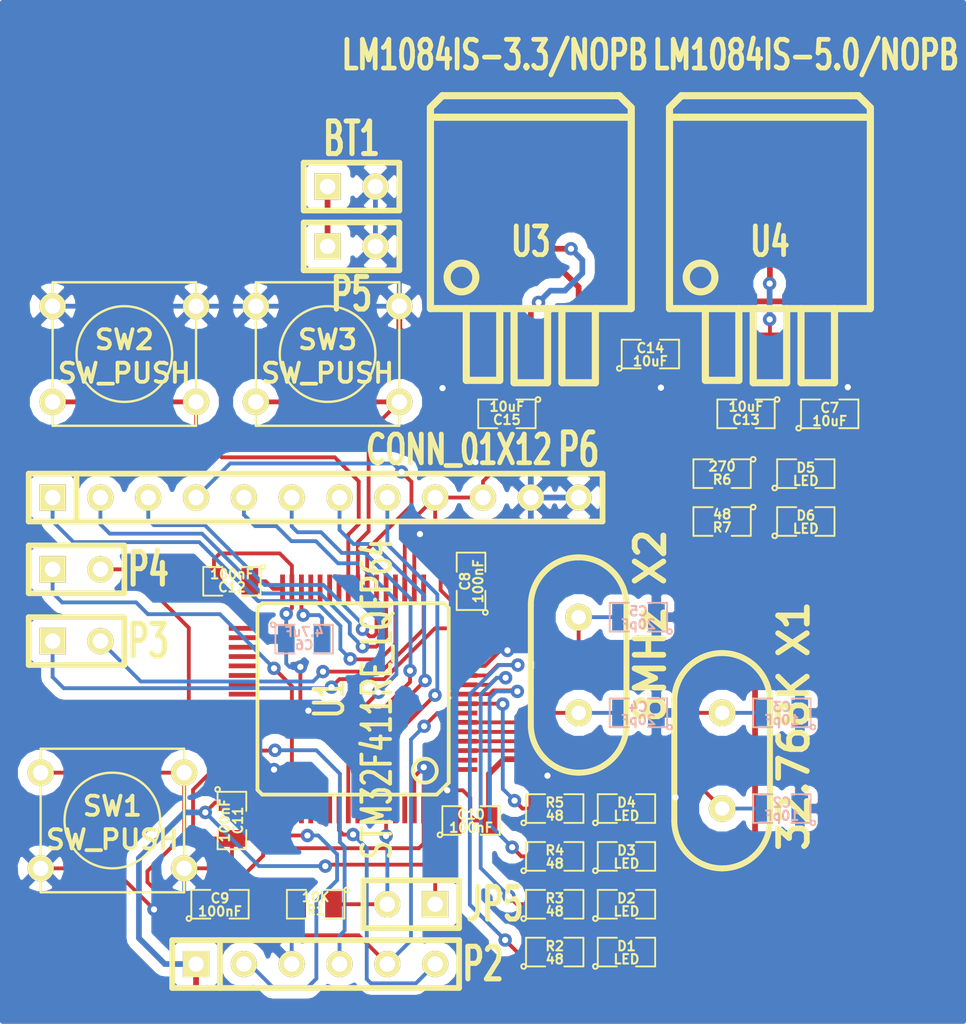
<source format=kicad_pcb>
(kicad_pcb (version 3) (host pcbnew "(2013-07-07 BZR 4022)-stable")

  (general
    (links 107)
    (no_connects 1)
    (area 0 0 0 0)
    (thickness 1.6)
    (drawings 0)
    (tracks 509)
    (zones 0)
    (modules 42)
    (nets 39)
  )

  (page A3)
  (layers
    (15 F.Cu signal)
    (0 B.Cu signal)
    (16 B.Adhes user)
    (17 F.Adhes user)
    (18 B.Paste user)
    (19 F.Paste user)
    (20 B.SilkS user)
    (21 F.SilkS user)
    (22 B.Mask user)
    (23 F.Mask user)
    (24 Dwgs.User user)
    (25 Cmts.User user)
    (26 Eco1.User user)
    (27 Eco2.User user)
    (28 Edge.Cuts user)
  )

  (setup
    (last_trace_width 0.2032)
    (user_trace_width 0.1524)
    (user_trace_width 0.2032)
    (user_trace_width 0.254)
    (user_trace_width 0.3048)
    (trace_clearance 0.1524)
    (zone_clearance 0.508)
    (zone_45_only no)
    (trace_min 0.1524)
    (segment_width 0.2)
    (edge_width 0.15)
    (via_size 0.889)
    (via_drill 0.635)
    (via_min_size 0.7112)
    (via_min_drill 0.3302)
    (user_via 0.7112 0.3302)
    (uvia_size 0.508)
    (uvia_drill 0.127)
    (uvias_allowed no)
    (uvia_min_size 0.508)
    (uvia_min_drill 0.127)
    (pcb_text_width 0.3)
    (pcb_text_size 1.5 1.5)
    (mod_edge_width 0.15)
    (mod_text_size 1.5 1.5)
    (mod_text_width 0.15)
    (pad_size 1.524 1.524)
    (pad_drill 0.762)
    (pad_to_mask_clearance 0.2)
    (aux_axis_origin 0 0)
    (visible_elements FFFFFFBF)
    (pcbplotparams
      (layerselection 3178497)
      (usegerberextensions true)
      (excludeedgelayer true)
      (linewidth 0.100000)
      (plotframeref false)
      (viasonmask false)
      (mode 1)
      (useauxorigin false)
      (hpglpennumber 1)
      (hpglpenspeed 20)
      (hpglpendiameter 15)
      (hpglpenoverlay 2)
      (psnegative false)
      (psa4output false)
      (plotreference true)
      (plotvalue true)
      (plotothertext true)
      (plotinvisibletext false)
      (padsonsilk false)
      (subtractmaskfromsilk false)
      (outputformat 1)
      (mirror false)
      (drillshape 1)
      (scaleselection 1)
      (outputdirectory ""))
  )

  (net 0 "")
  (net 1 +5V)
  (net 2 /MCU/BTN0)
  (net 3 /MCU/BTN1)
  (net 4 /MCU/GPIO0)
  (net 5 /MCU/GPIO1)
  (net 6 /MCU/GPIO2)
  (net 7 /MCU/GPIO3)
  (net 8 /MCU/GPIO4)
  (net 9 /MCU/GPIO5)
  (net 10 /MCU/GPIO6)
  (net 11 /MCU/GPIO7)
  (net 12 /MCU/JTCK-SWCLK)
  (net 13 /MCU/JTDO-SWO)
  (net 14 /MCU/JTMS-SWDIO)
  (net 15 /MCU/LED0)
  (net 16 /MCU/LED1)
  (net 17 /MCU/LED2)
  (net 18 /MCU/LED3)
  (net 19 /MCU/NRST)
  (net 20 /MCU/RADIO_RX)
  (net 21 /MCU/RADIO_TX)
  (net 22 /MCU/USART_RX)
  (net 23 /MCU/USART_TX)
  (net 24 /Sheet54375BB5/Vbatt)
  (net 25 3V3)
  (net 26 GND)
  (net 27 N-0000010)
  (net 28 N-0000011)
  (net 29 N-0000032)
  (net 30 N-0000033)
  (net 31 N-0000034)
  (net 32 N-0000035)
  (net 33 N-0000036)
  (net 34 N-0000062)
  (net 35 N-0000063)
  (net 36 N-0000064)
  (net 37 N-000008)
  (net 38 N-000009)

  (net_class Default "This is the default net class."
    (clearance 0.1524)
    (trace_width 0.254)
    (via_dia 0.889)
    (via_drill 0.635)
    (uvia_dia 0.508)
    (uvia_drill 0.127)
    (add_net "")
    (add_net +5V)
    (add_net /MCU/BTN0)
    (add_net /MCU/BTN1)
    (add_net /MCU/GPIO0)
    (add_net /MCU/GPIO1)
    (add_net /MCU/GPIO2)
    (add_net /MCU/GPIO3)
    (add_net /MCU/GPIO4)
    (add_net /MCU/GPIO5)
    (add_net /MCU/GPIO6)
    (add_net /MCU/GPIO7)
    (add_net /MCU/JTCK-SWCLK)
    (add_net /MCU/JTDO-SWO)
    (add_net /MCU/JTMS-SWDIO)
    (add_net /MCU/LED0)
    (add_net /MCU/LED1)
    (add_net /MCU/LED2)
    (add_net /MCU/LED3)
    (add_net /MCU/NRST)
    (add_net /MCU/RADIO_RX)
    (add_net /MCU/RADIO_TX)
    (add_net /MCU/USART_RX)
    (add_net /MCU/USART_TX)
    (add_net /Sheet54375BB5/Vbatt)
    (add_net 3V3)
    (add_net GND)
    (add_net N-0000010)
    (add_net N-0000011)
    (add_net N-0000032)
    (add_net N-0000033)
    (add_net N-0000034)
    (add_net N-0000035)
    (add_net N-0000036)
    (add_net N-0000062)
    (add_net N-0000063)
    (add_net N-0000064)
    (add_net N-000008)
    (add_net N-000009)
  )

  (module SW_PUSH_SMALL (layer F.Cu) (tedit 46544DB3) (tstamp 5444977A)
    (at 75.565 90.805)
    (path /5430DB9E/5430D74C)
    (fp_text reference SW1 (at 0 -0.762) (layer F.SilkS)
      (effects (font (size 1.016 1.016) (thickness 0.2032)))
    )
    (fp_text value SW_PUSH (at 0 1.016) (layer F.SilkS)
      (effects (font (size 1.016 1.016) (thickness 0.2032)))
    )
    (fp_circle (center 0 0) (end 0 -2.54) (layer F.SilkS) (width 0.127))
    (fp_line (start -3.81 -3.81) (end 3.81 -3.81) (layer F.SilkS) (width 0.127))
    (fp_line (start 3.81 -3.81) (end 3.81 3.81) (layer F.SilkS) (width 0.127))
    (fp_line (start 3.81 3.81) (end -3.81 3.81) (layer F.SilkS) (width 0.127))
    (fp_line (start -3.81 -3.81) (end -3.81 3.81) (layer F.SilkS) (width 0.127))
    (pad 1 thru_hole circle (at 3.81 -2.54) (size 1.397 1.397) (drill 0.8128)
      (layers *.Cu *.Mask F.SilkS)
      (net 19 /MCU/NRST)
    )
    (pad 2 thru_hole circle (at 3.81 2.54) (size 1.397 1.397) (drill 0.8128)
      (layers *.Cu *.Mask F.SilkS)
      (net 26 GND)
    )
    (pad 1 thru_hole circle (at -3.81 -2.54) (size 1.397 1.397) (drill 0.8128)
      (layers *.Cu *.Mask F.SilkS)
      (net 19 /MCU/NRST)
    )
    (pad 2 thru_hole circle (at -3.81 2.54) (size 1.397 1.397) (drill 0.8128)
      (layers *.Cu *.Mask F.SilkS)
      (net 26 GND)
    )
  )

  (module SW_PUSH_SMALL (layer F.Cu) (tedit 46544DB3) (tstamp 54449787)
    (at 76.2 66.04)
    (path /5437AAF9)
    (fp_text reference SW2 (at 0 -0.762) (layer F.SilkS)
      (effects (font (size 1.016 1.016) (thickness 0.2032)))
    )
    (fp_text value SW_PUSH (at 0 1.016) (layer F.SilkS)
      (effects (font (size 1.016 1.016) (thickness 0.2032)))
    )
    (fp_circle (center 0 0) (end 0 -2.54) (layer F.SilkS) (width 0.127))
    (fp_line (start -3.81 -3.81) (end 3.81 -3.81) (layer F.SilkS) (width 0.127))
    (fp_line (start 3.81 -3.81) (end 3.81 3.81) (layer F.SilkS) (width 0.127))
    (fp_line (start 3.81 3.81) (end -3.81 3.81) (layer F.SilkS) (width 0.127))
    (fp_line (start -3.81 -3.81) (end -3.81 3.81) (layer F.SilkS) (width 0.127))
    (pad 1 thru_hole circle (at 3.81 -2.54) (size 1.397 1.397) (drill 0.8128)
      (layers *.Cu *.Mask F.SilkS)
      (net 26 GND)
    )
    (pad 2 thru_hole circle (at 3.81 2.54) (size 1.397 1.397) (drill 0.8128)
      (layers *.Cu *.Mask F.SilkS)
      (net 3 /MCU/BTN1)
    )
    (pad 1 thru_hole circle (at -3.81 -2.54) (size 1.397 1.397) (drill 0.8128)
      (layers *.Cu *.Mask F.SilkS)
      (net 26 GND)
    )
    (pad 2 thru_hole circle (at -3.81 2.54) (size 1.397 1.397) (drill 0.8128)
      (layers *.Cu *.Mask F.SilkS)
      (net 3 /MCU/BTN1)
    )
  )

  (module SW_PUSH_SMALL (layer F.Cu) (tedit 46544DB3) (tstamp 54449794)
    (at 86.995 66.04)
    (path /5437AA50)
    (fp_text reference SW3 (at 0 -0.762) (layer F.SilkS)
      (effects (font (size 1.016 1.016) (thickness 0.2032)))
    )
    (fp_text value SW_PUSH (at 0 1.016) (layer F.SilkS)
      (effects (font (size 1.016 1.016) (thickness 0.2032)))
    )
    (fp_circle (center 0 0) (end 0 -2.54) (layer F.SilkS) (width 0.127))
    (fp_line (start -3.81 -3.81) (end 3.81 -3.81) (layer F.SilkS) (width 0.127))
    (fp_line (start 3.81 -3.81) (end 3.81 3.81) (layer F.SilkS) (width 0.127))
    (fp_line (start 3.81 3.81) (end -3.81 3.81) (layer F.SilkS) (width 0.127))
    (fp_line (start -3.81 -3.81) (end -3.81 3.81) (layer F.SilkS) (width 0.127))
    (pad 1 thru_hole circle (at 3.81 -2.54) (size 1.397 1.397) (drill 0.8128)
      (layers *.Cu *.Mask F.SilkS)
      (net 26 GND)
    )
    (pad 2 thru_hole circle (at 3.81 2.54) (size 1.397 1.397) (drill 0.8128)
      (layers *.Cu *.Mask F.SilkS)
      (net 2 /MCU/BTN0)
    )
    (pad 1 thru_hole circle (at -3.81 -2.54) (size 1.397 1.397) (drill 0.8128)
      (layers *.Cu *.Mask F.SilkS)
      (net 26 GND)
    )
    (pad 2 thru_hole circle (at -3.81 2.54) (size 1.397 1.397) (drill 0.8128)
      (layers *.Cu *.Mask F.SilkS)
      (net 2 /MCU/BTN0)
    )
  )

  (module SM0805 (layer F.Cu) (tedit 5091495C) (tstamp 544497BB)
    (at 81.28 95.25)
    (path /5430DB9E/5430D75B)
    (attr smd)
    (fp_text reference C9 (at 0 -0.3175) (layer F.SilkS)
      (effects (font (size 0.50038 0.50038) (thickness 0.10922)))
    )
    (fp_text value 100nF (at 0 0.381) (layer F.SilkS)
      (effects (font (size 0.50038 0.50038) (thickness 0.10922)))
    )
    (fp_circle (center -1.651 0.762) (end -1.651 0.635) (layer F.SilkS) (width 0.09906))
    (fp_line (start -0.508 0.762) (end -1.524 0.762) (layer F.SilkS) (width 0.09906))
    (fp_line (start -1.524 0.762) (end -1.524 -0.762) (layer F.SilkS) (width 0.09906))
    (fp_line (start -1.524 -0.762) (end -0.508 -0.762) (layer F.SilkS) (width 0.09906))
    (fp_line (start 0.508 -0.762) (end 1.524 -0.762) (layer F.SilkS) (width 0.09906))
    (fp_line (start 1.524 -0.762) (end 1.524 0.762) (layer F.SilkS) (width 0.09906))
    (fp_line (start 1.524 0.762) (end 0.508 0.762) (layer F.SilkS) (width 0.09906))
    (pad 1 smd rect (at -0.9525 0) (size 0.889 1.397)
      (layers F.Cu F.Paste F.Mask)
      (net 19 /MCU/NRST)
    )
    (pad 2 smd rect (at 0.9525 0) (size 0.889 1.397)
      (layers F.Cu F.Paste F.Mask)
      (net 26 GND)
    )
    (model smd/chip_cms.wrl
      (at (xyz 0 0 0))
      (scale (xyz 0.1 0.1 0.1))
      (rotate (xyz 0 0 0))
    )
  )

  (module SM0805 (layer F.Cu) (tedit 5091495C) (tstamp 544497C8)
    (at 86.36 95.25 180)
    (path /5430DB9E/5430DF6F)
    (attr smd)
    (fp_text reference R1 (at 0 -0.3175 180) (layer F.SilkS)
      (effects (font (size 0.50038 0.50038) (thickness 0.10922)))
    )
    (fp_text value 10K (at 0 0.381 180) (layer F.SilkS)
      (effects (font (size 0.50038 0.50038) (thickness 0.10922)))
    )
    (fp_circle (center -1.651 0.762) (end -1.651 0.635) (layer F.SilkS) (width 0.09906))
    (fp_line (start -0.508 0.762) (end -1.524 0.762) (layer F.SilkS) (width 0.09906))
    (fp_line (start -1.524 0.762) (end -1.524 -0.762) (layer F.SilkS) (width 0.09906))
    (fp_line (start -1.524 -0.762) (end -0.508 -0.762) (layer F.SilkS) (width 0.09906))
    (fp_line (start 0.508 -0.762) (end 1.524 -0.762) (layer F.SilkS) (width 0.09906))
    (fp_line (start 1.524 -0.762) (end 1.524 0.762) (layer F.SilkS) (width 0.09906))
    (fp_line (start 1.524 0.762) (end 0.508 0.762) (layer F.SilkS) (width 0.09906))
    (pad 1 smd rect (at -0.9525 0 180) (size 0.889 1.397)
      (layers F.Cu F.Paste F.Mask)
      (net 29 N-0000032)
    )
    (pad 2 smd rect (at 0.9525 0 180) (size 0.889 1.397)
      (layers F.Cu F.Paste F.Mask)
      (net 26 GND)
    )
    (model smd/chip_cms.wrl
      (at (xyz 0 0 0))
      (scale (xyz 0.1 0.1 0.1))
      (rotate (xyz 0 0 0))
    )
  )

  (module SM0805 (layer F.Cu) (tedit 5091495C) (tstamp 544497D5)
    (at 94.615 78.105 90)
    (path /5430DB9E/5430E0A1)
    (attr smd)
    (fp_text reference C8 (at 0 -0.3175 90) (layer F.SilkS)
      (effects (font (size 0.50038 0.50038) (thickness 0.10922)))
    )
    (fp_text value 100nF (at 0 0.381 90) (layer F.SilkS)
      (effects (font (size 0.50038 0.50038) (thickness 0.10922)))
    )
    (fp_circle (center -1.651 0.762) (end -1.651 0.635) (layer F.SilkS) (width 0.09906))
    (fp_line (start -0.508 0.762) (end -1.524 0.762) (layer F.SilkS) (width 0.09906))
    (fp_line (start -1.524 0.762) (end -1.524 -0.762) (layer F.SilkS) (width 0.09906))
    (fp_line (start -1.524 -0.762) (end -0.508 -0.762) (layer F.SilkS) (width 0.09906))
    (fp_line (start 0.508 -0.762) (end 1.524 -0.762) (layer F.SilkS) (width 0.09906))
    (fp_line (start 1.524 -0.762) (end 1.524 0.762) (layer F.SilkS) (width 0.09906))
    (fp_line (start 1.524 0.762) (end 0.508 0.762) (layer F.SilkS) (width 0.09906))
    (pad 1 smd rect (at -0.9525 0 90) (size 0.889 1.397)
      (layers F.Cu F.Paste F.Mask)
      (net 25 3V3)
    )
    (pad 2 smd rect (at 0.9525 0 90) (size 0.889 1.397)
      (layers F.Cu F.Paste F.Mask)
      (net 26 GND)
    )
    (model smd/chip_cms.wrl
      (at (xyz 0 0 0))
      (scale (xyz 0.1 0.1 0.1))
      (rotate (xyz 0 0 0))
    )
  )

  (module SM0805 (layer F.Cu) (tedit 5091495C) (tstamp 5444A034)
    (at 94.615 90.805)
    (path /5430DB9E/5430E0BA)
    (attr smd)
    (fp_text reference C10 (at 0 -0.3175) (layer F.SilkS)
      (effects (font (size 0.50038 0.50038) (thickness 0.10922)))
    )
    (fp_text value 100nF (at 0 0.381) (layer F.SilkS)
      (effects (font (size 0.50038 0.50038) (thickness 0.10922)))
    )
    (fp_circle (center -1.651 0.762) (end -1.651 0.635) (layer F.SilkS) (width 0.09906))
    (fp_line (start -0.508 0.762) (end -1.524 0.762) (layer F.SilkS) (width 0.09906))
    (fp_line (start -1.524 0.762) (end -1.524 -0.762) (layer F.SilkS) (width 0.09906))
    (fp_line (start -1.524 -0.762) (end -0.508 -0.762) (layer F.SilkS) (width 0.09906))
    (fp_line (start 0.508 -0.762) (end 1.524 -0.762) (layer F.SilkS) (width 0.09906))
    (fp_line (start 1.524 -0.762) (end 1.524 0.762) (layer F.SilkS) (width 0.09906))
    (fp_line (start 1.524 0.762) (end 0.508 0.762) (layer F.SilkS) (width 0.09906))
    (pad 1 smd rect (at -0.9525 0) (size 0.889 1.397)
      (layers F.Cu F.Paste F.Mask)
      (net 25 3V3)
    )
    (pad 2 smd rect (at 0.9525 0) (size 0.889 1.397)
      (layers F.Cu F.Paste F.Mask)
      (net 26 GND)
    )
    (model smd/chip_cms.wrl
      (at (xyz 0 0 0))
      (scale (xyz 0.1 0.1 0.1))
      (rotate (xyz 0 0 0))
    )
  )

  (module SM0805 (layer F.Cu) (tedit 5091495C) (tstamp 544497EF)
    (at 81.915 90.805 270)
    (path /5430DB9E/5430E0C0)
    (attr smd)
    (fp_text reference C11 (at 0 -0.3175 270) (layer F.SilkS)
      (effects (font (size 0.50038 0.50038) (thickness 0.10922)))
    )
    (fp_text value 100nF (at 0 0.381 270) (layer F.SilkS)
      (effects (font (size 0.50038 0.50038) (thickness 0.10922)))
    )
    (fp_circle (center -1.651 0.762) (end -1.651 0.635) (layer F.SilkS) (width 0.09906))
    (fp_line (start -0.508 0.762) (end -1.524 0.762) (layer F.SilkS) (width 0.09906))
    (fp_line (start -1.524 0.762) (end -1.524 -0.762) (layer F.SilkS) (width 0.09906))
    (fp_line (start -1.524 -0.762) (end -0.508 -0.762) (layer F.SilkS) (width 0.09906))
    (fp_line (start 0.508 -0.762) (end 1.524 -0.762) (layer F.SilkS) (width 0.09906))
    (fp_line (start 1.524 -0.762) (end 1.524 0.762) (layer F.SilkS) (width 0.09906))
    (fp_line (start 1.524 0.762) (end 0.508 0.762) (layer F.SilkS) (width 0.09906))
    (pad 1 smd rect (at -0.9525 0 270) (size 0.889 1.397)
      (layers F.Cu F.Paste F.Mask)
      (net 25 3V3)
    )
    (pad 2 smd rect (at 0.9525 0 270) (size 0.889 1.397)
      (layers F.Cu F.Paste F.Mask)
      (net 26 GND)
    )
    (model smd/chip_cms.wrl
      (at (xyz 0 0 0))
      (scale (xyz 0.1 0.1 0.1))
      (rotate (xyz 0 0 0))
    )
  )

  (module SM0805 (layer F.Cu) (tedit 5091495C) (tstamp 544497FC)
    (at 81.915 78.105 180)
    (path /5430DB9E/5430E0C6)
    (attr smd)
    (fp_text reference C12 (at 0 -0.3175 180) (layer F.SilkS)
      (effects (font (size 0.50038 0.50038) (thickness 0.10922)))
    )
    (fp_text value 100nF (at 0 0.381 180) (layer F.SilkS)
      (effects (font (size 0.50038 0.50038) (thickness 0.10922)))
    )
    (fp_circle (center -1.651 0.762) (end -1.651 0.635) (layer F.SilkS) (width 0.09906))
    (fp_line (start -0.508 0.762) (end -1.524 0.762) (layer F.SilkS) (width 0.09906))
    (fp_line (start -1.524 0.762) (end -1.524 -0.762) (layer F.SilkS) (width 0.09906))
    (fp_line (start -1.524 -0.762) (end -0.508 -0.762) (layer F.SilkS) (width 0.09906))
    (fp_line (start 0.508 -0.762) (end 1.524 -0.762) (layer F.SilkS) (width 0.09906))
    (fp_line (start 1.524 -0.762) (end 1.524 0.762) (layer F.SilkS) (width 0.09906))
    (fp_line (start 1.524 0.762) (end 0.508 0.762) (layer F.SilkS) (width 0.09906))
    (pad 1 smd rect (at -0.9525 0 180) (size 0.889 1.397)
      (layers F.Cu F.Paste F.Mask)
      (net 25 3V3)
    )
    (pad 2 smd rect (at 0.9525 0 180) (size 0.889 1.397)
      (layers F.Cu F.Paste F.Mask)
      (net 26 GND)
    )
    (model smd/chip_cms.wrl
      (at (xyz 0 0 0))
      (scale (xyz 0.1 0.1 0.1))
      (rotate (xyz 0 0 0))
    )
  )

  (module SM0805 (layer B.Cu) (tedit 5091495C) (tstamp 54449809)
    (at 85.75 81.175)
    (path /5430DB9E/5430E5B4)
    (attr smd)
    (fp_text reference C6 (at 0 0.3175) (layer B.SilkS)
      (effects (font (size 0.50038 0.50038) (thickness 0.10922)) (justify mirror))
    )
    (fp_text value 4.7uF (at 0 -0.381) (layer B.SilkS)
      (effects (font (size 0.50038 0.50038) (thickness 0.10922)) (justify mirror))
    )
    (fp_circle (center -1.651 -0.762) (end -1.651 -0.635) (layer B.SilkS) (width 0.09906))
    (fp_line (start -0.508 -0.762) (end -1.524 -0.762) (layer B.SilkS) (width 0.09906))
    (fp_line (start -1.524 -0.762) (end -1.524 0.762) (layer B.SilkS) (width 0.09906))
    (fp_line (start -1.524 0.762) (end -0.508 0.762) (layer B.SilkS) (width 0.09906))
    (fp_line (start 0.508 0.762) (end 1.524 0.762) (layer B.SilkS) (width 0.09906))
    (fp_line (start 1.524 0.762) (end 1.524 -0.762) (layer B.SilkS) (width 0.09906))
    (fp_line (start 1.524 -0.762) (end 0.508 -0.762) (layer B.SilkS) (width 0.09906))
    (pad 1 smd rect (at -0.9525 0) (size 0.889 1.397)
      (layers B.Cu B.Paste B.Mask)
      (net 26 GND)
    )
    (pad 2 smd rect (at 0.9525 0) (size 0.889 1.397)
      (layers B.Cu B.Paste B.Mask)
      (net 34 N-0000062)
    )
    (model smd/chip_cms.wrl
      (at (xyz 0 0 0))
      (scale (xyz 0.1 0.1 0.1))
      (rotate (xyz 0 0 0))
    )
  )

  (module SM0805 (layer B.Cu) (tedit 5091495C) (tstamp 54449EB6)
    (at 103.505 85.09 180)
    (path /5430DB9E/5430D41B)
    (attr smd)
    (fp_text reference C4 (at 0 0.3175 180) (layer B.SilkS)
      (effects (font (size 0.50038 0.50038) (thickness 0.10922)) (justify mirror))
    )
    (fp_text value 20pF (at 0 -0.381 180) (layer B.SilkS)
      (effects (font (size 0.50038 0.50038) (thickness 0.10922)) (justify mirror))
    )
    (fp_circle (center -1.651 -0.762) (end -1.651 -0.635) (layer B.SilkS) (width 0.09906))
    (fp_line (start -0.508 -0.762) (end -1.524 -0.762) (layer B.SilkS) (width 0.09906))
    (fp_line (start -1.524 -0.762) (end -1.524 0.762) (layer B.SilkS) (width 0.09906))
    (fp_line (start -1.524 0.762) (end -0.508 0.762) (layer B.SilkS) (width 0.09906))
    (fp_line (start 0.508 0.762) (end 1.524 0.762) (layer B.SilkS) (width 0.09906))
    (fp_line (start 1.524 0.762) (end 1.524 -0.762) (layer B.SilkS) (width 0.09906))
    (fp_line (start 1.524 -0.762) (end 0.508 -0.762) (layer B.SilkS) (width 0.09906))
    (pad 1 smd rect (at -0.9525 0 180) (size 0.889 1.397)
      (layers B.Cu B.Paste B.Mask)
      (net 26 GND)
    )
    (pad 2 smd rect (at 0.9525 0 180) (size 0.889 1.397)
      (layers B.Cu B.Paste B.Mask)
      (net 31 N-0000034)
    )
    (model smd/chip_cms.wrl
      (at (xyz 0 0 0))
      (scale (xyz 0.1 0.1 0.1))
      (rotate (xyz 0 0 0))
    )
  )

  (module SM0805 (layer F.Cu) (tedit 5091495C) (tstamp 54449823)
    (at 96.52 69.215 180)
    (path /54375BB6/54376AE8)
    (attr smd)
    (fp_text reference C15 (at 0 -0.3175 180) (layer F.SilkS)
      (effects (font (size 0.50038 0.50038) (thickness 0.10922)))
    )
    (fp_text value 10uF (at 0 0.381 180) (layer F.SilkS)
      (effects (font (size 0.50038 0.50038) (thickness 0.10922)))
    )
    (fp_circle (center -1.651 0.762) (end -1.651 0.635) (layer F.SilkS) (width 0.09906))
    (fp_line (start -0.508 0.762) (end -1.524 0.762) (layer F.SilkS) (width 0.09906))
    (fp_line (start -1.524 0.762) (end -1.524 -0.762) (layer F.SilkS) (width 0.09906))
    (fp_line (start -1.524 -0.762) (end -0.508 -0.762) (layer F.SilkS) (width 0.09906))
    (fp_line (start 0.508 -0.762) (end 1.524 -0.762) (layer F.SilkS) (width 0.09906))
    (fp_line (start 1.524 -0.762) (end 1.524 0.762) (layer F.SilkS) (width 0.09906))
    (fp_line (start 1.524 0.762) (end 0.508 0.762) (layer F.SilkS) (width 0.09906))
    (pad 1 smd rect (at -0.9525 0 180) (size 0.889 1.397)
      (layers F.Cu F.Paste F.Mask)
      (net 25 3V3)
    )
    (pad 2 smd rect (at 0.9525 0 180) (size 0.889 1.397)
      (layers F.Cu F.Paste F.Mask)
      (net 26 GND)
    )
    (model smd/chip_cms.wrl
      (at (xyz 0 0 0))
      (scale (xyz 0.1 0.1 0.1))
      (rotate (xyz 0 0 0))
    )
  )

  (module SM0805 (layer F.Cu) (tedit 5091495C) (tstamp 54449830)
    (at 104.14 66.04)
    (path /54375BB6/54376B1F)
    (attr smd)
    (fp_text reference C14 (at 0 -0.3175) (layer F.SilkS)
      (effects (font (size 0.50038 0.50038) (thickness 0.10922)))
    )
    (fp_text value 10uF (at 0 0.381) (layer F.SilkS)
      (effects (font (size 0.50038 0.50038) (thickness 0.10922)))
    )
    (fp_circle (center -1.651 0.762) (end -1.651 0.635) (layer F.SilkS) (width 0.09906))
    (fp_line (start -0.508 0.762) (end -1.524 0.762) (layer F.SilkS) (width 0.09906))
    (fp_line (start -1.524 0.762) (end -1.524 -0.762) (layer F.SilkS) (width 0.09906))
    (fp_line (start -1.524 -0.762) (end -0.508 -0.762) (layer F.SilkS) (width 0.09906))
    (fp_line (start 0.508 -0.762) (end 1.524 -0.762) (layer F.SilkS) (width 0.09906))
    (fp_line (start 1.524 -0.762) (end 1.524 0.762) (layer F.SilkS) (width 0.09906))
    (fp_line (start 1.524 0.762) (end 0.508 0.762) (layer F.SilkS) (width 0.09906))
    (pad 1 smd rect (at -0.9525 0) (size 0.889 1.397)
      (layers F.Cu F.Paste F.Mask)
      (net 24 /Sheet54375BB5/Vbatt)
    )
    (pad 2 smd rect (at 0.9525 0) (size 0.889 1.397)
      (layers F.Cu F.Paste F.Mask)
      (net 26 GND)
    )
    (model smd/chip_cms.wrl
      (at (xyz 0 0 0))
      (scale (xyz 0.1 0.1 0.1))
      (rotate (xyz 0 0 0))
    )
  )

  (module SM0805 (layer F.Cu) (tedit 5091495C) (tstamp 5444983D)
    (at 112.395 74.93)
    (path /54375BB6/543780B4)
    (attr smd)
    (fp_text reference D6 (at 0 -0.3175) (layer F.SilkS)
      (effects (font (size 0.50038 0.50038) (thickness 0.10922)))
    )
    (fp_text value LED (at 0 0.381) (layer F.SilkS)
      (effects (font (size 0.50038 0.50038) (thickness 0.10922)))
    )
    (fp_circle (center -1.651 0.762) (end -1.651 0.635) (layer F.SilkS) (width 0.09906))
    (fp_line (start -0.508 0.762) (end -1.524 0.762) (layer F.SilkS) (width 0.09906))
    (fp_line (start -1.524 0.762) (end -1.524 -0.762) (layer F.SilkS) (width 0.09906))
    (fp_line (start -1.524 -0.762) (end -0.508 -0.762) (layer F.SilkS) (width 0.09906))
    (fp_line (start 0.508 -0.762) (end 1.524 -0.762) (layer F.SilkS) (width 0.09906))
    (fp_line (start 1.524 -0.762) (end 1.524 0.762) (layer F.SilkS) (width 0.09906))
    (fp_line (start 1.524 0.762) (end 0.508 0.762) (layer F.SilkS) (width 0.09906))
    (pad 1 smd rect (at -0.9525 0) (size 0.889 1.397)
      (layers F.Cu F.Paste F.Mask)
      (net 35 N-0000063)
    )
    (pad 2 smd rect (at 0.9525 0) (size 0.889 1.397)
      (layers F.Cu F.Paste F.Mask)
      (net 26 GND)
    )
    (model smd/chip_cms.wrl
      (at (xyz 0 0 0))
      (scale (xyz 0.1 0.1 0.1))
      (rotate (xyz 0 0 0))
    )
  )

  (module SM0805 (layer F.Cu) (tedit 5091495C) (tstamp 5444984A)
    (at 107.95 74.93 180)
    (path /54375BB6/5437812D)
    (attr smd)
    (fp_text reference R7 (at 0 -0.3175 180) (layer F.SilkS)
      (effects (font (size 0.50038 0.50038) (thickness 0.10922)))
    )
    (fp_text value 48 (at 0 0.381 180) (layer F.SilkS)
      (effects (font (size 0.50038 0.50038) (thickness 0.10922)))
    )
    (fp_circle (center -1.651 0.762) (end -1.651 0.635) (layer F.SilkS) (width 0.09906))
    (fp_line (start -0.508 0.762) (end -1.524 0.762) (layer F.SilkS) (width 0.09906))
    (fp_line (start -1.524 0.762) (end -1.524 -0.762) (layer F.SilkS) (width 0.09906))
    (fp_line (start -1.524 -0.762) (end -0.508 -0.762) (layer F.SilkS) (width 0.09906))
    (fp_line (start 0.508 -0.762) (end 1.524 -0.762) (layer F.SilkS) (width 0.09906))
    (fp_line (start 1.524 -0.762) (end 1.524 0.762) (layer F.SilkS) (width 0.09906))
    (fp_line (start 1.524 0.762) (end 0.508 0.762) (layer F.SilkS) (width 0.09906))
    (pad 1 smd rect (at -0.9525 0 180) (size 0.889 1.397)
      (layers F.Cu F.Paste F.Mask)
      (net 35 N-0000063)
    )
    (pad 2 smd rect (at 0.9525 0 180) (size 0.889 1.397)
      (layers F.Cu F.Paste F.Mask)
      (net 25 3V3)
    )
    (model smd/chip_cms.wrl
      (at (xyz 0 0 0))
      (scale (xyz 0.1 0.1 0.1))
      (rotate (xyz 0 0 0))
    )
  )

  (module SM0805 (layer F.Cu) (tedit 5091495C) (tstamp 54449857)
    (at 113.665 69.215)
    (path /54375BB6/5444778F)
    (attr smd)
    (fp_text reference C7 (at 0 -0.3175) (layer F.SilkS)
      (effects (font (size 0.50038 0.50038) (thickness 0.10922)))
    )
    (fp_text value 10uF (at 0 0.381) (layer F.SilkS)
      (effects (font (size 0.50038 0.50038) (thickness 0.10922)))
    )
    (fp_circle (center -1.651 0.762) (end -1.651 0.635) (layer F.SilkS) (width 0.09906))
    (fp_line (start -0.508 0.762) (end -1.524 0.762) (layer F.SilkS) (width 0.09906))
    (fp_line (start -1.524 0.762) (end -1.524 -0.762) (layer F.SilkS) (width 0.09906))
    (fp_line (start -1.524 -0.762) (end -0.508 -0.762) (layer F.SilkS) (width 0.09906))
    (fp_line (start 0.508 -0.762) (end 1.524 -0.762) (layer F.SilkS) (width 0.09906))
    (fp_line (start 1.524 -0.762) (end 1.524 0.762) (layer F.SilkS) (width 0.09906))
    (fp_line (start 1.524 0.762) (end 0.508 0.762) (layer F.SilkS) (width 0.09906))
    (pad 1 smd rect (at -0.9525 0) (size 0.889 1.397)
      (layers F.Cu F.Paste F.Mask)
      (net 24 /Sheet54375BB5/Vbatt)
    )
    (pad 2 smd rect (at 0.9525 0) (size 0.889 1.397)
      (layers F.Cu F.Paste F.Mask)
      (net 26 GND)
    )
    (model smd/chip_cms.wrl
      (at (xyz 0 0 0))
      (scale (xyz 0.1 0.1 0.1))
      (rotate (xyz 0 0 0))
    )
  )

  (module SM0805 (layer F.Cu) (tedit 5091495C) (tstamp 54449864)
    (at 109.22 69.215 180)
    (path /54375BB6/5444789E)
    (attr smd)
    (fp_text reference C13 (at 0 -0.3175 180) (layer F.SilkS)
      (effects (font (size 0.50038 0.50038) (thickness 0.10922)))
    )
    (fp_text value 10uF (at 0 0.381 180) (layer F.SilkS)
      (effects (font (size 0.50038 0.50038) (thickness 0.10922)))
    )
    (fp_circle (center -1.651 0.762) (end -1.651 0.635) (layer F.SilkS) (width 0.09906))
    (fp_line (start -0.508 0.762) (end -1.524 0.762) (layer F.SilkS) (width 0.09906))
    (fp_line (start -1.524 0.762) (end -1.524 -0.762) (layer F.SilkS) (width 0.09906))
    (fp_line (start -1.524 -0.762) (end -0.508 -0.762) (layer F.SilkS) (width 0.09906))
    (fp_line (start 0.508 -0.762) (end 1.524 -0.762) (layer F.SilkS) (width 0.09906))
    (fp_line (start 1.524 -0.762) (end 1.524 0.762) (layer F.SilkS) (width 0.09906))
    (fp_line (start 1.524 0.762) (end 0.508 0.762) (layer F.SilkS) (width 0.09906))
    (pad 1 smd rect (at -0.9525 0 180) (size 0.889 1.397)
      (layers F.Cu F.Paste F.Mask)
      (net 1 +5V)
    )
    (pad 2 smd rect (at 0.9525 0 180) (size 0.889 1.397)
      (layers F.Cu F.Paste F.Mask)
      (net 26 GND)
    )
    (model smd/chip_cms.wrl
      (at (xyz 0 0 0))
      (scale (xyz 0.1 0.1 0.1))
      (rotate (xyz 0 0 0))
    )
  )

  (module SM0805 (layer F.Cu) (tedit 5091495C) (tstamp 54449871)
    (at 112.395 72.39)
    (path /54375BB6/544478E6)
    (attr smd)
    (fp_text reference D5 (at 0 -0.3175) (layer F.SilkS)
      (effects (font (size 0.50038 0.50038) (thickness 0.10922)))
    )
    (fp_text value LED (at 0 0.381) (layer F.SilkS)
      (effects (font (size 0.50038 0.50038) (thickness 0.10922)))
    )
    (fp_circle (center -1.651 0.762) (end -1.651 0.635) (layer F.SilkS) (width 0.09906))
    (fp_line (start -0.508 0.762) (end -1.524 0.762) (layer F.SilkS) (width 0.09906))
    (fp_line (start -1.524 0.762) (end -1.524 -0.762) (layer F.SilkS) (width 0.09906))
    (fp_line (start -1.524 -0.762) (end -0.508 -0.762) (layer F.SilkS) (width 0.09906))
    (fp_line (start 0.508 -0.762) (end 1.524 -0.762) (layer F.SilkS) (width 0.09906))
    (fp_line (start 1.524 -0.762) (end 1.524 0.762) (layer F.SilkS) (width 0.09906))
    (fp_line (start 1.524 0.762) (end 0.508 0.762) (layer F.SilkS) (width 0.09906))
    (pad 1 smd rect (at -0.9525 0) (size 0.889 1.397)
      (layers F.Cu F.Paste F.Mask)
      (net 36 N-0000064)
    )
    (pad 2 smd rect (at 0.9525 0) (size 0.889 1.397)
      (layers F.Cu F.Paste F.Mask)
      (net 26 GND)
    )
    (model smd/chip_cms.wrl
      (at (xyz 0 0 0))
      (scale (xyz 0.1 0.1 0.1))
      (rotate (xyz 0 0 0))
    )
  )

  (module SM0805 (layer F.Cu) (tedit 5091495C) (tstamp 5444987E)
    (at 107.95 72.39 180)
    (path /54375BB6/544478F1)
    (attr smd)
    (fp_text reference R6 (at 0 -0.3175 180) (layer F.SilkS)
      (effects (font (size 0.50038 0.50038) (thickness 0.10922)))
    )
    (fp_text value 270 (at 0 0.381 180) (layer F.SilkS)
      (effects (font (size 0.50038 0.50038) (thickness 0.10922)))
    )
    (fp_circle (center -1.651 0.762) (end -1.651 0.635) (layer F.SilkS) (width 0.09906))
    (fp_line (start -0.508 0.762) (end -1.524 0.762) (layer F.SilkS) (width 0.09906))
    (fp_line (start -1.524 0.762) (end -1.524 -0.762) (layer F.SilkS) (width 0.09906))
    (fp_line (start -1.524 -0.762) (end -0.508 -0.762) (layer F.SilkS) (width 0.09906))
    (fp_line (start 0.508 -0.762) (end 1.524 -0.762) (layer F.SilkS) (width 0.09906))
    (fp_line (start 1.524 -0.762) (end 1.524 0.762) (layer F.SilkS) (width 0.09906))
    (fp_line (start 1.524 0.762) (end 0.508 0.762) (layer F.SilkS) (width 0.09906))
    (pad 1 smd rect (at -0.9525 0 180) (size 0.889 1.397)
      (layers F.Cu F.Paste F.Mask)
      (net 36 N-0000064)
    )
    (pad 2 smd rect (at 0.9525 0 180) (size 0.889 1.397)
      (layers F.Cu F.Paste F.Mask)
      (net 1 +5V)
    )
    (model smd/chip_cms.wrl
      (at (xyz 0 0 0))
      (scale (xyz 0.1 0.1 0.1))
      (rotate (xyz 0 0 0))
    )
  )

  (module SM0805 (layer B.Cu) (tedit 5091495C) (tstamp 5444988B)
    (at 111.125 85.09 180)
    (path /5430DB9E/5430D401)
    (attr smd)
    (fp_text reference C3 (at 0 0.3175 180) (layer B.SilkS)
      (effects (font (size 0.50038 0.50038) (thickness 0.10922)) (justify mirror))
    )
    (fp_text value 10pF (at 0 -0.381 180) (layer B.SilkS)
      (effects (font (size 0.50038 0.50038) (thickness 0.10922)) (justify mirror))
    )
    (fp_circle (center -1.651 -0.762) (end -1.651 -0.635) (layer B.SilkS) (width 0.09906))
    (fp_line (start -0.508 -0.762) (end -1.524 -0.762) (layer B.SilkS) (width 0.09906))
    (fp_line (start -1.524 -0.762) (end -1.524 0.762) (layer B.SilkS) (width 0.09906))
    (fp_line (start -1.524 0.762) (end -0.508 0.762) (layer B.SilkS) (width 0.09906))
    (fp_line (start 0.508 0.762) (end 1.524 0.762) (layer B.SilkS) (width 0.09906))
    (fp_line (start 1.524 0.762) (end 1.524 -0.762) (layer B.SilkS) (width 0.09906))
    (fp_line (start 1.524 -0.762) (end 0.508 -0.762) (layer B.SilkS) (width 0.09906))
    (pad 1 smd rect (at -0.9525 0 180) (size 0.889 1.397)
      (layers B.Cu B.Paste B.Mask)
      (net 26 GND)
    )
    (pad 2 smd rect (at 0.9525 0 180) (size 0.889 1.397)
      (layers B.Cu B.Paste B.Mask)
      (net 32 N-0000035)
    )
    (model smd/chip_cms.wrl
      (at (xyz 0 0 0))
      (scale (xyz 0.1 0.1 0.1))
      (rotate (xyz 0 0 0))
    )
  )

  (module SM0805 (layer B.Cu) (tedit 5091495C) (tstamp 54449898)
    (at 111.125 90.17 180)
    (path /5430DB9E/5430D3C7)
    (attr smd)
    (fp_text reference C2 (at 0 0.3175 180) (layer B.SilkS)
      (effects (font (size 0.50038 0.50038) (thickness 0.10922)) (justify mirror))
    )
    (fp_text value 10pF (at 0 -0.381 180) (layer B.SilkS)
      (effects (font (size 0.50038 0.50038) (thickness 0.10922)) (justify mirror))
    )
    (fp_circle (center -1.651 -0.762) (end -1.651 -0.635) (layer B.SilkS) (width 0.09906))
    (fp_line (start -0.508 -0.762) (end -1.524 -0.762) (layer B.SilkS) (width 0.09906))
    (fp_line (start -1.524 -0.762) (end -1.524 0.762) (layer B.SilkS) (width 0.09906))
    (fp_line (start -1.524 0.762) (end -0.508 0.762) (layer B.SilkS) (width 0.09906))
    (fp_line (start 0.508 0.762) (end 1.524 0.762) (layer B.SilkS) (width 0.09906))
    (fp_line (start 1.524 0.762) (end 1.524 -0.762) (layer B.SilkS) (width 0.09906))
    (fp_line (start 1.524 -0.762) (end 0.508 -0.762) (layer B.SilkS) (width 0.09906))
    (pad 1 smd rect (at -0.9525 0 180) (size 0.889 1.397)
      (layers B.Cu B.Paste B.Mask)
      (net 26 GND)
    )
    (pad 2 smd rect (at 0.9525 0 180) (size 0.889 1.397)
      (layers B.Cu B.Paste B.Mask)
      (net 33 N-0000036)
    )
    (model smd/chip_cms.wrl
      (at (xyz 0 0 0))
      (scale (xyz 0.1 0.1 0.1))
      (rotate (xyz 0 0 0))
    )
  )

  (module SM0805 (layer F.Cu) (tedit 5091495C) (tstamp 544498A5)
    (at 99.06 90.17)
    (path /5437A174)
    (attr smd)
    (fp_text reference R5 (at 0 -0.3175) (layer F.SilkS)
      (effects (font (size 0.50038 0.50038) (thickness 0.10922)))
    )
    (fp_text value 48 (at 0 0.381) (layer F.SilkS)
      (effects (font (size 0.50038 0.50038) (thickness 0.10922)))
    )
    (fp_circle (center -1.651 0.762) (end -1.651 0.635) (layer F.SilkS) (width 0.09906))
    (fp_line (start -0.508 0.762) (end -1.524 0.762) (layer F.SilkS) (width 0.09906))
    (fp_line (start -1.524 0.762) (end -1.524 -0.762) (layer F.SilkS) (width 0.09906))
    (fp_line (start -1.524 -0.762) (end -0.508 -0.762) (layer F.SilkS) (width 0.09906))
    (fp_line (start 0.508 -0.762) (end 1.524 -0.762) (layer F.SilkS) (width 0.09906))
    (fp_line (start 1.524 -0.762) (end 1.524 0.762) (layer F.SilkS) (width 0.09906))
    (fp_line (start 1.524 0.762) (end 0.508 0.762) (layer F.SilkS) (width 0.09906))
    (pad 1 smd rect (at -0.9525 0) (size 0.889 1.397)
      (layers F.Cu F.Paste F.Mask)
      (net 15 /MCU/LED0)
    )
    (pad 2 smd rect (at 0.9525 0) (size 0.889 1.397)
      (layers F.Cu F.Paste F.Mask)
      (net 37 N-000008)
    )
    (model smd/chip_cms.wrl
      (at (xyz 0 0 0))
      (scale (xyz 0.1 0.1 0.1))
      (rotate (xyz 0 0 0))
    )
  )

  (module SM0805 (layer F.Cu) (tedit 5091495C) (tstamp 544498B2)
    (at 99.06 92.71)
    (path /5437A32D)
    (attr smd)
    (fp_text reference R4 (at 0 -0.3175) (layer F.SilkS)
      (effects (font (size 0.50038 0.50038) (thickness 0.10922)))
    )
    (fp_text value 48 (at 0 0.381) (layer F.SilkS)
      (effects (font (size 0.50038 0.50038) (thickness 0.10922)))
    )
    (fp_circle (center -1.651 0.762) (end -1.651 0.635) (layer F.SilkS) (width 0.09906))
    (fp_line (start -0.508 0.762) (end -1.524 0.762) (layer F.SilkS) (width 0.09906))
    (fp_line (start -1.524 0.762) (end -1.524 -0.762) (layer F.SilkS) (width 0.09906))
    (fp_line (start -1.524 -0.762) (end -0.508 -0.762) (layer F.SilkS) (width 0.09906))
    (fp_line (start 0.508 -0.762) (end 1.524 -0.762) (layer F.SilkS) (width 0.09906))
    (fp_line (start 1.524 -0.762) (end 1.524 0.762) (layer F.SilkS) (width 0.09906))
    (fp_line (start 1.524 0.762) (end 0.508 0.762) (layer F.SilkS) (width 0.09906))
    (pad 1 smd rect (at -0.9525 0) (size 0.889 1.397)
      (layers F.Cu F.Paste F.Mask)
      (net 16 /MCU/LED1)
    )
    (pad 2 smd rect (at 0.9525 0) (size 0.889 1.397)
      (layers F.Cu F.Paste F.Mask)
      (net 38 N-000009)
    )
    (model smd/chip_cms.wrl
      (at (xyz 0 0 0))
      (scale (xyz 0.1 0.1 0.1))
      (rotate (xyz 0 0 0))
    )
  )

  (module SM0805 (layer F.Cu) (tedit 5091495C) (tstamp 544498BF)
    (at 99.06 95.25)
    (path /5437A376)
    (attr smd)
    (fp_text reference R3 (at 0 -0.3175) (layer F.SilkS)
      (effects (font (size 0.50038 0.50038) (thickness 0.10922)))
    )
    (fp_text value 48 (at 0 0.381) (layer F.SilkS)
      (effects (font (size 0.50038 0.50038) (thickness 0.10922)))
    )
    (fp_circle (center -1.651 0.762) (end -1.651 0.635) (layer F.SilkS) (width 0.09906))
    (fp_line (start -0.508 0.762) (end -1.524 0.762) (layer F.SilkS) (width 0.09906))
    (fp_line (start -1.524 0.762) (end -1.524 -0.762) (layer F.SilkS) (width 0.09906))
    (fp_line (start -1.524 -0.762) (end -0.508 -0.762) (layer F.SilkS) (width 0.09906))
    (fp_line (start 0.508 -0.762) (end 1.524 -0.762) (layer F.SilkS) (width 0.09906))
    (fp_line (start 1.524 -0.762) (end 1.524 0.762) (layer F.SilkS) (width 0.09906))
    (fp_line (start 1.524 0.762) (end 0.508 0.762) (layer F.SilkS) (width 0.09906))
    (pad 1 smd rect (at -0.9525 0) (size 0.889 1.397)
      (layers F.Cu F.Paste F.Mask)
      (net 17 /MCU/LED2)
    )
    (pad 2 smd rect (at 0.9525 0) (size 0.889 1.397)
      (layers F.Cu F.Paste F.Mask)
      (net 27 N-0000010)
    )
    (model smd/chip_cms.wrl
      (at (xyz 0 0 0))
      (scale (xyz 0.1 0.1 0.1))
      (rotate (xyz 0 0 0))
    )
  )

  (module SM0805 (layer F.Cu) (tedit 5091495C) (tstamp 544498CC)
    (at 99.06 97.79)
    (path /5437A3A4)
    (attr smd)
    (fp_text reference R2 (at 0 -0.3175) (layer F.SilkS)
      (effects (font (size 0.50038 0.50038) (thickness 0.10922)))
    )
    (fp_text value 48 (at 0 0.381) (layer F.SilkS)
      (effects (font (size 0.50038 0.50038) (thickness 0.10922)))
    )
    (fp_circle (center -1.651 0.762) (end -1.651 0.635) (layer F.SilkS) (width 0.09906))
    (fp_line (start -0.508 0.762) (end -1.524 0.762) (layer F.SilkS) (width 0.09906))
    (fp_line (start -1.524 0.762) (end -1.524 -0.762) (layer F.SilkS) (width 0.09906))
    (fp_line (start -1.524 -0.762) (end -0.508 -0.762) (layer F.SilkS) (width 0.09906))
    (fp_line (start 0.508 -0.762) (end 1.524 -0.762) (layer F.SilkS) (width 0.09906))
    (fp_line (start 1.524 -0.762) (end 1.524 0.762) (layer F.SilkS) (width 0.09906))
    (fp_line (start 1.524 0.762) (end 0.508 0.762) (layer F.SilkS) (width 0.09906))
    (pad 1 smd rect (at -0.9525 0) (size 0.889 1.397)
      (layers F.Cu F.Paste F.Mask)
      (net 18 /MCU/LED3)
    )
    (pad 2 smd rect (at 0.9525 0) (size 0.889 1.397)
      (layers F.Cu F.Paste F.Mask)
      (net 28 N-0000011)
    )
    (model smd/chip_cms.wrl
      (at (xyz 0 0 0))
      (scale (xyz 0.1 0.1 0.1))
      (rotate (xyz 0 0 0))
    )
  )

  (module SM0805 (layer F.Cu) (tedit 5091495C) (tstamp 544498D9)
    (at 102.87 90.17)
    (path /5437A448)
    (attr smd)
    (fp_text reference D4 (at 0 -0.3175) (layer F.SilkS)
      (effects (font (size 0.50038 0.50038) (thickness 0.10922)))
    )
    (fp_text value LED (at 0 0.381) (layer F.SilkS)
      (effects (font (size 0.50038 0.50038) (thickness 0.10922)))
    )
    (fp_circle (center -1.651 0.762) (end -1.651 0.635) (layer F.SilkS) (width 0.09906))
    (fp_line (start -0.508 0.762) (end -1.524 0.762) (layer F.SilkS) (width 0.09906))
    (fp_line (start -1.524 0.762) (end -1.524 -0.762) (layer F.SilkS) (width 0.09906))
    (fp_line (start -1.524 -0.762) (end -0.508 -0.762) (layer F.SilkS) (width 0.09906))
    (fp_line (start 0.508 -0.762) (end 1.524 -0.762) (layer F.SilkS) (width 0.09906))
    (fp_line (start 1.524 -0.762) (end 1.524 0.762) (layer F.SilkS) (width 0.09906))
    (fp_line (start 1.524 0.762) (end 0.508 0.762) (layer F.SilkS) (width 0.09906))
    (pad 1 smd rect (at -0.9525 0) (size 0.889 1.397)
      (layers F.Cu F.Paste F.Mask)
      (net 37 N-000008)
    )
    (pad 2 smd rect (at 0.9525 0) (size 0.889 1.397)
      (layers F.Cu F.Paste F.Mask)
      (net 26 GND)
    )
    (model smd/chip_cms.wrl
      (at (xyz 0 0 0))
      (scale (xyz 0.1 0.1 0.1))
      (rotate (xyz 0 0 0))
    )
  )

  (module SM0805 (layer F.Cu) (tedit 5091495C) (tstamp 544498E6)
    (at 102.87 97.79)
    (path /5437A6BD)
    (attr smd)
    (fp_text reference D1 (at 0 -0.3175) (layer F.SilkS)
      (effects (font (size 0.50038 0.50038) (thickness 0.10922)))
    )
    (fp_text value LED (at 0 0.381) (layer F.SilkS)
      (effects (font (size 0.50038 0.50038) (thickness 0.10922)))
    )
    (fp_circle (center -1.651 0.762) (end -1.651 0.635) (layer F.SilkS) (width 0.09906))
    (fp_line (start -0.508 0.762) (end -1.524 0.762) (layer F.SilkS) (width 0.09906))
    (fp_line (start -1.524 0.762) (end -1.524 -0.762) (layer F.SilkS) (width 0.09906))
    (fp_line (start -1.524 -0.762) (end -0.508 -0.762) (layer F.SilkS) (width 0.09906))
    (fp_line (start 0.508 -0.762) (end 1.524 -0.762) (layer F.SilkS) (width 0.09906))
    (fp_line (start 1.524 -0.762) (end 1.524 0.762) (layer F.SilkS) (width 0.09906))
    (fp_line (start 1.524 0.762) (end 0.508 0.762) (layer F.SilkS) (width 0.09906))
    (pad 1 smd rect (at -0.9525 0) (size 0.889 1.397)
      (layers F.Cu F.Paste F.Mask)
      (net 28 N-0000011)
    )
    (pad 2 smd rect (at 0.9525 0) (size 0.889 1.397)
      (layers F.Cu F.Paste F.Mask)
      (net 26 GND)
    )
    (model smd/chip_cms.wrl
      (at (xyz 0 0 0))
      (scale (xyz 0.1 0.1 0.1))
      (rotate (xyz 0 0 0))
    )
  )

  (module SM0805 (layer F.Cu) (tedit 5091495C) (tstamp 544498F3)
    (at 102.87 95.25)
    (path /5437A68B)
    (attr smd)
    (fp_text reference D2 (at 0 -0.3175) (layer F.SilkS)
      (effects (font (size 0.50038 0.50038) (thickness 0.10922)))
    )
    (fp_text value LED (at 0 0.381) (layer F.SilkS)
      (effects (font (size 0.50038 0.50038) (thickness 0.10922)))
    )
    (fp_circle (center -1.651 0.762) (end -1.651 0.635) (layer F.SilkS) (width 0.09906))
    (fp_line (start -0.508 0.762) (end -1.524 0.762) (layer F.SilkS) (width 0.09906))
    (fp_line (start -1.524 0.762) (end -1.524 -0.762) (layer F.SilkS) (width 0.09906))
    (fp_line (start -1.524 -0.762) (end -0.508 -0.762) (layer F.SilkS) (width 0.09906))
    (fp_line (start 0.508 -0.762) (end 1.524 -0.762) (layer F.SilkS) (width 0.09906))
    (fp_line (start 1.524 -0.762) (end 1.524 0.762) (layer F.SilkS) (width 0.09906))
    (fp_line (start 1.524 0.762) (end 0.508 0.762) (layer F.SilkS) (width 0.09906))
    (pad 1 smd rect (at -0.9525 0) (size 0.889 1.397)
      (layers F.Cu F.Paste F.Mask)
      (net 27 N-0000010)
    )
    (pad 2 smd rect (at 0.9525 0) (size 0.889 1.397)
      (layers F.Cu F.Paste F.Mask)
      (net 26 GND)
    )
    (model smd/chip_cms.wrl
      (at (xyz 0 0 0))
      (scale (xyz 0.1 0.1 0.1))
      (rotate (xyz 0 0 0))
    )
  )

  (module SM0805 (layer F.Cu) (tedit 5091495C) (tstamp 54449900)
    (at 102.87 92.71)
    (path /5437A650)
    (attr smd)
    (fp_text reference D3 (at 0 -0.3175) (layer F.SilkS)
      (effects (font (size 0.50038 0.50038) (thickness 0.10922)))
    )
    (fp_text value LED (at 0 0.381) (layer F.SilkS)
      (effects (font (size 0.50038 0.50038) (thickness 0.10922)))
    )
    (fp_circle (center -1.651 0.762) (end -1.651 0.635) (layer F.SilkS) (width 0.09906))
    (fp_line (start -0.508 0.762) (end -1.524 0.762) (layer F.SilkS) (width 0.09906))
    (fp_line (start -1.524 0.762) (end -1.524 -0.762) (layer F.SilkS) (width 0.09906))
    (fp_line (start -1.524 -0.762) (end -0.508 -0.762) (layer F.SilkS) (width 0.09906))
    (fp_line (start 0.508 -0.762) (end 1.524 -0.762) (layer F.SilkS) (width 0.09906))
    (fp_line (start 1.524 -0.762) (end 1.524 0.762) (layer F.SilkS) (width 0.09906))
    (fp_line (start 1.524 0.762) (end 0.508 0.762) (layer F.SilkS) (width 0.09906))
    (pad 1 smd rect (at -0.9525 0) (size 0.889 1.397)
      (layers F.Cu F.Paste F.Mask)
      (net 38 N-000009)
    )
    (pad 2 smd rect (at 0.9525 0) (size 0.889 1.397)
      (layers F.Cu F.Paste F.Mask)
      (net 26 GND)
    )
    (model smd/chip_cms.wrl
      (at (xyz 0 0 0))
      (scale (xyz 0.1 0.1 0.1))
      (rotate (xyz 0 0 0))
    )
  )

  (module SIL-6 (layer F.Cu) (tedit 54449B64) (tstamp 5444990F)
    (at 86.36 98.425)
    (descr "Connecteur 6 pins")
    (tags "CONN DEV")
    (path /5430F177)
    (fp_text reference P2 (at 8.89 0) (layer F.SilkS)
      (effects (font (size 1.72974 1.08712) (thickness 0.3048)))
    )
    (fp_text value CONN_6 (at 0 -2.54) (layer F.SilkS) hide
      (effects (font (size 1.524 1.016) (thickness 0.3048)))
    )
    (fp_line (start -7.62 1.27) (end -7.62 -1.27) (layer F.SilkS) (width 0.3048))
    (fp_line (start -7.62 -1.27) (end 7.62 -1.27) (layer F.SilkS) (width 0.3048))
    (fp_line (start 7.62 -1.27) (end 7.62 1.27) (layer F.SilkS) (width 0.3048))
    (fp_line (start 7.62 1.27) (end -7.62 1.27) (layer F.SilkS) (width 0.3048))
    (fp_line (start -5.08 1.27) (end -5.08 -1.27) (layer F.SilkS) (width 0.3048))
    (pad 1 thru_hole rect (at -6.35 0) (size 1.397 1.397) (drill 0.8128)
      (layers *.Cu *.Mask F.SilkS)
      (net 25 3V3)
    )
    (pad 2 thru_hole circle (at -3.81 0) (size 1.397 1.397) (drill 0.8128)
      (layers *.Cu *.Mask F.SilkS)
      (net 12 /MCU/JTCK-SWCLK)
    )
    (pad 3 thru_hole circle (at -1.27 0) (size 1.397 1.397) (drill 0.8128)
      (layers *.Cu *.Mask F.SilkS)
      (net 26 GND)
    )
    (pad 4 thru_hole circle (at 1.27 0) (size 1.397 1.397) (drill 0.8128)
      (layers *.Cu *.Mask F.SilkS)
      (net 14 /MCU/JTMS-SWDIO)
    )
    (pad 5 thru_hole circle (at 3.81 0) (size 1.397 1.397) (drill 0.8128)
      (layers *.Cu *.Mask F.SilkS)
      (net 19 /MCU/NRST)
    )
    (pad 6 thru_hole circle (at 6.35 0) (size 1.397 1.397) (drill 0.8128)
      (layers *.Cu *.Mask F.SilkS)
      (net 13 /MCU/JTDO-SWO)
    )
  )

  (module SIL-2 (layer F.Cu) (tedit 200000) (tstamp 5444A1CD)
    (at 88.265 57.15)
    (descr "Connecteurs 2 pins")
    (tags "CONN DEV")
    (path /54449F40)
    (fp_text reference BT1 (at 0 -2.54) (layer F.SilkS)
      (effects (font (size 1.72974 1.08712) (thickness 0.3048)))
    )
    (fp_text value BATTERY (at 0 -2.54) (layer F.SilkS) hide
      (effects (font (size 1.524 1.016) (thickness 0.3048)))
    )
    (fp_line (start -2.54 1.27) (end -2.54 -1.27) (layer F.SilkS) (width 0.3048))
    (fp_line (start -2.54 -1.27) (end 2.54 -1.27) (layer F.SilkS) (width 0.3048))
    (fp_line (start 2.54 -1.27) (end 2.54 1.27) (layer F.SilkS) (width 0.3048))
    (fp_line (start 2.54 1.27) (end -2.54 1.27) (layer F.SilkS) (width 0.3048))
    (pad 1 thru_hole rect (at -1.27 0) (size 1.397 1.397) (drill 0.8128)
      (layers *.Cu *.Mask F.SilkS)
      (net 24 /Sheet54375BB5/Vbatt)
    )
    (pad 2 thru_hole circle (at 1.27 0) (size 1.397 1.397) (drill 0.8128)
      (layers *.Cu *.Mask F.SilkS)
      (net 26 GND)
    )
  )

  (module SIL-2 (layer F.Cu) (tedit 54449F0A) (tstamp 5444994F)
    (at 88.265 60.325)
    (descr "Connecteurs 2 pins")
    (tags "CONN DEV")
    (path /54375BB6/54376C6D)
    (fp_text reference P5 (at 0 2.54) (layer F.SilkS)
      (effects (font (size 1.72974 1.08712) (thickness 0.3048)))
    )
    (fp_text value CONN_01X02 (at 0 -2.54) (layer F.SilkS) hide
      (effects (font (size 1.524 1.016) (thickness 0.3048)))
    )
    (fp_line (start -2.54 1.27) (end -2.54 -1.27) (layer F.SilkS) (width 0.3048))
    (fp_line (start -2.54 -1.27) (end 2.54 -1.27) (layer F.SilkS) (width 0.3048))
    (fp_line (start 2.54 -1.27) (end 2.54 1.27) (layer F.SilkS) (width 0.3048))
    (fp_line (start 2.54 1.27) (end -2.54 1.27) (layer F.SilkS) (width 0.3048))
    (pad 1 thru_hole rect (at -1.27 0) (size 1.397 1.397) (drill 0.8128)
      (layers *.Cu *.Mask F.SilkS)
      (net 24 /Sheet54375BB5/Vbatt)
    )
    (pad 2 thru_hole circle (at 1.27 0) (size 1.397 1.397) (drill 0.8128)
      (layers *.Cu *.Mask F.SilkS)
      (net 26 GND)
    )
  )

  (module SIL-2 (layer F.Cu) (tedit 54449E77) (tstamp 54449959)
    (at 91.44 95.25 180)
    (descr "Connecteurs 2 pins")
    (tags "CONN DEV")
    (path /5430DB9E/5430DE18)
    (fp_text reference JP5 (at -4.445 0 180) (layer F.SilkS)
      (effects (font (size 1.72974 1.08712) (thickness 0.3048)))
    )
    (fp_text value JUMPER (at 0 -2.54 180) (layer F.SilkS) hide
      (effects (font (size 1.524 1.016) (thickness 0.3048)))
    )
    (fp_line (start -2.54 1.27) (end -2.54 -1.27) (layer F.SilkS) (width 0.3048))
    (fp_line (start -2.54 -1.27) (end 2.54 -1.27) (layer F.SilkS) (width 0.3048))
    (fp_line (start 2.54 -1.27) (end 2.54 1.27) (layer F.SilkS) (width 0.3048))
    (fp_line (start 2.54 1.27) (end -2.54 1.27) (layer F.SilkS) (width 0.3048))
    (pad 1 thru_hole rect (at -1.27 0 180) (size 1.397 1.397) (drill 0.8128)
      (layers *.Cu *.Mask F.SilkS)
      (net 25 3V3)
    )
    (pad 2 thru_hole circle (at 1.27 0 180) (size 1.397 1.397) (drill 0.8128)
      (layers *.Cu *.Mask F.SilkS)
      (net 29 N-0000032)
    )
  )

  (module SIL-2 (layer F.Cu) (tedit 54449EED) (tstamp 5444A1D8)
    (at 73.66 77.47)
    (descr "Connecteurs 2 pins")
    (tags "CONN DEV")
    (path /5430F47A)
    (fp_text reference P4 (at 3.81 0) (layer F.SilkS)
      (effects (font (size 1.72974 1.08712) (thickness 0.3048)))
    )
    (fp_text value CONN_2 (at 0 -2.54) (layer F.SilkS) hide
      (effects (font (size 1.524 1.016) (thickness 0.3048)))
    )
    (fp_line (start -2.54 1.27) (end -2.54 -1.27) (layer F.SilkS) (width 0.3048))
    (fp_line (start -2.54 -1.27) (end 2.54 -1.27) (layer F.SilkS) (width 0.3048))
    (fp_line (start 2.54 -1.27) (end 2.54 1.27) (layer F.SilkS) (width 0.3048))
    (fp_line (start 2.54 1.27) (end -2.54 1.27) (layer F.SilkS) (width 0.3048))
    (pad 1 thru_hole rect (at -1.27 0) (size 1.397 1.397) (drill 0.8128)
      (layers *.Cu *.Mask F.SilkS)
      (net 21 /MCU/RADIO_TX)
    )
    (pad 2 thru_hole circle (at 1.27 0) (size 1.397 1.397) (drill 0.8128)
      (layers *.Cu *.Mask F.SilkS)
      (net 20 /MCU/RADIO_RX)
    )
  )

  (module SIL-2 (layer F.Cu) (tedit 54449EEF) (tstamp 54449977)
    (at 73.66 81.28)
    (descr "Connecteurs 2 pins")
    (tags "CONN DEV")
    (path /5430F3D3)
    (fp_text reference P3 (at 3.81 0) (layer F.SilkS)
      (effects (font (size 1.72974 1.08712) (thickness 0.3048)))
    )
    (fp_text value CONN_2 (at 0 -2.54) (layer F.SilkS) hide
      (effects (font (size 1.524 1.016) (thickness 0.3048)))
    )
    (fp_line (start -2.54 1.27) (end -2.54 -1.27) (layer F.SilkS) (width 0.3048))
    (fp_line (start -2.54 -1.27) (end 2.54 -1.27) (layer F.SilkS) (width 0.3048))
    (fp_line (start 2.54 -1.27) (end 2.54 1.27) (layer F.SilkS) (width 0.3048))
    (fp_line (start 2.54 1.27) (end -2.54 1.27) (layer F.SilkS) (width 0.3048))
    (pad 1 thru_hole rect (at -1.27 0) (size 1.397 1.397) (drill 0.8128)
      (layers *.Cu *.Mask F.SilkS)
      (net 23 /MCU/USART_TX)
    )
    (pad 2 thru_hole circle (at 1.27 0) (size 1.397 1.397) (drill 0.8128)
      (layers *.Cu *.Mask F.SilkS)
      (net 22 /MCU/USART_RX)
    )
  )

  (module SIL-12 (layer F.Cu) (tedit 54449EF8) (tstamp 5444A225)
    (at 86.36 73.66)
    (descr "Connecteur 12 pins")
    (tags "CONN DEV")
    (path /5437E79B)
    (fp_text reference P6 (at 13.97 -2.54) (layer F.SilkS)
      (effects (font (size 1.72974 1.08712) (thickness 0.3048)))
    )
    (fp_text value CONN_01X12 (at 7.62 -2.54) (layer F.SilkS)
      (effects (font (size 1.524 1.016) (thickness 0.3048)))
    )
    (fp_line (start -15.24 1.27) (end -15.24 1.27) (layer F.SilkS) (width 0.3048))
    (fp_line (start -15.24 1.27) (end -15.24 -1.27) (layer F.SilkS) (width 0.3048))
    (fp_line (start -15.24 -1.27) (end 10.16 -1.27) (layer F.SilkS) (width 0.3048))
    (fp_line (start 10.16 1.27) (end -15.24 1.27) (layer F.SilkS) (width 0.3048))
    (fp_line (start -12.7 1.27) (end -12.7 -1.27) (layer F.SilkS) (width 0.3048))
    (fp_line (start 10.16 -1.27) (end 14.605 -1.27) (layer F.SilkS) (width 0.3048))
    (fp_line (start 14.605 -1.27) (end 15.24 -1.27) (layer F.SilkS) (width 0.3048))
    (fp_line (start 15.24 -1.27) (end 15.24 1.27) (layer F.SilkS) (width 0.3048))
    (fp_line (start 15.24 1.27) (end 10.16 1.27) (layer F.SilkS) (width 0.3048))
    (pad 1 thru_hole rect (at -13.97 0) (size 1.397 1.397) (drill 0.8128)
      (layers *.Cu *.Mask F.SilkS)
      (net 4 /MCU/GPIO0)
    )
    (pad 2 thru_hole circle (at -11.43 0) (size 1.397 1.397) (drill 0.8128)
      (layers *.Cu *.Mask F.SilkS)
      (net 5 /MCU/GPIO1)
    )
    (pad 3 thru_hole circle (at -8.89 0) (size 1.397 1.397) (drill 0.8128)
      (layers *.Cu *.Mask F.SilkS)
      (net 6 /MCU/GPIO2)
    )
    (pad 4 thru_hole circle (at -6.35 0) (size 1.397 1.397) (drill 0.8128)
      (layers *.Cu *.Mask F.SilkS)
      (net 7 /MCU/GPIO3)
    )
    (pad 5 thru_hole circle (at -3.81 0) (size 1.397 1.397) (drill 0.8128)
      (layers *.Cu *.Mask F.SilkS)
      (net 8 /MCU/GPIO4)
    )
    (pad 6 thru_hole circle (at -1.27 0) (size 1.397 1.397) (drill 0.8128)
      (layers *.Cu *.Mask F.SilkS)
      (net 9 /MCU/GPIO5)
    )
    (pad 7 thru_hole circle (at 1.27 0) (size 1.397 1.397) (drill 0.8128)
      (layers *.Cu *.Mask F.SilkS)
      (net 10 /MCU/GPIO6)
    )
    (pad 8 thru_hole circle (at 3.81 0) (size 1.397 1.397) (drill 0.8128)
      (layers *.Cu *.Mask F.SilkS)
      (net 11 /MCU/GPIO7)
    )
    (pad 9 thru_hole circle (at 6.35 0) (size 1.397 1.397) (drill 0.8128)
      (layers *.Cu *.Mask F.SilkS)
      (net 25 3V3)
    )
    (pad 10 thru_hole circle (at 8.89 0) (size 1.397 1.397) (drill 0.8128)
      (layers *.Cu *.Mask F.SilkS)
      (net 25 3V3)
    )
    (pad 11 thru_hole circle (at 11.43 0) (size 1.397 1.397) (drill 0.8128)
      (layers *.Cu *.Mask F.SilkS)
      (net 26 GND)
    )
    (pad 12 thru_hole circle (at 13.97 0) (size 1.397 1.397) (drill 0.8128)
      (layers *.Cu *.Mask F.SilkS)
      (net 26 GND)
    )
    (model pin_array\pins_array_12x1.wrl
      (at (xyz 0 0 0))
      (scale (xyz 1 1 1))
      (rotate (xyz 0 0 0))
    )
  )

  (module HC-49V (layer F.Cu) (tedit 54449AD7) (tstamp 54449DD8)
    (at 100.33 82.55 90)
    (descr "Quartz boitier HC-49 Vertical")
    (tags "QUARTZ DEV")
    (path /5430DB9E/5430D2DC)
    (autoplace_cost180 10)
    (fp_text reference X2 (at 5.715 3.81 90) (layer F.SilkS)
      (effects (font (size 1.524 1.524) (thickness 0.3048)))
    )
    (fp_text value 8MHz (at 0 3.81 90) (layer F.SilkS)
      (effects (font (size 1.524 1.524) (thickness 0.3048)))
    )
    (fp_line (start -3.175 2.54) (end 3.175 2.54) (layer F.SilkS) (width 0.3175))
    (fp_line (start -3.175 -2.54) (end 3.175 -2.54) (layer F.SilkS) (width 0.3175))
    (fp_arc (start 3.175 0) (end 3.175 -2.54) (angle 90) (layer F.SilkS) (width 0.3175))
    (fp_arc (start 3.175 0) (end 5.715 0) (angle 90) (layer F.SilkS) (width 0.3175))
    (fp_arc (start -3.175 0) (end -5.715 0) (angle 90) (layer F.SilkS) (width 0.3175))
    (fp_arc (start -3.175 0) (end -3.175 2.54) (angle 90) (layer F.SilkS) (width 0.3175))
    (pad 1 thru_hole circle (at -2.54 0 90) (size 1.4224 1.4224) (drill 0.762)
      (layers *.Cu *.Mask F.SilkS)
      (net 31 N-0000034)
    )
    (pad 2 thru_hole circle (at 2.54 0 90) (size 1.4224 1.4224) (drill 0.762)
      (layers *.Cu *.Mask F.SilkS)
      (net 30 N-0000033)
    )
    (model discret/xtal/crystal_hc18u_vertical.wrl
      (at (xyz 0 0 0))
      (scale (xyz 1 1 0.2))
      (rotate (xyz 0 0 0))
    )
  )

  (module TO263 (layer F.Cu) (tedit 54449F18) (tstamp 544499C4)
    (at 97.79 66.04)
    (path /54375BB6/543769F9)
    (attr smd)
    (fp_text reference U3 (at 0 -5.969) (layer F.SilkS)
      (effects (font (size 1.524 1.016) (thickness 0.254)))
    )
    (fp_text value LM1084IS-3.3/NOPB (at -1.905 -15.875) (layer F.SilkS)
      (effects (font (size 1.524 1.016) (thickness 0.254)))
    )
    (fp_line (start 1.651 -2.413) (end 1.651 1.524) (layer F.SilkS) (width 0.381))
    (fp_line (start 1.651 1.524) (end 3.429 1.524) (layer F.SilkS) (width 0.381))
    (fp_line (start 3.429 1.524) (end 3.429 -2.413) (layer F.SilkS) (width 0.381))
    (fp_line (start -0.889 -2.413) (end -0.889 1.524) (layer F.SilkS) (width 0.381))
    (fp_line (start -0.889 1.524) (end 0.889 1.524) (layer F.SilkS) (width 0.381))
    (fp_line (start 0.889 1.524) (end 0.889 -2.413) (layer F.SilkS) (width 0.381))
    (fp_line (start -3.429 -2.413) (end -3.429 1.397) (layer F.SilkS) (width 0.381))
    (fp_line (start -3.429 1.397) (end -1.778 1.397) (layer F.SilkS) (width 0.381))
    (fp_line (start -1.778 1.397) (end -1.651 1.397) (layer F.SilkS) (width 0.381))
    (fp_line (start -1.651 1.397) (end -1.651 -2.413) (layer F.SilkS) (width 0.381))
    (fp_circle (center -3.683 -4.064) (end -3.683 -3.302) (layer F.SilkS) (width 0.381))
    (fp_line (start -5.334 -2.413) (end -5.334 -13.081) (layer F.SilkS) (width 0.381))
    (fp_line (start -5.334 -13.081) (end -4.699 -13.716) (layer F.SilkS) (width 0.381))
    (fp_line (start -4.699 -13.716) (end 4.318 -13.716) (layer F.SilkS) (width 0.381))
    (fp_line (start 4.318 -13.716) (end 4.572 -13.716) (layer F.SilkS) (width 0.381))
    (fp_line (start 4.572 -13.716) (end 4.699 -13.716) (layer F.SilkS) (width 0.381))
    (fp_line (start 4.699 -13.716) (end 5.334 -13.081) (layer F.SilkS) (width 0.381))
    (fp_line (start 5.334 -13.081) (end 5.334 -2.413) (layer F.SilkS) (width 0.381))
    (fp_line (start -5.334 -2.413) (end 5.334 -2.413) (layer F.SilkS) (width 0.381))
    (fp_line (start 5.334 -12.573) (end -5.334 -12.573) (layer F.SilkS) (width 0.381))
    (pad 1 smd rect (at -2.54 0) (size 1.143 2.286)
      (layers F.Cu F.Paste F.Mask)
      (net 26 GND)
    )
    (pad 2 smd rect (at 0 -10.795) (size 10.80008 6.9977)
      (layers F.Cu F.Paste F.Mask)
      (net 25 3V3)
    )
    (pad 3 smd rect (at 2.54 0) (size 1.143 2.286)
      (layers F.Cu F.Paste F.Mask)
      (net 24 /Sheet54375BB5/Vbatt)
    )
    (pad 2 smd rect (at 0 0) (size 1.143 2.286)
      (layers F.Cu F.Paste F.Mask)
      (net 25 3V3)
    )
  )

  (module TO263 (layer F.Cu) (tedit 54449F1C) (tstamp 544499E0)
    (at 110.49 66.04)
    (path /54375BB6/5444771F)
    (attr smd)
    (fp_text reference U4 (at 0 -5.969) (layer F.SilkS)
      (effects (font (size 1.524 1.016) (thickness 0.254)))
    )
    (fp_text value LM1084IS-5.0/NOPB (at 1.905 -15.875) (layer F.SilkS)
      (effects (font (size 1.524 1.016) (thickness 0.254)))
    )
    (fp_line (start 1.651 -2.413) (end 1.651 1.524) (layer F.SilkS) (width 0.381))
    (fp_line (start 1.651 1.524) (end 3.429 1.524) (layer F.SilkS) (width 0.381))
    (fp_line (start 3.429 1.524) (end 3.429 -2.413) (layer F.SilkS) (width 0.381))
    (fp_line (start -0.889 -2.413) (end -0.889 1.524) (layer F.SilkS) (width 0.381))
    (fp_line (start -0.889 1.524) (end 0.889 1.524) (layer F.SilkS) (width 0.381))
    (fp_line (start 0.889 1.524) (end 0.889 -2.413) (layer F.SilkS) (width 0.381))
    (fp_line (start -3.429 -2.413) (end -3.429 1.397) (layer F.SilkS) (width 0.381))
    (fp_line (start -3.429 1.397) (end -1.778 1.397) (layer F.SilkS) (width 0.381))
    (fp_line (start -1.778 1.397) (end -1.651 1.397) (layer F.SilkS) (width 0.381))
    (fp_line (start -1.651 1.397) (end -1.651 -2.413) (layer F.SilkS) (width 0.381))
    (fp_circle (center -3.683 -4.064) (end -3.683 -3.302) (layer F.SilkS) (width 0.381))
    (fp_line (start -5.334 -2.413) (end -5.334 -13.081) (layer F.SilkS) (width 0.381))
    (fp_line (start -5.334 -13.081) (end -4.699 -13.716) (layer F.SilkS) (width 0.381))
    (fp_line (start -4.699 -13.716) (end 4.318 -13.716) (layer F.SilkS) (width 0.381))
    (fp_line (start 4.318 -13.716) (end 4.572 -13.716) (layer F.SilkS) (width 0.381))
    (fp_line (start 4.572 -13.716) (end 4.699 -13.716) (layer F.SilkS) (width 0.381))
    (fp_line (start 4.699 -13.716) (end 5.334 -13.081) (layer F.SilkS) (width 0.381))
    (fp_line (start 5.334 -13.081) (end 5.334 -2.413) (layer F.SilkS) (width 0.381))
    (fp_line (start -5.334 -2.413) (end 5.334 -2.413) (layer F.SilkS) (width 0.381))
    (fp_line (start 5.334 -12.573) (end -5.334 -12.573) (layer F.SilkS) (width 0.381))
    (pad 1 smd rect (at -2.54 0) (size 1.143 2.286)
      (layers F.Cu F.Paste F.Mask)
      (net 26 GND)
    )
    (pad 2 smd rect (at 0 -10.795) (size 10.80008 6.9977)
      (layers F.Cu F.Paste F.Mask)
      (net 1 +5V)
    )
    (pad 3 smd rect (at 2.54 0) (size 1.143 2.286)
      (layers F.Cu F.Paste F.Mask)
      (net 24 /Sheet54375BB5/Vbatt)
    )
    (pad 2 smd rect (at 0 0) (size 1.143 2.286)
      (layers F.Cu F.Paste F.Mask)
      (net 1 +5V)
    )
  )

  (module SM0805 (layer B.Cu) (tedit 5091495C) (tstamp 54449D4C)
    (at 103.505 80.01 180)
    (path /5430DB9E/5430D441)
    (attr smd)
    (fp_text reference C5 (at 0 0.3175 180) (layer B.SilkS)
      (effects (font (size 0.50038 0.50038) (thickness 0.10922)) (justify mirror))
    )
    (fp_text value 20pF (at 0 -0.381 180) (layer B.SilkS)
      (effects (font (size 0.50038 0.50038) (thickness 0.10922)) (justify mirror))
    )
    (fp_circle (center -1.651 -0.762) (end -1.651 -0.635) (layer B.SilkS) (width 0.09906))
    (fp_line (start -0.508 -0.762) (end -1.524 -0.762) (layer B.SilkS) (width 0.09906))
    (fp_line (start -1.524 -0.762) (end -1.524 0.762) (layer B.SilkS) (width 0.09906))
    (fp_line (start -1.524 0.762) (end -0.508 0.762) (layer B.SilkS) (width 0.09906))
    (fp_line (start 0.508 0.762) (end 1.524 0.762) (layer B.SilkS) (width 0.09906))
    (fp_line (start 1.524 0.762) (end 1.524 -0.762) (layer B.SilkS) (width 0.09906))
    (fp_line (start 1.524 -0.762) (end 0.508 -0.762) (layer B.SilkS) (width 0.09906))
    (pad 1 smd rect (at -0.9525 0 180) (size 0.889 1.397)
      (layers B.Cu B.Paste B.Mask)
      (net 26 GND)
    )
    (pad 2 smd rect (at 0.9525 0 180) (size 0.889 1.397)
      (layers B.Cu B.Paste B.Mask)
      (net 30 N-0000033)
    )
    (model smd/chip_cms.wrl
      (at (xyz 0 0 0))
      (scale (xyz 0.1 0.1 0.1))
      (rotate (xyz 0 0 0))
    )
  )

  (module HC-49V (layer F.Cu) (tedit 54449ADB) (tstamp 54449DEB)
    (at 107.95 87.63 90)
    (descr "Quartz boitier HC-49 Vertical")
    (tags "QUARTZ DEV")
    (path /5430DB9E/5430D2CD)
    (autoplace_cost180 10)
    (fp_text reference X1 (at 6.985 3.81 90) (layer F.SilkS)
      (effects (font (size 1.524 1.524) (thickness 0.3048)))
    )
    (fp_text value 32.768K (at 0 3.81 90) (layer F.SilkS)
      (effects (font (size 1.524 1.524) (thickness 0.3048)))
    )
    (fp_line (start -3.175 2.54) (end 3.175 2.54) (layer F.SilkS) (width 0.3175))
    (fp_line (start -3.175 -2.54) (end 3.175 -2.54) (layer F.SilkS) (width 0.3175))
    (fp_arc (start 3.175 0) (end 3.175 -2.54) (angle 90) (layer F.SilkS) (width 0.3175))
    (fp_arc (start 3.175 0) (end 5.715 0) (angle 90) (layer F.SilkS) (width 0.3175))
    (fp_arc (start -3.175 0) (end -5.715 0) (angle 90) (layer F.SilkS) (width 0.3175))
    (fp_arc (start -3.175 0) (end -3.175 2.54) (angle 90) (layer F.SilkS) (width 0.3175))
    (pad 1 thru_hole circle (at -2.54 0 90) (size 1.4224 1.4224) (drill 0.762)
      (layers *.Cu *.Mask F.SilkS)
      (net 33 N-0000036)
    )
    (pad 2 thru_hole circle (at 2.54 0 90) (size 1.4224 1.4224) (drill 0.762)
      (layers *.Cu *.Mask F.SilkS)
      (net 32 N-0000035)
    )
    (model discret/xtal/crystal_hc18u_vertical.wrl
      (at (xyz 0 0 0))
      (scale (xyz 1 1 0.2))
      (rotate (xyz 0 0 0))
    )
  )

  (module VQFP64 (layer F.Cu) (tedit 3DD3A58D) (tstamp 5444A92F)
    (at 88.35 84.35 90)
    (descr "Module CMS VQFP 64 pins")
    (tags "CMS VQFP")
    (path /5430DB9E/542CD87C)
    (attr smd)
    (fp_text reference U1 (at 0 -1.26746 90) (layer F.SilkS)
      (effects (font (size 1.524 1.016) (thickness 0.2032)))
    )
    (fp_text value STM32F411RE_LQFP64 (at 0 1.27 90) (layer F.SilkS)
      (effects (font (size 1.524 1.016) (thickness 0.2032)))
    )
    (fp_line (start -4.445 5.08) (end -5.08 4.445) (layer F.SilkS) (width 0.2032))
    (fp_line (start -5.08 4.445) (end -5.08 -4.826) (layer F.SilkS) (width 0.2032))
    (fp_line (start -5.08 -4.826) (end -4.826 -5.08) (layer F.SilkS) (width 0.2032))
    (fp_line (start -4.826 -5.08) (end 4.826 -5.08) (layer F.SilkS) (width 0.2032))
    (fp_line (start 4.826 -5.08) (end 5.08 -4.826) (layer F.SilkS) (width 0.2032))
    (fp_line (start 5.08 -4.826) (end 5.08 4.826) (layer F.SilkS) (width 0.2032))
    (fp_line (start 5.08 4.826) (end 4.826 5.08) (layer F.SilkS) (width 0.2032))
    (fp_line (start 4.826 5.08) (end -4.445 5.08) (layer F.SilkS) (width 0.2032))
    (fp_circle (center -3.81 3.81) (end -3.81 3.175) (layer F.SilkS) (width 0.2032))
    (pad 54 smd rect (at -5.842 -1.2446 90) (size 1.524 0.254)
      (layers F.Cu F.Paste F.Mask)
    )
    (pad 55 smd rect (at -5.842 -0.7493 90) (size 1.524 0.254)
      (layers F.Cu F.Paste F.Mask)
      (net 13 /MCU/JTDO-SWO)
    )
    (pad 56 smd rect (at -5.842 -0.254 90) (size 1.524 0.254)
      (layers F.Cu F.Paste F.Mask)
      (net 8 /MCU/GPIO4)
    )
    (pad 57 smd rect (at -5.842 0.254 90) (size 1.524 0.254)
      (layers F.Cu F.Paste F.Mask)
      (net 9 /MCU/GPIO5)
    )
    (pad 58 smd rect (at -5.842 0.7493 90) (size 1.524 0.254)
      (layers F.Cu F.Paste F.Mask)
      (net 10 /MCU/GPIO6)
    )
    (pad 59 smd rect (at -5.842 1.2446 90) (size 1.524 0.254)
      (layers F.Cu F.Paste F.Mask)
      (net 11 /MCU/GPIO7)
    )
    (pad 60 smd rect (at -5.842 1.7526 90) (size 1.524 0.254)
      (layers F.Cu F.Paste F.Mask)
      (net 29 N-0000032)
    )
    (pad 61 smd rect (at -5.842 2.2479 90) (size 1.524 0.254)
      (layers F.Cu F.Paste F.Mask)
    )
    (pad 62 smd rect (at -5.842 2.7432 90) (size 1.524 0.254)
      (layers F.Cu F.Paste F.Mask)
    )
    (pad 63 smd rect (at -5.842 3.2512 90) (size 1.524 0.254)
      (layers F.Cu F.Paste F.Mask)
      (net 26 GND)
    )
    (pad 64 smd rect (at -5.842 3.7465 90) (size 1.524 0.254)
      (layers F.Cu F.Paste F.Mask)
      (net 25 3V3)
    )
    (pad 27 smd rect (at 5.842 -1.2446 90) (size 1.524 0.254)
      (layers F.Cu F.Paste F.Mask)
    )
    (pad 26 smd rect (at 5.842 -0.7493 90) (size 1.524 0.254)
      (layers F.Cu F.Paste F.Mask)
    )
    (pad 25 smd rect (at 5.842 -0.254 90) (size 1.524 0.254)
      (layers F.Cu F.Paste F.Mask)
      (net 3 /MCU/BTN1)
    )
    (pad 24 smd rect (at 5.842 0.254 90) (size 1.524 0.254)
      (layers F.Cu F.Paste F.Mask)
      (net 2 /MCU/BTN0)
    )
    (pad 23 smd rect (at 5.842 0.7493 90) (size 1.524 0.254)
      (layers F.Cu F.Paste F.Mask)
      (net 7 /MCU/GPIO3)
    )
    (pad 22 smd rect (at 5.842 1.2446 90) (size 1.524 0.254)
      (layers F.Cu F.Paste F.Mask)
      (net 6 /MCU/GPIO2)
    )
    (pad 21 smd rect (at 5.842 1.7526 90) (size 1.524 0.254)
      (layers F.Cu F.Paste F.Mask)
      (net 5 /MCU/GPIO1)
    )
    (pad 20 smd rect (at 5.842 2.2479 90) (size 1.524 0.254)
      (layers F.Cu F.Paste F.Mask)
      (net 4 /MCU/GPIO0)
    )
    (pad 19 smd rect (at 5.842 2.7432 90) (size 1.524 0.254)
      (layers F.Cu F.Paste F.Mask)
      (net 25 3V3)
    )
    (pad 18 smd rect (at 5.842 3.2512 90) (size 1.524 0.254)
      (layers F.Cu F.Paste F.Mask)
      (net 26 GND)
    )
    (pad 17 smd rect (at 5.842 3.7465 90) (size 1.524 0.254)
      (layers F.Cu F.Paste F.Mask)
      (net 22 /MCU/USART_RX)
    )
    (pad 48 smd rect (at -3.7465 -5.842 90) (size 0.254 1.524)
      (layers F.Cu F.Paste F.Mask)
      (net 25 3V3)
    )
    (pad 47 smd rect (at -3.2512 -5.842 90) (size 0.254 1.524)
      (layers F.Cu F.Paste F.Mask)
      (net 26 GND)
    )
    (pad 46 smd rect (at -2.7432 -5.842 90) (size 0.254 1.524)
      (layers F.Cu F.Paste F.Mask)
      (net 14 /MCU/JTMS-SWDIO)
    )
    (pad 45 smd rect (at -2.2479 -5.842 90) (size 0.254 1.524)
      (layers F.Cu F.Paste F.Mask)
    )
    (pad 44 smd rect (at -1.7526 -5.842 90) (size 0.254 1.524)
      (layers F.Cu F.Paste F.Mask)
    )
    (pad 43 smd rect (at -1.2446 -5.842 90) (size 0.254 1.524)
      (layers F.Cu F.Paste F.Mask)
      (net 20 /MCU/RADIO_RX)
    )
    (pad 42 smd rect (at -0.7493 -5.842 90) (size 0.254 1.524)
      (layers F.Cu F.Paste F.Mask)
    )
    (pad 41 smd rect (at -0.254 -5.842 90) (size 0.254 1.524)
      (layers F.Cu F.Paste F.Mask)
    )
    (pad 40 smd rect (at 0.254 -5.842 90) (size 0.254 1.524)
      (layers F.Cu F.Paste F.Mask)
    )
    (pad 39 smd rect (at 0.7493 -5.842 90) (size 0.254 1.524)
      (layers F.Cu F.Paste F.Mask)
    )
    (pad 38 smd rect (at 1.2446 -5.842 90) (size 0.254 1.524)
      (layers F.Cu F.Paste F.Mask)
    )
    (pad 11 smd rect (at 1.2446 5.842 90) (size 0.254 1.524)
      (layers F.Cu F.Paste F.Mask)
      (net 18 /MCU/LED3)
    )
    (pad 10 smd rect (at 0.7493 5.842 90) (size 0.254 1.524)
      (layers F.Cu F.Paste F.Mask)
      (net 17 /MCU/LED2)
    )
    (pad 9 smd rect (at 0.254 5.842 90) (size 0.254 1.524)
      (layers F.Cu F.Paste F.Mask)
      (net 16 /MCU/LED1)
    )
    (pad 8 smd rect (at -0.254 5.842 90) (size 0.254 1.524)
      (layers F.Cu F.Paste F.Mask)
      (net 15 /MCU/LED0)
    )
    (pad 7 smd rect (at -0.7493 5.842 90) (size 0.254 1.524)
      (layers F.Cu F.Paste F.Mask)
      (net 19 /MCU/NRST)
    )
    (pad 6 smd rect (at -1.2446 5.842 90) (size 0.254 1.524)
      (layers F.Cu F.Paste F.Mask)
      (net 30 N-0000033)
    )
    (pad 5 smd rect (at -1.7526 5.842 90) (size 0.254 1.524)
      (layers F.Cu F.Paste F.Mask)
      (net 31 N-0000034)
    )
    (pad 4 smd rect (at -2.2479 5.842 90) (size 0.254 1.524)
      (layers F.Cu F.Paste F.Mask)
      (net 32 N-0000035)
    )
    (pad 3 smd rect (at -2.7432 5.842 90) (size 0.254 1.524)
      (layers F.Cu F.Paste F.Mask)
      (net 33 N-0000036)
    )
    (pad 2 smd rect (at -3.2512 5.842 90) (size 0.254 1.524)
      (layers F.Cu F.Paste F.Mask)
    )
    (pad 1 smd rect (at -3.7465 5.842 90) (size 0.254 1.524)
      (layers F.Cu F.Paste F.Mask)
      (net 25 3V3)
    )
    (pad 12 smd rect (at 1.7526 5.842 90) (size 0.254 1.524)
      (layers F.Cu F.Paste F.Mask)
      (net 26 GND)
    )
    (pad 13 smd rect (at 2.2479 5.842 90) (size 0.254 1.524)
      (layers F.Cu F.Paste F.Mask)
      (net 25 3V3)
    )
    (pad 14 smd rect (at 2.7432 5.842 90) (size 0.254 1.524)
      (layers F.Cu F.Paste F.Mask)
    )
    (pad 15 smd rect (at 3.2512 5.842 90) (size 0.254 1.524)
      (layers F.Cu F.Paste F.Mask)
    )
    (pad 16 smd rect (at 3.7465 5.842 90) (size 0.254 1.524)
      (layers F.Cu F.Paste F.Mask)
      (net 23 /MCU/USART_TX)
    )
    (pad 33 smd rect (at 3.7465 -5.842 90) (size 0.254 1.524)
      (layers F.Cu F.Paste F.Mask)
    )
    (pad 34 smd rect (at 3.2512 -5.842 90) (size 0.254 1.524)
      (layers F.Cu F.Paste F.Mask)
    )
    (pad 35 smd rect (at 2.7432 -5.842 90) (size 0.254 1.524)
      (layers F.Cu F.Paste F.Mask)
    )
    (pad 36 smd rect (at 2.2479 -5.842 90) (size 0.254 1.524)
      (layers F.Cu F.Paste F.Mask)
    )
    (pad 37 smd rect (at 1.7526 -5.842 90) (size 0.254 1.524)
      (layers F.Cu F.Paste F.Mask)
    )
    (pad 28 smd rect (at 5.842 -1.7526 90) (size 1.524 0.254)
      (layers F.Cu F.Paste F.Mask)
    )
    (pad 29 smd rect (at 5.842 -2.2479 90) (size 1.524 0.254)
      (layers F.Cu F.Paste F.Mask)
    )
    (pad 30 smd rect (at 5.842 -2.7432 90) (size 1.524 0.254)
      (layers F.Cu F.Paste F.Mask)
      (net 34 N-0000062)
    )
    (pad 31 smd rect (at 5.842 -3.2512 90) (size 1.524 0.254)
      (layers F.Cu F.Paste F.Mask)
      (net 26 GND)
    )
    (pad 32 smd rect (at 5.842 -3.7465 90) (size 1.524 0.254)
      (layers F.Cu F.Paste F.Mask)
      (net 25 3V3)
    )
    (pad 53 smd rect (at -5.842 -1.7526 90) (size 1.524 0.254)
      (layers F.Cu F.Paste F.Mask)
    )
    (pad 52 smd rect (at -5.842 -2.2479 90) (size 1.524 0.254)
      (layers F.Cu F.Paste F.Mask)
    )
    (pad 51 smd rect (at -5.842 -2.7432 90) (size 1.524 0.254)
      (layers F.Cu F.Paste F.Mask)
    )
    (pad 50 smd rect (at -5.842 -3.2512 90) (size 1.524 0.254)
      (layers F.Cu F.Paste F.Mask)
      (net 21 /MCU/RADIO_TX)
    )
    (pad 49 smd rect (at -5.842 -3.7465 90) (size 1.524 0.254)
      (layers F.Cu F.Paste F.Mask)
      (net 12 /MCU/JTCK-SWCLK)
    )
    (model smd/vqfp64.wrl
      (at (xyz 0 0 0))
      (scale (xyz 0.395 0.395 0.5))
      (rotate (xyz 0 0 0))
    )
  )

  (segment (start 110.49 55.245) (end 110.49 62.285) (width 0.3048) (layer F.Cu) (net 1))
  (segment (start 110.49 64.215) (end 110.49 66.04) (width 0.2032) (layer F.Cu) (net 1) (tstamp 5444AD1A))
  (segment (start 110.475 64.2) (end 110.49 64.215) (width 0.2032) (layer F.Cu) (net 1) (tstamp 5444AD19))
  (via (at 110.475 64.2) (size 0.7112) (drill 0.3302) (layers F.Cu B.Cu) (net 1))
  (segment (start 110.475 62.3) (end 110.475 64.2) (width 0.3048) (layer B.Cu) (net 1) (tstamp 5444AD16))
  (via (at 110.475 62.3) (size 0.7112) (drill 0.3302) (layers F.Cu B.Cu) (net 1))
  (segment (start 110.49 62.285) (end 110.475 62.3) (width 0.2032) (layer F.Cu) (net 1) (tstamp 5444AD0E))
  (segment (start 110.1725 69.215) (end 110.1725 70.1675) (width 0.2032) (layer F.Cu) (net 1))
  (segment (start 106.9975 71.0565) (end 106.9975 72.39) (width 0.2032) (layer F.Cu) (net 1) (tstamp 5444A86F))
  (segment (start 107.188 70.866) (end 106.9975 71.0565) (width 0.2032) (layer F.Cu) (net 1) (tstamp 5444A86E))
  (segment (start 109.474 70.866) (end 107.188 70.866) (width 0.2032) (layer F.Cu) (net 1) (tstamp 5444A86D))
  (segment (start 110.1725 70.1675) (end 109.474 70.866) (width 0.2032) (layer F.Cu) (net 1) (tstamp 5444A86C))
  (segment (start 110.49 66.04) (end 110.49 67.818) (width 0.3048) (layer F.Cu) (net 1))
  (segment (start 110.1725 68.1355) (end 110.1725 69.215) (width 0.3048) (layer F.Cu) (net 1) (tstamp 5444A85B))
  (segment (start 110.49 67.818) (end 110.1725 68.1355) (width 0.3048) (layer F.Cu) (net 1) (tstamp 5444A85A))
  (segment (start 88.604 78.508) (end 88.604 76.021) (width 0.2032) (layer F.Cu) (net 2))
  (segment (start 89.175 70.21) (end 90.805 68.58) (width 0.2032) (layer F.Cu) (net 2) (tstamp 5444ABD6))
  (segment (start 89.175 75.45) (end 89.175 70.21) (width 0.2032) (layer F.Cu) (net 2) (tstamp 5444ABD5))
  (segment (start 88.604 76.021) (end 89.175 75.45) (width 0.2032) (layer F.Cu) (net 2) (tstamp 5444ABD4))
  (segment (start 83.185 68.58) (end 90.805 68.58) (width 0.254) (layer F.Cu) (net 2))
  (segment (start 88.096 78.508) (end 88.096 75.629) (width 0.2032) (layer F.Cu) (net 3))
  (segment (start 80.01 70.16) (end 80.01 68.58) (width 0.2032) (layer F.Cu) (net 3) (tstamp 5444ABD0))
  (segment (start 81.375 71.525) (end 80.01 70.16) (width 0.2032) (layer F.Cu) (net 3) (tstamp 5444ABCE))
  (segment (start 87.375 71.525) (end 81.375 71.525) (width 0.2032) (layer F.Cu) (net 3) (tstamp 5444ABCC))
  (segment (start 88.65 72.8) (end 87.375 71.525) (width 0.2032) (layer F.Cu) (net 3) (tstamp 5444ABCA))
  (segment (start 88.65 75.075) (end 88.65 72.8) (width 0.2032) (layer F.Cu) (net 3) (tstamp 5444ABC9))
  (segment (start 88.096 75.629) (end 88.65 75.075) (width 0.2032) (layer F.Cu) (net 3) (tstamp 5444ABC8))
  (segment (start 72.39 68.58) (end 80.01 68.58) (width 0.254) (layer F.Cu) (net 3))
  (segment (start 72.39 73.66) (end 72.39 74.915) (width 0.2032) (layer B.Cu) (net 4) (status 400000))
  (segment (start 90.5979 81.4271) (end 90.5979 78.508) (width 0.2032) (layer F.Cu) (net 4) (tstamp 5444AE84) (status 800000))
  (segment (start 89.775 82.25) (end 90.5979 81.4271) (width 0.2032) (layer F.Cu) (net 4) (tstamp 5444AE83))
  (segment (start 88.225 82.25) (end 89.775 82.25) (width 0.2032) (layer F.Cu) (net 4) (tstamp 5444AE81))
  (segment (start 88.2 82.225) (end 88.225 82.25) (width 0.2032) (layer F.Cu) (net 4) (tstamp 5444AE80))
  (via (at 88.2 82.225) (size 0.7112) (drill 0.3302) (layers F.Cu B.Cu) (net 4))
  (segment (start 87.675 81.7) (end 88.2 82.225) (width 0.2032) (layer B.Cu) (net 4) (tstamp 5444AE7E))
  (segment (start 87.675 80.475) (end 87.675 81.7) (width 0.2032) (layer B.Cu) (net 4) (tstamp 5444AE7A))
  (segment (start 86.35 79.15) (end 87.675 80.475) (width 0.2032) (layer B.Cu) (net 4) (tstamp 5444AE75))
  (segment (start 83.3 79.15) (end 86.35 79.15) (width 0.2032) (layer B.Cu) (net 4) (tstamp 5444AE73))
  (segment (start 80.175 76.025) (end 83.3 79.15) (width 0.2032) (layer B.Cu) (net 4) (tstamp 5444AE71))
  (segment (start 73.5 76.025) (end 80.175 76.025) (width 0.2032) (layer B.Cu) (net 4) (tstamp 5444AE6D))
  (segment (start 72.39 74.915) (end 73.5 76.025) (width 0.2032) (layer B.Cu) (net 4) (tstamp 5444AE6C))
  (segment (start 90.1026 78.508) (end 90.1026 81.0474) (width 0.2032) (layer F.Cu) (net 5) (status 400000))
  (segment (start 74.93 75.08) (end 74.93 73.66) (width 0.2032) (layer B.Cu) (net 5) (tstamp 5444AE9E) (status 800000))
  (segment (start 75.425 75.575) (end 74.93 75.08) (width 0.2032) (layer B.Cu) (net 5) (tstamp 5444AE9D))
  (segment (start 80.325 75.575) (end 75.425 75.575) (width 0.2032) (layer B.Cu) (net 5) (tstamp 5444AE97))
  (segment (start 83.5 78.75) (end 80.325 75.575) (width 0.2032) (layer B.Cu) (net 5) (tstamp 5444AE94))
  (segment (start 86.6 78.75) (end 83.5 78.75) (width 0.2032) (layer B.Cu) (net 5) (tstamp 5444AE92))
  (segment (start 88.175 80.325) (end 86.6 78.75) (width 0.2032) (layer B.Cu) (net 5) (tstamp 5444AE91))
  (segment (start 88.175 80.9) (end 88.175 80.325) (width 0.2032) (layer B.Cu) (net 5) (tstamp 5444AE90))
  (segment (start 88.85 81.575) (end 88.175 80.9) (width 0.2032) (layer B.Cu) (net 5) (tstamp 5444AE8F))
  (via (at 88.85 81.575) (size 0.7112) (drill 0.3302) (layers F.Cu B.Cu) (net 5))
  (segment (start 89.575 81.575) (end 88.85 81.575) (width 0.2032) (layer F.Cu) (net 5) (tstamp 5444AE8B))
  (segment (start 90.1026 81.0474) (end 89.575 81.575) (width 0.2032) (layer F.Cu) (net 5) (tstamp 5444AE88))
  (segment (start 77.47 73.66) (end 77.47 74.82) (width 0.2032) (layer B.Cu) (net 6) (status 400000))
  (segment (start 89.5946 80.8804) (end 89.5946 78.508) (width 0.2032) (layer F.Cu) (net 6) (tstamp 5444AEB2) (status 800000))
  (segment (start 89.45 81.025) (end 89.5946 80.8804) (width 0.2032) (layer F.Cu) (net 6) (tstamp 5444AEB0))
  (segment (start 89.225 81.025) (end 89.45 81.025) (width 0.2032) (layer F.Cu) (net 6) (tstamp 5444AEAF))
  (segment (start 88.85 80.65) (end 89.225 81.025) (width 0.2032) (layer F.Cu) (net 6) (tstamp 5444AEAE))
  (via (at 88.85 80.65) (size 0.7112) (drill 0.3302) (layers F.Cu B.Cu) (net 6))
  (segment (start 88.85 80.375) (end 88.85 80.65) (width 0.2032) (layer B.Cu) (net 6) (tstamp 5444AEAC))
  (segment (start 86.775 78.3) (end 88.85 80.375) (width 0.2032) (layer B.Cu) (net 6) (tstamp 5444AEA7))
  (segment (start 83.65 78.3) (end 86.775 78.3) (width 0.2032) (layer B.Cu) (net 6) (tstamp 5444AEA4))
  (segment (start 80.475 75.125) (end 83.65 78.3) (width 0.2032) (layer B.Cu) (net 6) (tstamp 5444AEA3))
  (segment (start 77.775 75.125) (end 80.475 75.125) (width 0.2032) (layer B.Cu) (net 6) (tstamp 5444AEA2))
  (segment (start 77.47 74.82) (end 77.775 75.125) (width 0.2032) (layer B.Cu) (net 6) (tstamp 5444AEA1))
  (segment (start 89.0993 78.508) (end 89.0993 76.4257) (width 0.2032) (layer F.Cu) (net 7) (status 400000))
  (segment (start 81.82 71.85) (end 80.01 73.66) (width 0.2032) (layer B.Cu) (net 7) (tstamp 5444AEC7) (status 800000))
  (segment (start 90.475 71.85) (end 81.82 71.85) (width 0.2032) (layer B.Cu) (net 7) (tstamp 5444AEC6))
  (segment (start 90.925 72.3) (end 90.475 71.85) (width 0.2032) (layer B.Cu) (net 7) (tstamp 5444AEC5))
  (via (at 90.925 72.3) (size 0.7112) (drill 0.3302) (layers F.Cu B.Cu) (net 7))
  (segment (start 91.45 72.825) (end 90.925 72.3) (width 0.2032) (layer F.Cu) (net 7) (tstamp 5444AEC3))
  (segment (start 91.45 74.075) (end 91.45 72.825) (width 0.2032) (layer F.Cu) (net 7) (tstamp 5444AEC1))
  (segment (start 89.0993 76.4257) (end 91.45 74.075) (width 0.2032) (layer F.Cu) (net 7) (tstamp 5444AEBA))
  (segment (start 88.096 90.192) (end 88.096 85.604) (width 0.2032) (layer F.Cu) (net 8))
  (segment (start 82.55 74.575) (end 82.55 73.66) (width 0.2032) (layer B.Cu) (net 8) (tstamp 5444ACE2))
  (segment (start 83.15 75.175) (end 82.55 74.575) (width 0.2032) (layer B.Cu) (net 8) (tstamp 5444ACE1))
  (segment (start 84.275 75.175) (end 83.15 75.175) (width 0.2032) (layer B.Cu) (net 8) (tstamp 5444ACE0))
  (segment (start 85.075 75.975) (end 84.275 75.175) (width 0.2032) (layer B.Cu) (net 8) (tstamp 5444ACDF))
  (segment (start 86.375 75.975) (end 85.075 75.975) (width 0.2032) (layer B.Cu) (net 8) (tstamp 5444ACDD))
  (segment (start 87.55 77.15) (end 86.375 75.975) (width 0.2032) (layer B.Cu) (net 8) (tstamp 5444ACDC))
  (segment (start 88.65 77.15) (end 87.55 77.15) (width 0.2032) (layer B.Cu) (net 8) (tstamp 5444ACDB))
  (segment (start 90.65 79.15) (end 88.65 77.15) (width 0.2032) (layer B.Cu) (net 8) (tstamp 5444ACDA))
  (segment (start 90.65 83.05) (end 90.65 79.15) (width 0.2032) (layer B.Cu) (net 8) (tstamp 5444ACD9))
  (segment (start 89.7 84) (end 90.65 83.05) (width 0.2032) (layer B.Cu) (net 8) (tstamp 5444ACD8))
  (via (at 89.7 84) (size 0.7112) (drill 0.3302) (layers F.Cu B.Cu) (net 8))
  (segment (start 88.096 85.604) (end 89.7 84) (width 0.2032) (layer F.Cu) (net 8) (tstamp 5444ACD5))
  (segment (start 88.604 90.192) (end 88.604 86.221) (width 0.2032) (layer F.Cu) (net 9))
  (segment (start 85.09 75.19) (end 85.09 73.66) (width 0.2032) (layer B.Cu) (net 9) (tstamp 5444ACD2))
  (segment (start 85.4 75.5) (end 85.09 75.19) (width 0.2032) (layer B.Cu) (net 9) (tstamp 5444ACD1))
  (segment (start 86.65 75.5) (end 85.4 75.5) (width 0.2032) (layer B.Cu) (net 9) (tstamp 5444ACCF))
  (segment (start 87.75 76.6) (end 86.65 75.5) (width 0.2032) (layer B.Cu) (net 9) (tstamp 5444ACCD))
  (segment (start 88.975 76.6) (end 87.75 76.6) (width 0.2032) (layer B.Cu) (net 9) (tstamp 5444ACCB))
  (segment (start 91.4 79.025) (end 88.975 76.6) (width 0.2032) (layer B.Cu) (net 9) (tstamp 5444ACC9))
  (segment (start 91.4 82.825) (end 91.4 79.025) (width 0.2032) (layer B.Cu) (net 9) (tstamp 5444ACC8))
  (segment (start 91.375 82.85) (end 91.4 82.825) (width 0.2032) (layer B.Cu) (net 9) (tstamp 5444ACC7))
  (via (at 91.375 82.85) (size 0.7112) (drill 0.3302) (layers F.Cu B.Cu) (net 9))
  (segment (start 91.375 83.45) (end 91.375 82.85) (width 0.2032) (layer F.Cu) (net 9) (tstamp 5444ACC5))
  (segment (start 88.604 86.221) (end 91.375 83.45) (width 0.2032) (layer F.Cu) (net 9) (tstamp 5444ACC3))
  (segment (start 89.0993 90.192) (end 89.0993 86.4507) (width 0.2032) (layer F.Cu) (net 10))
  (segment (start 87.63 75.38) (end 87.63 73.66) (width 0.2032) (layer B.Cu) (net 10) (tstamp 5444ACC0))
  (segment (start 88.375 76.125) (end 87.63 75.38) (width 0.2032) (layer B.Cu) (net 10) (tstamp 5444ACBF))
  (segment (start 89.4 76.125) (end 88.375 76.125) (width 0.2032) (layer B.Cu) (net 10) (tstamp 5444ACBD))
  (segment (start 92.125 78.85) (end 89.4 76.125) (width 0.2032) (layer B.Cu) (net 10) (tstamp 5444ACBB))
  (segment (start 92.125 83.325) (end 92.125 78.85) (width 0.2032) (layer B.Cu) (net 10) (tstamp 5444ACBA))
  (segment (start 92.175 83.375) (end 92.125 83.325) (width 0.2032) (layer B.Cu) (net 10) (tstamp 5444ACB9))
  (via (at 92.175 83.375) (size 0.7112) (drill 0.3302) (layers F.Cu B.Cu) (net 10))
  (segment (start 89.0993 86.4507) (end 92.175 83.375) (width 0.2032) (layer F.Cu) (net 10) (tstamp 5444ACB6))
  (segment (start 89.5946 90.192) (end 89.5946 87.2554) (width 0.2032) (layer F.Cu) (net 11))
  (segment (start 90.17 76.145) (end 90.17 73.66) (width 0.2032) (layer B.Cu) (net 11) (tstamp 5444ACB2))
  (segment (start 92.825 78.8) (end 90.17 76.145) (width 0.2032) (layer B.Cu) (net 11) (tstamp 5444ACB0))
  (segment (start 92.825 84.025) (end 92.825 78.8) (width 0.2032) (layer B.Cu) (net 11) (tstamp 5444ACAF))
  (segment (start 92.7 84.15) (end 92.825 84.025) (width 0.2032) (layer B.Cu) (net 11) (tstamp 5444ACAE))
  (via (at 92.7 84.15) (size 0.7112) (drill 0.3302) (layers F.Cu B.Cu) (net 11))
  (segment (start 89.5946 87.2554) (end 92.7 84.15) (width 0.2032) (layer F.Cu) (net 11) (tstamp 5444ACAB))
  (segment (start 82.55 98.425) (end 82.85 98.425) (width 0.2032) (layer B.Cu) (net 12))
  (segment (start 84.6035 91.3535) (end 84.6035 90.192) (width 0.2032) (layer F.Cu) (net 12) (tstamp 5444AB4B))
  (segment (start 84.85 91.6) (end 84.6035 91.3535) (width 0.2032) (layer F.Cu) (net 12) (tstamp 5444AB4A))
  (segment (start 85.925 91.6) (end 84.85 91.6) (width 0.2032) (layer F.Cu) (net 12) (tstamp 5444AB49))
  (via (at 85.925 91.6) (size 0.7112) (drill 0.3302) (layers F.Cu B.Cu) (net 12))
  (segment (start 86.5 91.6) (end 85.925 91.6) (width 0.2032) (layer B.Cu) (net 12) (tstamp 5444AB47))
  (segment (start 87.5 92.6) (end 86.5 91.6) (width 0.2032) (layer B.Cu) (net 12) (tstamp 5444AB46))
  (segment (start 87.5 93.975) (end 87.5 92.6) (width 0.2032) (layer B.Cu) (net 12) (tstamp 5444AB44))
  (segment (start 86.4 95.075) (end 87.5 93.975) (width 0.2032) (layer B.Cu) (net 12) (tstamp 5444AB42))
  (segment (start 86.4 99.2) (end 86.4 95.075) (width 0.2032) (layer B.Cu) (net 12) (tstamp 5444AB41))
  (segment (start 85.95 99.65) (end 86.4 99.2) (width 0.2032) (layer B.Cu) (net 12) (tstamp 5444AB40))
  (segment (start 84.075 99.65) (end 85.95 99.65) (width 0.2032) (layer B.Cu) (net 12) (tstamp 5444AB3E))
  (segment (start 82.85 98.425) (end 84.075 99.65) (width 0.2032) (layer B.Cu) (net 12) (tstamp 5444AB3D))
  (segment (start 87.6007 90.192) (end 87.6007 91.3257) (width 0.2032) (layer F.Cu) (net 13))
  (segment (start 91.685 99.45) (end 92.71 98.425) (width 0.2032) (layer B.Cu) (net 13) (tstamp 5444AB28))
  (segment (start 89.3 99.45) (end 91.685 99.45) (width 0.2032) (layer B.Cu) (net 13) (tstamp 5444AB27))
  (segment (start 89.075 99.225) (end 89.3 99.45) (width 0.2032) (layer B.Cu) (net 13) (tstamp 5444AB26))
  (segment (start 89.075 92.275) (end 89.075 99.225) (width 0.2032) (layer B.Cu) (net 13) (tstamp 5444AB25))
  (segment (start 88.35 91.55) (end 89.075 92.275) (width 0.2032) (layer B.Cu) (net 13) (tstamp 5444AB24))
  (via (at 88.35 91.55) (size 0.7112) (drill 0.3302) (layers F.Cu B.Cu) (net 13))
  (segment (start 87.825 91.55) (end 88.35 91.55) (width 0.2032) (layer F.Cu) (net 13) (tstamp 5444AB22))
  (segment (start 87.6007 91.3257) (end 87.825 91.55) (width 0.2032) (layer F.Cu) (net 13) (tstamp 5444AB21))
  (segment (start 87.63 98.425) (end 87.63 96.92) (width 0.2032) (layer B.Cu) (net 14))
  (segment (start 84.1818 87.0932) (end 82.508 87.0932) (width 0.2032) (layer F.Cu) (net 14) (tstamp 5444AB3A))
  (segment (start 84.2 87.075) (end 84.1818 87.0932) (width 0.2032) (layer F.Cu) (net 14) (tstamp 5444AB39))
  (via (at 84.2 87.075) (size 0.7112) (drill 0.3302) (layers F.Cu B.Cu) (net 14))
  (segment (start 86.4 87.075) (end 84.2 87.075) (width 0.2032) (layer B.Cu) (net 14) (tstamp 5444AB36))
  (segment (start 87.65 88.325) (end 86.4 87.075) (width 0.2032) (layer B.Cu) (net 14) (tstamp 5444AB35))
  (segment (start 87.65 91.95) (end 87.65 88.325) (width 0.2032) (layer B.Cu) (net 14) (tstamp 5444AB34))
  (segment (start 87.9 92.2) (end 87.65 91.95) (width 0.2032) (layer B.Cu) (net 14) (tstamp 5444AB33))
  (segment (start 87.9 96.65) (end 87.9 92.2) (width 0.2032) (layer B.Cu) (net 14) (tstamp 5444AB32))
  (segment (start 87.63 96.92) (end 87.9 96.65) (width 0.2032) (layer B.Cu) (net 14) (tstamp 5444AB31))
  (segment (start 98.1075 90.17) (end 97.345 90.17) (width 0.2032) (layer F.Cu) (net 15))
  (segment (start 96.279 84.604) (end 94.192 84.604) (width 0.2032) (layer F.Cu) (net 15) (tstamp 5444AA22))
  (segment (start 96.3 84.625) (end 96.279 84.604) (width 0.2032) (layer F.Cu) (net 15) (tstamp 5444AA21))
  (via (at 96.3 84.625) (size 0.7112) (drill 0.3302) (layers F.Cu B.Cu) (net 15))
  (segment (start 96.3 89.125) (end 96.3 84.625) (width 0.2032) (layer B.Cu) (net 15) (tstamp 5444AA1F))
  (segment (start 96.925 89.75) (end 96.3 89.125) (width 0.2032) (layer B.Cu) (net 15) (tstamp 5444AA1E))
  (via (at 96.925 89.75) (size 0.7112) (drill 0.3302) (layers F.Cu B.Cu) (net 15))
  (segment (start 97.345 90.17) (end 96.925 89.75) (width 0.2032) (layer F.Cu) (net 15) (tstamp 5444AA1C))
  (via (at 97.075 83.95) (size 0.7112) (drill 0.3302) (layers F.Cu B.Cu) (net 16))
  (segment (start 94.192 84.096) (end 95.604 84.096) (width 0.2032) (layer F.Cu) (net 16) (tstamp 5444AA3B))
  (segment (start 95.8 83.9) (end 95.604 84.096) (width 0.2032) (layer F.Cu) (net 16) (tstamp 5444AA39))
  (segment (start 97.025 83.9) (end 95.8 83.9) (width 0.2032) (layer F.Cu) (net 16) (tstamp 5444AA38))
  (segment (start 97.025 83.9) (end 97.075 83.95) (width 0.2032) (layer F.Cu) (net 16) (tstamp 5444AA37))
  (segment (start 98.1075 92.71) (end 97.285 92.71) (width 0.2032) (layer F.Cu) (net 16))
  (segment (start 95.95 83.95) (end 97.075 83.95) (width 0.2032) (layer B.Cu) (net 16) (tstamp 5444AA2B))
  (segment (start 97.075 83.95) (end 97.1 83.95) (width 0.2032) (layer B.Cu) (net 16) (tstamp 5444AA34))
  (segment (start 95.6 84.3) (end 95.95 83.95) (width 0.2032) (layer B.Cu) (net 16) (tstamp 5444AA2A))
  (segment (start 95.6 91.025) (end 95.6 84.3) (width 0.2032) (layer B.Cu) (net 16) (tstamp 5444AA28))
  (segment (start 96.8 92.225) (end 95.6 91.025) (width 0.2032) (layer B.Cu) (net 16) (tstamp 5444AA27))
  (via (at 96.8 92.225) (size 0.7112) (drill 0.3302) (layers F.Cu B.Cu) (net 16))
  (segment (start 97.285 92.71) (end 96.8 92.225) (width 0.2032) (layer F.Cu) (net 16) (tstamp 5444AA25))
  (segment (start 98.1075 95.25) (end 97.05 95.25) (width 0.2032) (layer F.Cu) (net 17))
  (segment (start 95.5993 83.6007) (end 94.192 83.6007) (width 0.2032) (layer F.Cu) (net 17) (tstamp 5444AA49))
  (segment (start 95.975 83.225) (end 95.5993 83.6007) (width 0.2032) (layer F.Cu) (net 17) (tstamp 5444AA48))
  (segment (start 96.45 83.225) (end 95.975 83.225) (width 0.2032) (layer F.Cu) (net 17) (tstamp 5444AA47))
  (via (at 96.45 83.225) (size 0.7112) (drill 0.3302) (layers F.Cu B.Cu) (net 17))
  (segment (start 96 83.225) (end 96.45 83.225) (width 0.2032) (layer B.Cu) (net 17) (tstamp 5444AA45))
  (segment (start 95.125 84.1) (end 96 83.225) (width 0.2032) (layer B.Cu) (net 17) (tstamp 5444AA43))
  (segment (start 95.125 93.325) (end 95.125 84.1) (width 0.2032) (layer B.Cu) (net 17) (tstamp 5444AA41))
  (segment (start 96.625 94.825) (end 95.125 93.325) (width 0.2032) (layer B.Cu) (net 17) (tstamp 5444AA40))
  (via (at 96.625 94.825) (size 0.7112) (drill 0.3302) (layers F.Cu B.Cu) (net 17))
  (segment (start 97.05 95.25) (end 96.625 94.825) (width 0.2032) (layer F.Cu) (net 17) (tstamp 5444AA3E))
  (segment (start 98.1075 97.79) (end 97.065 97.79) (width 0.2032) (layer F.Cu) (net 18))
  (segment (start 95.4946 83.1054) (end 94.192 83.1054) (width 0.2032) (layer F.Cu) (net 18) (tstamp 5444AA58))
  (segment (start 96.05 82.55) (end 95.4946 83.1054) (width 0.2032) (layer F.Cu) (net 18) (tstamp 5444AA57))
  (segment (start 97.1 82.55) (end 96.05 82.55) (width 0.2032) (layer F.Cu) (net 18) (tstamp 5444AA56))
  (via (at 97.1 82.55) (size 0.7112) (drill 0.3302) (layers F.Cu B.Cu) (net 18))
  (segment (start 96.1 82.55) (end 97.1 82.55) (width 0.2032) (layer B.Cu) (net 18) (tstamp 5444AA53))
  (segment (start 94.55 84.1) (end 96.1 82.55) (width 0.2032) (layer B.Cu) (net 18) (tstamp 5444AA51))
  (segment (start 94.55 95.275) (end 94.55 84.1) (width 0.2032) (layer B.Cu) (net 18) (tstamp 5444AA4F))
  (segment (start 96.425 97.15) (end 94.55 95.275) (width 0.2032) (layer B.Cu) (net 18) (tstamp 5444AA4E))
  (via (at 96.425 97.15) (size 0.7112) (drill 0.3302) (layers F.Cu B.Cu) (net 18))
  (segment (start 97.065 97.79) (end 96.425 97.15) (width 0.2032) (layer F.Cu) (net 18) (tstamp 5444AA4C))
  (segment (start 94.192 85.0993) (end 92.8257 85.0993) (width 0.2032) (layer F.Cu) (net 19))
  (segment (start 91.425 97.17) (end 90.17 98.425) (width 0.2032) (layer B.Cu) (net 19) (tstamp 5444A9F6))
  (segment (start 91.425 86.5) (end 91.425 97.17) (width 0.2032) (layer B.Cu) (net 19) (tstamp 5444A9F5))
  (segment (start 92.125 85.8) (end 91.425 86.5) (width 0.2032) (layer B.Cu) (net 19) (tstamp 5444A9F4))
  (via (at 92.125 85.8) (size 0.7112) (drill 0.3302) (layers F.Cu B.Cu) (net 19))
  (segment (start 92.8257 85.0993) (end 92.125 85.8) (width 0.2032) (layer F.Cu) (net 19) (tstamp 5444A9F1))
  (segment (start 80.3275 95.25) (end 80.3275 96.4525) (width 0.2032) (layer F.Cu) (net 19))
  (segment (start 88.645 96.9) (end 90.17 98.425) (width 0.2032) (layer F.Cu) (net 19) (tstamp 5444A9DC))
  (segment (start 80.775 96.9) (end 88.645 96.9) (width 0.2032) (layer F.Cu) (net 19) (tstamp 5444A9DB))
  (segment (start 80.3275 96.4525) (end 80.775 96.9) (width 0.2032) (layer F.Cu) (net 19) (tstamp 5444A9DA))
  (segment (start 79.375 88.265) (end 79.375 91.55) (width 0.2032) (layer F.Cu) (net 19))
  (segment (start 78.6 95.25) (end 80.3275 95.25) (width 0.2032) (layer F.Cu) (net 19) (tstamp 5444A9CD))
  (segment (start 77.425 94.075) (end 78.6 95.25) (width 0.2032) (layer F.Cu) (net 19) (tstamp 5444A9CC))
  (segment (start 77.425 93.5) (end 77.425 94.075) (width 0.2032) (layer F.Cu) (net 19) (tstamp 5444A9CB))
  (segment (start 79.375 91.55) (end 77.425 93.5) (width 0.2032) (layer F.Cu) (net 19) (tstamp 5444A9CA))
  (segment (start 71.755 88.265) (end 79.375 88.265) (width 0.2032) (layer F.Cu) (net 19))
  (segment (start 74.93 77.47) (end 76.52 77.47) (width 0.2032) (layer F.Cu) (net 20))
  (segment (start 80.4696 85.5946) (end 82.508 85.5946) (width 0.2032) (layer F.Cu) (net 20) (tstamp 5444AAB5))
  (segment (start 79.625 84.75) (end 80.4696 85.5946) (width 0.2032) (layer F.Cu) (net 20) (tstamp 5444AAB4))
  (segment (start 79.625 80.575) (end 79.625 84.75) (width 0.2032) (layer F.Cu) (net 20) (tstamp 5444AAB2))
  (segment (start 76.52 77.47) (end 79.625 80.575) (width 0.2032) (layer F.Cu) (net 20) (tstamp 5444AAB0))
  (segment (start 85.0988 90.192) (end 85.0988 83.6738) (width 0.2032) (layer F.Cu) (net 21))
  (segment (start 72.39 78.715) (end 72.39 77.47) (width 0.2032) (layer B.Cu) (net 21) (tstamp 5444AAC2))
  (segment (start 72.9 79.225) (end 72.39 78.715) (width 0.2032) (layer B.Cu) (net 21) (tstamp 5444AAC1))
  (segment (start 76.825 79.225) (end 72.9 79.225) (width 0.2032) (layer B.Cu) (net 21) (tstamp 5444AAC0))
  (segment (start 77.45 79.85) (end 76.825 79.225) (width 0.2032) (layer B.Cu) (net 21) (tstamp 5444AABF))
  (segment (start 81.275 79.85) (end 77.45 79.85) (width 0.2032) (layer B.Cu) (net 21) (tstamp 5444AABD))
  (segment (start 84.15 82.725) (end 81.275 79.85) (width 0.2032) (layer B.Cu) (net 21) (tstamp 5444AABC))
  (via (at 84.15 82.725) (size 0.7112) (drill 0.3302) (layers F.Cu B.Cu) (net 21))
  (segment (start 85.0988 83.6738) (end 84.15 82.725) (width 0.2032) (layer F.Cu) (net 21) (tstamp 5444AAB9))
  (segment (start 92.0965 78.508) (end 92.0965 80.6535) (width 0.2032) (layer F.Cu) (net 22))
  (segment (start 77.075 83.425) (end 74.93 81.28) (width 0.2032) (layer B.Cu) (net 22) (tstamp 5444AA9E))
  (segment (start 86.225 83.425) (end 77.075 83.425) (width 0.2032) (layer B.Cu) (net 22) (tstamp 5444AA9D))
  (segment (start 86.75 82.9) (end 86.225 83.425) (width 0.2032) (layer B.Cu) (net 22) (tstamp 5444AA9C))
  (via (at 86.75 82.9) (size 0.7112) (drill 0.3302) (layers F.Cu B.Cu) (net 22))
  (segment (start 89.85 82.9) (end 86.75 82.9) (width 0.2032) (layer F.Cu) (net 22) (tstamp 5444AA99))
  (segment (start 92.0965 80.6535) (end 89.85 82.9) (width 0.2032) (layer F.Cu) (net 22) (tstamp 5444AA98))
  (segment (start 94.192 80.6035) (end 92.6965 80.6035) (width 0.2032) (layer F.Cu) (net 23))
  (segment (start 72.39 83.19) (end 72.39 81.28) (width 0.2032) (layer B.Cu) (net 23) (tstamp 5444AC81))
  (segment (start 72.980602 83.780602) (end 72.39 83.19) (width 0.2032) (layer B.Cu) (net 23) (tstamp 5444AC80))
  (segment (start 87.144398 83.780602) (end 72.980602 83.780602) (width 0.2032) (layer B.Cu) (net 23) (tstamp 5444AC7F))
  (segment (start 87.2 83.725) (end 87.144398 83.780602) (width 0.2032) (layer B.Cu) (net 23) (tstamp 5444AC7E))
  (via (at 87.2 83.725) (size 0.7112) (drill 0.3302) (layers F.Cu B.Cu) (net 23))
  (segment (start 87.625 83.3) (end 87.2 83.725) (width 0.2032) (layer F.Cu) (net 23) (tstamp 5444AC7C))
  (segment (start 90 83.3) (end 87.625 83.3) (width 0.2032) (layer F.Cu) (net 23) (tstamp 5444AC7A))
  (segment (start 92.6965 80.6035) (end 90 83.3) (width 0.2032) (layer F.Cu) (net 23) (tstamp 5444AC78))
  (segment (start 113.03 66.04) (end 113.03 67.564) (width 0.3048) (layer F.Cu) (net 24))
  (segment (start 112.7125 67.8815) (end 112.7125 69.215) (width 0.3048) (layer F.Cu) (net 24) (tstamp 5444A85F))
  (segment (start 113.03 67.564) (end 112.7125 67.8815) (width 0.3048) (layer F.Cu) (net 24) (tstamp 5444A85E))
  (segment (start 103.1875 66.04) (end 100.33 66.04) (width 0.3048) (layer F.Cu) (net 24))
  (segment (start 100.33 63.246) (end 112.014 63.246) (width 0.3048) (layer F.Cu) (net 24))
  (segment (start 113.03 64.262) (end 113.03 66.04) (width 0.3048) (layer F.Cu) (net 24) (tstamp 5444A84F))
  (segment (start 112.014 63.246) (end 113.03 64.262) (width 0.3048) (layer F.Cu) (net 24) (tstamp 5444A84E))
  (segment (start 100.33 66.04) (end 100.33 63.246) (width 0.3048) (layer F.Cu) (net 24))
  (segment (start 100.33 63.246) (end 100.33 62.484) (width 0.3048) (layer F.Cu) (net 24) (tstamp 5444A84C))
  (segment (start 90.932 58.674) (end 86.995 58.674) (width 0.3048) (layer F.Cu) (net 24) (tstamp 5444A848))
  (segment (start 92.456 60.198) (end 90.932 58.674) (width 0.3048) (layer F.Cu) (net 24) (tstamp 5444A846))
  (segment (start 98.044 60.198) (end 92.456 60.198) (width 0.3048) (layer F.Cu) (net 24) (tstamp 5444A844))
  (segment (start 100.33 62.484) (end 98.044 60.198) (width 0.3048) (layer F.Cu) (net 24) (tstamp 5444A843))
  (segment (start 86.995 60.325) (end 86.995 58.674) (width 0.3048) (layer F.Cu) (net 24))
  (segment (start 86.995 58.674) (end 86.995 57.15) (width 0.3048) (layer F.Cu) (net 24) (tstamp 5444A835))
  (segment (start 97.79 55.245) (end 97.79 59.19) (width 0.3048) (layer F.Cu) (net 25))
  (segment (start 97.79 63.71) (end 97.79 66.04) (width 0.3048) (layer F.Cu) (net 25) (tstamp 5444AE12))
  (segment (start 98.2 63.3) (end 97.79 63.71) (width 0.3048) (layer F.Cu) (net 25) (tstamp 5444AE11))
  (via (at 98.2 63.3) (size 0.7112) (drill 0.3302) (layers F.Cu B.Cu) (net 25))
  (segment (start 98.825 62.675) (end 98.2 63.3) (width 0.3048) (layer B.Cu) (net 25) (tstamp 5444AE0F))
  (segment (start 99.6 62.675) (end 98.825 62.675) (width 0.3048) (layer B.Cu) (net 25) (tstamp 5444AE0D))
  (segment (start 100.525 61.75) (end 99.6 62.675) (width 0.3048) (layer B.Cu) (net 25) (tstamp 5444AE0B))
  (segment (start 100.525 61.05) (end 100.525 61.75) (width 0.3048) (layer B.Cu) (net 25) (tstamp 5444AE0A))
  (segment (start 99.925 60.45) (end 100.525 61.05) (width 0.3048) (layer B.Cu) (net 25) (tstamp 5444AE09))
  (via (at 99.925 60.45) (size 0.7112) (drill 0.3302) (layers F.Cu B.Cu) (net 25))
  (segment (start 99.05 60.45) (end 99.925 60.45) (width 0.3048) (layer F.Cu) (net 25) (tstamp 5444AE06))
  (segment (start 97.79 59.19) (end 99.05 60.45) (width 0.3048) (layer F.Cu) (net 25) (tstamp 5444AE04))
  (segment (start 80.01 98.425) (end 80.01 99.635) (width 0.3048) (layer F.Cu) (net 25))
  (segment (start 106.9975 79.1475) (end 106.9975 74.93) (width 0.3048) (layer F.Cu) (net 25) (tstamp 5444AB95))
  (segment (start 109.7 81.85) (end 106.9975 79.1475) (width 0.3048) (layer F.Cu) (net 25) (tstamp 5444AB93))
  (segment (start 109.7 95.35) (end 109.7 81.85) (width 0.3048) (layer F.Cu) (net 25) (tstamp 5444AB91))
  (segment (start 104.375 100.675) (end 109.7 95.35) (width 0.3048) (layer F.Cu) (net 25) (tstamp 5444AB8F))
  (segment (start 81.05 100.675) (end 104.375 100.675) (width 0.3048) (layer F.Cu) (net 25) (tstamp 5444AB8E))
  (segment (start 80.01 99.635) (end 81.05 100.675) (width 0.3048) (layer F.Cu) (net 25) (tstamp 5444AB8D))
  (segment (start 80.5 90.375) (end 79.4 90.375) (width 0.3048) (layer B.Cu) (net 25))
  (segment (start 78.35 98.425) (end 80.01 98.425) (width 0.3048) (layer B.Cu) (net 25) (tstamp 5444AB88))
  (segment (start 76.975 97.05) (end 78.35 98.425) (width 0.3048) (layer B.Cu) (net 25) (tstamp 5444AB86))
  (segment (start 76.975 92.8) (end 76.975 97.05) (width 0.3048) (layer B.Cu) (net 25) (tstamp 5444AB84))
  (segment (start 79.4 90.375) (end 76.975 92.8) (width 0.3048) (layer B.Cu) (net 25) (tstamp 5444AB83))
  (segment (start 94.192 88.0965) (end 92.9285 88.0965) (width 0.2032) (layer F.Cu) (net 25))
  (segment (start 92.0965 88.9285) (end 92.0965 90.192) (width 0.2032) (layer F.Cu) (net 25) (tstamp 5444AB5D))
  (segment (start 92.9285 88.0965) (end 92.0965 88.9285) (width 0.2032) (layer F.Cu) (net 25) (tstamp 5444AB5C))
  (segment (start 81.915 89.8525) (end 81.0225 89.8525) (width 0.2032) (layer F.Cu) (net 25))
  (segment (start 92.925 92.4) (end 93.6625 92.4) (width 0.2032) (layer F.Cu) (net 25) (tstamp 5444AB00))
  (segment (start 92.175 93.15) (end 92.925 92.4) (width 0.2032) (layer F.Cu) (net 25) (tstamp 5444AAFF))
  (segment (start 86.95 93.15) (end 92.175 93.15) (width 0.2032) (layer F.Cu) (net 25) (tstamp 5444AAFE))
  (segment (start 86.875 93.225) (end 86.95 93.15) (width 0.2032) (layer F.Cu) (net 25) (tstamp 5444AAFD))
  (via (at 86.875 93.225) (size 0.7112) (drill 0.3302) (layers F.Cu B.Cu) (net 25))
  (segment (start 83.35 93.225) (end 86.875 93.225) (width 0.2032) (layer B.Cu) (net 25) (tstamp 5444AAFA))
  (segment (start 80.5 90.375) (end 83.35 93.225) (width 0.2032) (layer B.Cu) (net 25) (tstamp 5444AAF9))
  (via (at 80.5 90.375) (size 0.7112) (drill 0.3302) (layers F.Cu B.Cu) (net 25))
  (segment (start 81.0225 89.8525) (end 80.5 90.375) (width 0.2032) (layer F.Cu) (net 25) (tstamp 5444AAF7))
  (segment (start 92.0965 90.192) (end 92.0965 92.0285) (width 0.2032) (layer F.Cu) (net 25))
  (segment (start 83.1775 89.8525) (end 81.915 89.8525) (width 0.2032) (layer F.Cu) (net 25) (tstamp 5444AAE3))
  (segment (start 83.7 90.375) (end 83.1775 89.8525) (width 0.2032) (layer F.Cu) (net 25) (tstamp 5444AAE2))
  (segment (start 83.7 91.4) (end 83.7 90.375) (width 0.2032) (layer F.Cu) (net 25) (tstamp 5444AAE0))
  (segment (start 84.575 92.275) (end 83.7 91.4) (width 0.2032) (layer F.Cu) (net 25) (tstamp 5444AADF))
  (segment (start 91.85 92.275) (end 84.575 92.275) (width 0.2032) (layer F.Cu) (net 25) (tstamp 5444AADE))
  (segment (start 92.0965 92.0285) (end 91.85 92.275) (width 0.2032) (layer F.Cu) (net 25) (tstamp 5444AADD))
  (segment (start 82.8675 78.105) (end 83.705 78.105) (width 0.2032) (layer F.Cu) (net 25))
  (segment (start 84.108 78.508) (end 84.6035 78.508) (width 0.2032) (layer F.Cu) (net 25) (tstamp 5444AAC6))
  (segment (start 83.705 78.105) (end 84.108 78.508) (width 0.2032) (layer F.Cu) (net 25) (tstamp 5444AAC5))
  (segment (start 91.0932 78.508) (end 91.0932 75.2768) (width 0.2032) (layer F.Cu) (net 25))
  (segment (start 91.0932 75.2768) (end 92.71 73.66) (width 0.2032) (layer F.Cu) (net 25) (tstamp 5444AA88))
  (segment (start 94.615 79.0575) (end 93.4825 79.0575) (width 0.2032) (layer F.Cu) (net 25))
  (segment (start 92.71 75.485) (end 92.71 73.66) (width 0.2032) (layer F.Cu) (net 25) (tstamp 5444AA85))
  (segment (start 93 75.775) (end 92.71 75.485) (width 0.2032) (layer F.Cu) (net 25) (tstamp 5444AA84))
  (segment (start 93 78.575) (end 93 75.775) (width 0.2032) (layer F.Cu) (net 25) (tstamp 5444AA83))
  (segment (start 93.4825 79.0575) (end 93 78.575) (width 0.2032) (layer F.Cu) (net 25) (tstamp 5444AA82))
  (segment (start 95.25 73.66) (end 92.71 73.66) (width 0.2032) (layer F.Cu) (net 25))
  (segment (start 97.4725 69.215) (end 97.4725 70.5775) (width 0.2032) (layer F.Cu) (net 25))
  (segment (start 95.25 72.8) (end 95.25 73.66) (width 0.2032) (layer F.Cu) (net 25) (tstamp 5444AA7C))
  (segment (start 97.4725 70.5775) (end 95.25 72.8) (width 0.2032) (layer F.Cu) (net 25) (tstamp 5444AA7B))
  (segment (start 94.192 82.1021) (end 95.2229 82.1021) (width 0.2032) (layer F.Cu) (net 25))
  (segment (start 96.5575 79.0575) (end 94.615 79.0575) (width 0.2032) (layer F.Cu) (net 25) (tstamp 5444AA6E))
  (segment (start 97.15 79.65) (end 96.5575 79.0575) (width 0.2032) (layer F.Cu) (net 25) (tstamp 5444AA6D))
  (segment (start 97.15 80.175) (end 97.15 79.65) (width 0.2032) (layer F.Cu) (net 25) (tstamp 5444AA6C))
  (segment (start 95.2229 82.1021) (end 97.15 80.175) (width 0.2032) (layer F.Cu) (net 25) (tstamp 5444AA6B))
  (segment (start 93.6625 90.805) (end 93.6625 92.4) (width 0.2032) (layer F.Cu) (net 25))
  (segment (start 93.6625 92.4) (end 93.6625 93.0375) (width 0.2032) (layer F.Cu) (net 25) (tstamp 5444AB03))
  (segment (start 93.6625 93.0375) (end 92.71 93.99) (width 0.2032) (layer F.Cu) (net 25) (tstamp 5444A9FA))
  (segment (start 92.71 93.99) (end 92.71 95.25) (width 0.2032) (layer F.Cu) (net 25) (tstamp 5444A9FB))
  (segment (start 82.508 88.0965) (end 82.508 88.542) (width 0.2032) (layer F.Cu) (net 25))
  (segment (start 82.508 88.542) (end 81.915 89.135) (width 0.2032) (layer F.Cu) (net 25) (tstamp 5444A9AB))
  (segment (start 81.915 89.135) (end 81.915 89.8525) (width 0.2032) (layer F.Cu) (net 25) (tstamp 5444A9AC))
  (segment (start 92.0965 90.192) (end 92.542 90.192) (width 0.2032) (layer F.Cu) (net 25))
  (segment (start 93.155 90.805) (end 93.6625 90.805) (width 0.2032) (layer F.Cu) (net 25) (tstamp 5444A9A4))
  (segment (start 92.542 90.192) (end 93.155 90.805) (width 0.2032) (layer F.Cu) (net 25) (tstamp 5444A9A3))
  (segment (start 97.4725 69.215) (end 101.727 69.215) (width 0.3048) (layer F.Cu) (net 25))
  (segment (start 104.902 74.93) (end 106.9975 74.93) (width 0.3048) (layer F.Cu) (net 25) (tstamp 5444A878))
  (segment (start 103.632 73.66) (end 104.902 74.93) (width 0.3048) (layer F.Cu) (net 25) (tstamp 5444A876))
  (segment (start 103.632 71.12) (end 103.632 73.66) (width 0.3048) (layer F.Cu) (net 25) (tstamp 5444A874))
  (segment (start 101.727 69.215) (end 103.632 71.12) (width 0.3048) (layer F.Cu) (net 25) (tstamp 5444A872))
  (segment (start 97.79 66.04) (end 97.79 67.564) (width 0.3048) (layer F.Cu) (net 25))
  (segment (start 97.4725 67.8815) (end 97.4725 69.215) (width 0.3048) (layer F.Cu) (net 25) (tstamp 5444A863))
  (segment (start 97.79 67.564) (end 97.4725 67.8815) (width 0.3048) (layer F.Cu) (net 25) (tstamp 5444A862))
  (segment (start 71.755 93.345) (end 75.595 93.345) (width 0.2032) (layer F.Cu) (net 26) (status 400000))
  (segment (start 78.225 94.495) (end 79.375 93.345) (width 0.2032) (layer B.Cu) (net 26) (tstamp 5444AF1A) (status 800000))
  (segment (start 78.225 95.075) (end 78.225 94.495) (width 0.2032) (layer B.Cu) (net 26) (tstamp 5444AF19))
  (segment (start 77.775 95.525) (end 78.225 95.075) (width 0.2032) (layer B.Cu) (net 26) (tstamp 5444AF18))
  (via (at 77.775 95.525) (size 0.7112) (drill 0.3302) (layers F.Cu B.Cu) (net 26))
  (segment (start 75.595 93.345) (end 77.775 95.525) (width 0.2032) (layer F.Cu) (net 26) (tstamp 5444AF0F))
  (segment (start 99.7 87.55) (end 99.55 87.55) (width 0.3048) (layer F.Cu) (net 26))
  (segment (start 97.875 81.775) (end 96.55 81.775) (width 0.3048) (layer B.Cu) (net 26) (tstamp 5444ADB9))
  (segment (start 98.725 82.625) (end 97.875 81.775) (width 0.3048) (layer B.Cu) (net 26) (tstamp 5444ADB4))
  (segment (start 98.725 88.375) (end 98.725 82.625) (width 0.3048) (layer B.Cu) (net 26) (tstamp 5444ADB3))
  (segment (start 98.675 88.425) (end 98.725 88.375) (width 0.3048) (layer B.Cu) (net 26) (tstamp 5444ADB2))
  (via (at 98.675 88.425) (size 0.7112) (drill 0.3302) (layers F.Cu B.Cu) (net 26))
  (segment (start 99.55 87.55) (end 98.675 88.425) (width 0.3048) (layer F.Cu) (net 26) (tstamp 5444ADB0))
  (segment (start 114.6175 69.215) (end 114.6175 67.8075) (width 0.3048) (layer F.Cu) (net 26))
  (segment (start 114.6 67.825) (end 104.7 67.825) (width 0.3048) (layer B.Cu) (net 26) (tstamp 5444AD7E))
  (segment (start 114.625 67.8) (end 114.6 67.825) (width 0.3048) (layer B.Cu) (net 26) (tstamp 5444AD7D))
  (via (at 114.625 67.8) (size 0.7112) (drill 0.3302) (layers F.Cu B.Cu) (net 26))
  (segment (start 114.6175 67.8075) (end 114.625 67.8) (width 0.3048) (layer F.Cu) (net 26) (tstamp 5444AD79))
  (segment (start 95.25 66.04) (end 94.91 66.04) (width 0.3048) (layer F.Cu) (net 26))
  (segment (start 104.275 68.25) (end 104.7 67.825) (width 0.3048) (layer B.Cu) (net 26) (tstamp 5444AD50))
  (segment (start 93.5 68.25) (end 104.275 68.25) (width 0.3048) (layer B.Cu) (net 26) (tstamp 5444AD4F))
  (segment (start 93.1 67.85) (end 93.5 68.25) (width 0.3048) (layer B.Cu) (net 26) (tstamp 5444AD4E))
  (via (at 93.1 67.85) (size 0.7112) (drill 0.3302) (layers F.Cu B.Cu) (net 26))
  (segment (start 94.91 66.04) (end 93.1 67.85) (width 0.3048) (layer F.Cu) (net 26) (tstamp 5444AD4C))
  (via (at 104.7 67.825) (size 0.7112) (drill 0.3302) (layers F.Cu B.Cu) (net 26))
  (segment (start 104.7 67.825) (end 105.0925 67.4325) (width 0.3048) (layer F.Cu) (net 26) (tstamp 5444AD55))
  (segment (start 105.0925 67.4325) (end 105.0925 66.04) (width 0.3048) (layer F.Cu) (net 26) (tstamp 5444AD56))
  (segment (start 103.8225 90.17) (end 104.88 90.17) (width 0.2032) (layer F.Cu) (net 26))
  (segment (start 104.4575 88.5575) (end 104.4575 85.09) (width 0.2032) (layer B.Cu) (net 26) (tstamp 5444AD04))
  (segment (start 105.475 89.575) (end 104.4575 88.5575) (width 0.2032) (layer B.Cu) (net 26) (tstamp 5444AD03))
  (via (at 105.475 89.575) (size 0.7112) (drill 0.3302) (layers F.Cu B.Cu) (net 26))
  (segment (start 104.88 90.17) (end 105.475 89.575) (width 0.2032) (layer F.Cu) (net 26) (tstamp 5444AD01))
  (segment (start 82.508 87.6012) (end 83.6512 87.6012) (width 0.2032) (layer F.Cu) (net 26))
  (segment (start 84.7975 82.4725) (end 84.7975 81.175) (width 0.2032) (layer B.Cu) (net 26) (tstamp 5444AC63))
  (segment (start 84.975 82.65) (end 84.7975 82.4725) (width 0.2032) (layer B.Cu) (net 26) (tstamp 5444AC62))
  (segment (start 85.55 82.65) (end 84.975 82.65) (width 0.2032) (layer B.Cu) (net 26) (tstamp 5444AC61))
  (via (at 85.55 82.65) (size 0.7112) (drill 0.3302) (layers F.Cu B.Cu) (net 26))
  (segment (start 85.55 84.55) (end 85.55 82.65) (width 0.2032) (layer F.Cu) (net 26) (tstamp 5444AC5F))
  (segment (start 85.975 84.975) (end 85.55 84.55) (width 0.2032) (layer F.Cu) (net 26) (tstamp 5444AC5E))
  (via (at 85.975 84.975) (size 0.7112) (drill 0.3302) (layers F.Cu B.Cu) (net 26))
  (segment (start 84.6 84.975) (end 85.975 84.975) (width 0.2032) (layer B.Cu) (net 26) (tstamp 5444AC5B))
  (segment (start 83.425 86.15) (end 84.6 84.975) (width 0.2032) (layer B.Cu) (net 26) (tstamp 5444AC5A))
  (segment (start 83.425 87.375) (end 83.425 86.15) (width 0.2032) (layer B.Cu) (net 26) (tstamp 5444AC59))
  (segment (start 84.15 88.1) (end 83.425 87.375) (width 0.2032) (layer B.Cu) (net 26) (tstamp 5444AC58))
  (via (at 84.15 88.1) (size 0.7112) (drill 0.3302) (layers F.Cu B.Cu) (net 26))
  (segment (start 83.6512 87.6012) (end 84.15 88.1) (width 0.2032) (layer F.Cu) (net 26) (tstamp 5444AC56))
  (segment (start 85.0988 78.508) (end 85.0988 79.5262) (width 0.2032) (layer F.Cu) (net 26))
  (segment (start 85.0988 79.5262) (end 84.8 79.825) (width 0.2032) (layer F.Cu) (net 26) (tstamp 5444AC50))
  (via (at 84.8 79.825) (size 0.7112) (drill 0.3302) (layers F.Cu B.Cu) (net 26))
  (segment (start 84.8 79.825) (end 84.7975 79.8275) (width 0.2032) (layer B.Cu) (net 26) (tstamp 5444AC52))
  (segment (start 84.7975 79.8275) (end 84.7975 81.175) (width 0.2032) (layer B.Cu) (net 26) (tstamp 5444AC53))
  (segment (start 90.805 63.5) (end 90.805 64.705) (width 0.3048) (layer F.Cu) (net 26))
  (segment (start 92.14 66.04) (end 95.25 66.04) (width 0.3048) (layer F.Cu) (net 26) (tstamp 5444ABB5))
  (segment (start 90.805 64.705) (end 92.14 66.04) (width 0.3048) (layer F.Cu) (net 26) (tstamp 5444ABB4))
  (segment (start 97.79 73.66) (end 97.79 72.44) (width 0.3048) (layer B.Cu) (net 26))
  (segment (start 94.935 69.215) (end 95.5675 69.215) (width 0.3048) (layer F.Cu) (net 26) (tstamp 5444ABB1))
  (segment (start 94.3 69.85) (end 94.935 69.215) (width 0.3048) (layer F.Cu) (net 26) (tstamp 5444ABB0))
  (segment (start 94.3 71.225) (end 94.3 69.85) (width 0.3048) (layer F.Cu) (net 26) (tstamp 5444ABAF))
  (segment (start 94.85 71.775) (end 94.3 71.225) (width 0.3048) (layer F.Cu) (net 26) (tstamp 5444ABAE))
  (via (at 94.85 71.775) (size 0.7112) (drill 0.3302) (layers F.Cu B.Cu) (net 26))
  (segment (start 97.125 71.775) (end 94.85 71.775) (width 0.3048) (layer B.Cu) (net 26) (tstamp 5444ABAC))
  (segment (start 97.79 72.44) (end 97.125 71.775) (width 0.3048) (layer B.Cu) (net 26) (tstamp 5444ABAB))
  (segment (start 97.79 73.66) (end 100.33 73.66) (width 0.3048) (layer B.Cu) (net 26))
  (segment (start 94.615 77.1525) (end 95.9725 77.1525) (width 0.2032) (layer F.Cu) (net 26))
  (segment (start 95.9725 77.1525) (end 97.79 75.335) (width 0.2032) (layer F.Cu) (net 26) (tstamp 5444AB6E))
  (segment (start 97.79 75.335) (end 97.79 73.66) (width 0.2032) (layer F.Cu) (net 26) (tstamp 5444AB6F))
  (segment (start 95.5675 90.805) (end 94.83 90.805) (width 0.2032) (layer F.Cu) (net 26))
  (segment (start 91.6012 88.4738) (end 91.6012 90.192) (width 0.2032) (layer F.Cu) (net 26) (tstamp 5444AB6B))
  (segment (start 92.1 87.975) (end 91.6012 88.4738) (width 0.2032) (layer F.Cu) (net 26) (tstamp 5444AB6A))
  (via (at 92.1 87.975) (size 0.7112) (drill 0.3302) (layers F.Cu B.Cu) (net 26))
  (segment (start 92.125 87.975) (end 92.1 87.975) (width 0.2032) (layer B.Cu) (net 26) (tstamp 5444AB67))
  (segment (start 93.35 89.2) (end 92.125 87.975) (width 0.2032) (layer B.Cu) (net 26) (tstamp 5444AB66))
  (via (at 93.35 89.2) (size 0.7112) (drill 0.3302) (layers F.Cu B.Cu) (net 26))
  (segment (start 94.175 89.2) (end 93.35 89.2) (width 0.2032) (layer F.Cu) (net 26) (tstamp 5444AB64))
  (segment (start 94.575 89.6) (end 94.175 89.2) (width 0.2032) (layer F.Cu) (net 26) (tstamp 5444AB63))
  (segment (start 94.575 90.55) (end 94.575 89.6) (width 0.2032) (layer F.Cu) (net 26) (tstamp 5444AB62))
  (segment (start 94.83 90.805) (end 94.575 90.55) (width 0.2032) (layer F.Cu) (net 26) (tstamp 5444AB61))
  (segment (start 85.09 98.425) (end 85.09 97.14) (width 0.2032) (layer B.Cu) (net 26))
  (segment (start 79.375 96.15) (end 79.375 93.345) (width 0.2032) (layer B.Cu) (net 26) (tstamp 5444AB1E))
  (segment (start 79.875 96.65) (end 79.375 96.15) (width 0.2032) (layer B.Cu) (net 26) (tstamp 5444AB1D))
  (segment (start 84.6 96.65) (end 79.875 96.65) (width 0.2032) (layer B.Cu) (net 26) (tstamp 5444AB1C))
  (segment (start 85.09 97.14) (end 84.6 96.65) (width 0.2032) (layer B.Cu) (net 26) (tstamp 5444AB1B))
  (segment (start 82.508 87.6012) (end 81.4238 87.6012) (width 0.2032) (layer F.Cu) (net 26))
  (segment (start 80.4825 91.7575) (end 81.915 91.7575) (width 0.2032) (layer F.Cu) (net 26) (tstamp 5444AAF4))
  (segment (start 79.85 91.125) (end 80.4825 91.7575) (width 0.2032) (layer F.Cu) (net 26) (tstamp 5444AAF3))
  (segment (start 79.85 89.175) (end 79.85 91.125) (width 0.2032) (layer F.Cu) (net 26) (tstamp 5444AAEF))
  (segment (start 81.4238 87.6012) (end 79.85 89.175) (width 0.2032) (layer F.Cu) (net 26) (tstamp 5444AAEE))
  (segment (start 81.915 91.7575) (end 83.1575 91.7575) (width 0.2032) (layer F.Cu) (net 26))
  (segment (start 82.2325 94.0175) (end 82.2325 95.25) (width 0.2032) (layer F.Cu) (net 26) (tstamp 5444AAE9))
  (segment (start 83.575 92.675) (end 82.2325 94.0175) (width 0.2032) (layer F.Cu) (net 26) (tstamp 5444AAE8))
  (segment (start 83.575 92.175) (end 83.575 92.675) (width 0.2032) (layer F.Cu) (net 26) (tstamp 5444AAE7))
  (segment (start 83.1575 91.7575) (end 83.575 92.175) (width 0.2032) (layer F.Cu) (net 26) (tstamp 5444AAE6))
  (segment (start 82.2325 95.25) (end 83.75 95.25) (width 0.2032) (layer F.Cu) (net 26))
  (segment (start 83.75 95.25) (end 85.4075 95.25) (width 0.2032) (layer F.Cu) (net 26) (tstamp 5444AB16))
  (segment (start 85.0988 78.508) (end 85.0988 77.2738) (width 0.2032) (layer F.Cu) (net 26))
  (segment (start 80.9625 76.9375) (end 80.9625 78.105) (width 0.2032) (layer F.Cu) (net 26) (tstamp 5444AACC))
  (segment (start 81.275 76.625) (end 80.9625 76.9375) (width 0.2032) (layer F.Cu) (net 26) (tstamp 5444AACB))
  (segment (start 84.45 76.625) (end 81.275 76.625) (width 0.2032) (layer F.Cu) (net 26) (tstamp 5444AACA))
  (segment (start 85.0988 77.2738) (end 84.45 76.625) (width 0.2032) (layer F.Cu) (net 26) (tstamp 5444AAC9))
  (segment (start 91.6012 78.508) (end 91.6012 75.8988) (width 0.2032) (layer F.Cu) (net 26))
  (segment (start 91.6012 75.8988) (end 91.9 75.6) (width 0.2032) (layer F.Cu) (net 26) (tstamp 5444AA8C))
  (via (at 91.9 75.6) (size 0.7112) (drill 0.3302) (layers F.Cu B.Cu) (net 26))
  (segment (start 91.9 75.6) (end 92.475 75.025) (width 0.2032) (layer B.Cu) (net 26) (tstamp 5444AA8E))
  (segment (start 92.475 75.025) (end 96.425 75.025) (width 0.2032) (layer B.Cu) (net 26) (tstamp 5444AA8F))
  (segment (start 96.425 75.025) (end 97.79 73.66) (width 0.2032) (layer B.Cu) (net 26) (tstamp 5444AA90))
  (segment (start 94.192 82.5974) (end 95.3526 82.5974) (width 0.2032) (layer F.Cu) (net 26))
  (segment (start 95.3526 82.5974) (end 96.175 81.775) (width 0.2032) (layer F.Cu) (net 26) (tstamp 5444AA71))
  (segment (start 96.175 81.775) (end 96.55 81.775) (width 0.2032) (layer F.Cu) (net 26) (tstamp 5444AA72))
  (via (at 96.55 81.775) (size 0.7112) (drill 0.3302) (layers F.Cu B.Cu) (net 26))
  (segment (start 97.79 80.535) (end 97.79 73.66) (width 0.3048) (layer B.Cu) (net 26) (tstamp 5444AA75))
  (segment (start 96.55 81.775) (end 97.79 80.535) (width 0.3048) (layer B.Cu) (net 26) (tstamp 5444AA74))
  (segment (start 95.5675 90.805) (end 95.5675 88.3325) (width 0.3048) (layer F.Cu) (net 26))
  (segment (start 95.5675 88.3325) (end 96.35 87.55) (width 0.3048) (layer F.Cu) (net 26) (tstamp 5444AA15))
  (segment (start 96.35 87.55) (end 99.7 87.55) (width 0.3048) (layer F.Cu) (net 26) (tstamp 5444AA16))
  (segment (start 99.7 87.55) (end 103.175 87.55) (width 0.3048) (layer F.Cu) (net 26) (tstamp 5444ADAE))
  (segment (start 103.175 87.55) (end 103.8225 88.1975) (width 0.3048) (layer F.Cu) (net 26) (tstamp 5444AA17))
  (segment (start 103.8225 88.1975) (end 103.8225 90.17) (width 0.3048) (layer F.Cu) (net 26) (tstamp 5444AA19))
  (segment (start 103.8225 97.79) (end 103.8225 95.25) (width 0.2032) (layer F.Cu) (net 26))
  (segment (start 103.8225 95.25) (end 103.8225 92.71) (width 0.2032) (layer F.Cu) (net 26))
  (segment (start 103.8225 90.17) (end 103.8225 92.71) (width 0.2032) (layer F.Cu) (net 26))
  (segment (start 81.915 91.7575) (end 81.915 92.735) (width 0.2032) (layer F.Cu) (net 26))
  (segment (start 81.305 93.345) (end 79.375 93.345) (width 0.2032) (layer F.Cu) (net 26) (tstamp 5444A9BD))
  (segment (start 81.915 92.735) (end 81.305 93.345) (width 0.2032) (layer F.Cu) (net 26) (tstamp 5444A9BC))
  (segment (start 112.0775 90.17) (end 112.0775 85.09) (width 0.2032) (layer B.Cu) (net 26))
  (segment (start 112.0775 85.09) (end 112.0775 83.3755) (width 0.2032) (layer B.Cu) (net 26))
  (segment (start 108.712 80.01) (end 104.4575 80.01) (width 0.2032) (layer B.Cu) (net 26) (tstamp 5444A8CE))
  (segment (start 112.0775 83.3755) (end 108.712 80.01) (width 0.2032) (layer B.Cu) (net 26) (tstamp 5444A8CC))
  (segment (start 104.4575 85.09) (end 104.4575 80.01) (width 0.2032) (layer B.Cu) (net 26))
  (segment (start 89.535 60.325) (end 89.535 57.15) (width 0.254) (layer B.Cu) (net 26))
  (segment (start 90.805 63.5) (end 90.805 61.595) (width 0.254) (layer B.Cu) (net 26))
  (segment (start 90.805 61.595) (end 89.535 60.325) (width 0.254) (layer B.Cu) (net 26) (tstamp 5444A8AE))
  (segment (start 83.185 63.5) (end 90.805 63.5) (width 0.254) (layer B.Cu) (net 26))
  (segment (start 80.01 63.5) (end 83.185 63.5) (width 0.254) (layer B.Cu) (net 26))
  (segment (start 72.39 63.5) (end 80.01 63.5) (width 0.254) (layer B.Cu) (net 26))
  (segment (start 113.3475 72.39) (end 114.3 72.39) (width 0.3048) (layer F.Cu) (net 26))
  (segment (start 114.3 72.39) (end 114.6175 72.0725) (width 0.3048) (layer F.Cu) (net 26) (tstamp 5444A890))
  (segment (start 114.6175 72.0725) (end 114.6175 69.215) (width 0.3048) (layer F.Cu) (net 26) (tstamp 5444A891))
  (segment (start 113.3475 74.93) (end 113.3475 72.39) (width 0.2032) (layer F.Cu) (net 26))
  (segment (start 95.25 66.04) (end 95.25 67.564) (width 0.3048) (layer F.Cu) (net 26))
  (segment (start 95.5675 67.8815) (end 95.5675 69.215) (width 0.3048) (layer F.Cu) (net 26) (tstamp 5444A867))
  (segment (start 95.25 67.564) (end 95.5675 67.8815) (width 0.3048) (layer F.Cu) (net 26) (tstamp 5444A866))
  (segment (start 107.95 66.04) (end 107.95 67.564) (width 0.3048) (layer F.Cu) (net 26))
  (segment (start 108.2675 67.8815) (end 108.2675 69.215) (width 0.3048) (layer F.Cu) (net 26) (tstamp 5444A857))
  (segment (start 107.95 67.564) (end 108.2675 67.8815) (width 0.3048) (layer F.Cu) (net 26) (tstamp 5444A856))
  (segment (start 105.0925 66.04) (end 107.95 66.04) (width 0.3048) (layer F.Cu) (net 26))
  (segment (start 101.9175 95.25) (end 100.0125 95.25) (width 0.2032) (layer F.Cu) (net 27))
  (segment (start 100.0125 97.79) (end 101.9175 97.79) (width 0.2032) (layer F.Cu) (net 28))
  (segment (start 90.17 95.25) (end 90.17 91.695) (width 0.2032) (layer B.Cu) (net 29) (status 400000))
  (segment (start 90.1026 91.6224) (end 90.1026 90.192) (width 0.2032) (layer F.Cu) (net 29) (tstamp 5444AEEF) (status 800000))
  (segment (start 90.1 91.625) (end 90.1026 91.6224) (width 0.2032) (layer F.Cu) (net 29) (tstamp 5444AEEE))
  (via (at 90.1 91.625) (size 0.7112) (drill 0.3302) (layers F.Cu B.Cu) (net 29))
  (segment (start 90.17 91.695) (end 90.1 91.625) (width 0.2032) (layer B.Cu) (net 29) (tstamp 5444AEE9))
  (segment (start 87.3125 95.25) (end 90.17 95.25) (width 0.2032) (layer F.Cu) (net 29))
  (segment (start 94.192 85.5946) (end 97.0304 85.5946) (width 0.2032) (layer F.Cu) (net 30))
  (segment (start 100.33 82.295) (end 100.33 80.01) (width 0.2032) (layer F.Cu) (net 30) (tstamp 5444A996))
  (segment (start 97.0304 85.5946) (end 100.33 82.295) (width 0.2032) (layer F.Cu) (net 30) (tstamp 5444A994))
  (segment (start 100.33 80.01) (end 102.5525 80.01) (width 0.2032) (layer B.Cu) (net 30))
  (segment (start 100.33 85.09) (end 98.535 85.09) (width 0.2032) (layer F.Cu) (net 31))
  (segment (start 97.5224 86.1026) (end 94.192 86.1026) (width 0.2032) (layer F.Cu) (net 31) (tstamp 5444A98B))
  (segment (start 98.535 85.09) (end 97.5224 86.1026) (width 0.2032) (layer F.Cu) (net 31) (tstamp 5444A98A))
  (segment (start 100.33 85.09) (end 102.5525 85.09) (width 0.2032) (layer B.Cu) (net 31))
  (segment (start 94.192 86.5979) (end 104.9729 86.5979) (width 0.2032) (layer F.Cu) (net 32))
  (segment (start 106.4808 85.09) (end 107.95 85.09) (width 0.2032) (layer F.Cu) (net 32) (tstamp 5444A99B))
  (segment (start 104.9729 86.5979) (end 106.4808 85.09) (width 0.2032) (layer F.Cu) (net 32) (tstamp 5444A99A))
  (segment (start 107.95 85.09) (end 110.1725 85.09) (width 0.2032) (layer B.Cu) (net 32))
  (segment (start 94.192 87.0932) (end 104.8732 87.0932) (width 0.2032) (layer F.Cu) (net 33))
  (segment (start 104.8732 87.0932) (end 107.95 90.17) (width 0.2032) (layer F.Cu) (net 33) (tstamp 5444A99F))
  (segment (start 107.95 90.17) (end 110.1725 90.17) (width 0.2032) (layer B.Cu) (net 33))
  (segment (start 85.6068 78.508) (end 85.6068 79.8068) (width 0.2032) (layer F.Cu) (net 34))
  (segment (start 86.7025 80.0525) (end 86.7025 81.175) (width 0.2032) (layer B.Cu) (net 34) (tstamp 5444AC74))
  (segment (start 86.55 79.9) (end 86.7025 80.0525) (width 0.2032) (layer B.Cu) (net 34) (tstamp 5444AC73))
  (segment (start 85.7 79.9) (end 86.55 79.9) (width 0.2032) (layer B.Cu) (net 34) (tstamp 5444AC72))
  (via (at 85.7 79.9) (size 0.7112) (drill 0.3302) (layers F.Cu B.Cu) (net 34))
  (segment (start 85.6068 79.8068) (end 85.7 79.9) (width 0.2032) (layer F.Cu) (net 34) (tstamp 5444AC70))
  (segment (start 108.9025 74.93) (end 111.4425 74.93) (width 0.2032) (layer F.Cu) (net 35))
  (segment (start 108.9025 72.39) (end 111.4425 72.39) (width 0.2032) (layer F.Cu) (net 36))
  (segment (start 101.9175 90.17) (end 100.0125 90.17) (width 0.2032) (layer F.Cu) (net 37))
  (segment (start 100.0125 92.71) (end 101.9175 92.71) (width 0.2032) (layer F.Cu) (net 38))

  (zone (net 26) (net_name GND) (layer B.Cu) (tstamp 5444AF40) (hatch edge 0.508)
    (connect_pads (clearance 0.508))
    (min_thickness 0.254)
    (fill (arc_segments 16) (thermal_gap 0.508) (thermal_bridge_width 0.508))
    (polygon
      (pts
        (xy 69.596 101.6) (xy 69.596 47.244) (xy 120.904 47.244) (xy 120.904 101.6) (xy 73.66 101.6)
      )
    )
    (filled_polygon
      (pts
        (xy 84.9445 81.302) (xy 84.9245 81.302) (xy 84.9245 81.322) (xy 84.6705 81.322) (xy 84.6705 81.302)
        (xy 83.87675 81.302) (xy 83.82273 81.35602) (xy 81.795855 79.329145) (xy 81.556885 79.16947) (xy 81.275 79.1134)
        (xy 77.75511 79.1134) (xy 77.345855 78.704145) (xy 77.106885 78.54447) (xy 76.825 78.4884) (xy 75.797321 78.4884)
        (xy 76.059826 78.226353) (xy 76.263267 77.736413) (xy 76.26373 77.205914) (xy 76.080143 76.7616) (xy 79.86989 76.7616)
        (xy 82.779145 79.670855) (xy 83.018115 79.83053) (xy 83.3 79.8866) (xy 84.117827 79.8866) (xy 83.993771 79.937859)
        (xy 83.814987 80.116332) (xy 83.718111 80.349636) (xy 83.71789 80.602255) (xy 83.718 80.88925) (xy 83.87675 81.048)
        (xy 84.6705 81.048) (xy 84.6705 81.028) (xy 84.9245 81.028) (xy 84.9245 81.048) (xy 84.9445 81.048)
        (xy 84.9445 81.302)
      )
    )
    (filled_polygon
      (pts
        (xy 85.885402 82.399061) (xy 85.765257 82.6884) (xy 85.140632 82.6884) (xy 85.140772 82.528822) (xy 85.132382 82.508518)
        (xy 85.367755 82.50861) (xy 85.601229 82.412141) (xy 85.750102 82.263526) (xy 85.885402 82.399061)
      )
    )
    (filled_polygon
      (pts
        (xy 86.352602 94.080687) (xy 85.879145 94.554145) (xy 85.71947 94.793115) (xy 85.6634 95.075) (xy 85.6634 97.213132)
        (xy 85.28252 97.079076) (xy 84.752802 97.107854) (xy 84.397072 97.255202) (xy 84.335419 97.490814) (xy 85.09 98.245395)
        (xy 85.104142 98.231252) (xy 85.283747 98.410857) (xy 85.269605 98.425) (xy 85.283747 98.439142) (xy 85.104142 98.618747)
        (xy 85.09 98.604605) (xy 85.075857 98.618747) (xy 84.896252 98.439142) (xy 84.910395 98.425) (xy 84.155814 97.670419)
        (xy 83.920202 97.732072) (xy 83.821917 98.011316) (xy 83.681145 97.67062) (xy 83.306353 97.295174) (xy 82.816413 97.091733)
        (xy 82.285914 97.09127) (xy 81.79562 97.293855) (xy 81.420174 97.668647) (xy 81.34361 97.853033) (xy 81.34361 97.600745)
        (xy 81.247141 97.367271) (xy 81.068668 97.188487) (xy 80.835364 97.091611) (xy 80.720924 97.09151) (xy 80.720924 93.53752)
        (xy 80.692146 93.007802) (xy 80.544798 92.652072) (xy 80.309186 92.590419) (xy 79.554605 93.345) (xy 80.309186 94.099581)
        (xy 80.544798 94.037928) (xy 80.720924 93.53752) (xy 80.720924 97.09151) (xy 80.582745 97.09139) (xy 80.129581 97.09139)
        (xy 80.129581 94.279186) (xy 79.375 93.524605) (xy 78.620419 94.279186) (xy 78.682072 94.514798) (xy 79.18248 94.690924)
        (xy 79.712198 94.662146) (xy 80.067928 94.514798) (xy 80.129581 94.279186) (xy 80.129581 97.09139) (xy 79.185745 97.09139)
        (xy 78.952271 97.187859) (xy 78.773487 97.366332) (xy 78.676611 97.599636) (xy 78.676577 97.6376) (xy 78.676151 97.6376)
        (xy 77.7624 96.723848) (xy 77.7624 93.126152) (xy 78.188214 92.700337) (xy 78.029076 93.15248) (xy 78.057854 93.682198)
        (xy 78.205202 94.037928) (xy 78.440814 94.099581) (xy 79.195395 93.345) (xy 79.181252 93.330857) (xy 79.360857 93.151252)
        (xy 79.375 93.165395) (xy 80.129581 92.410814) (xy 80.067928 92.175202) (xy 79.56752 91.999076) (xy 79.037802 92.027854)
        (xy 78.735466 92.153085) (xy 79.726152 91.1624) (xy 79.886328 91.1624) (xy 79.938138 91.2143) (xy 80.302093 91.365428)
        (xy 80.448846 91.365556) (xy 82.829142 93.745851) (xy 82.829145 93.745855) (xy 83.068115 93.90553) (xy 83.35 93.9616)
        (xy 86.210616 93.9616) (xy 86.313138 94.0643) (xy 86.352602 94.080687)
      )
    )
    (filled_polygon
      (pts
        (xy 120.777 101.473) (xy 113.15711 101.473) (xy 113.15711 90.742745) (xy 113.15711 89.597255) (xy 113.15711 85.662745)
        (xy 113.15711 84.517255) (xy 113.156889 84.264636) (xy 113.060013 84.031332) (xy 112.881229 83.852859) (xy 112.647755 83.75639)
        (xy 112.36325 83.7565) (xy 112.2045 83.91525) (xy 112.2045 84.963) (xy 112.99825 84.963) (xy 113.157 84.80425)
        (xy 113.15711 84.517255) (xy 113.15711 85.662745) (xy 113.157 85.37575) (xy 112.99825 85.217) (xy 112.2045 85.217)
        (xy 112.2045 86.26475) (xy 112.36325 86.4235) (xy 112.647755 86.42361) (xy 112.881229 86.327141) (xy 113.060013 86.148668)
        (xy 113.156889 85.915364) (xy 113.15711 85.662745) (xy 113.15711 89.597255) (xy 113.156889 89.344636) (xy 113.060013 89.111332)
        (xy 112.881229 88.932859) (xy 112.647755 88.83639) (xy 112.36325 88.8365) (xy 112.2045 88.99525) (xy 112.2045 90.043)
        (xy 112.99825 90.043) (xy 113.157 89.88425) (xy 113.15711 89.597255) (xy 113.15711 90.742745) (xy 113.157 90.45575)
        (xy 112.99825 90.297) (xy 112.2045 90.297) (xy 112.2045 91.34475) (xy 112.36325 91.5035) (xy 112.647755 91.50361)
        (xy 112.881229 91.407141) (xy 113.060013 91.228668) (xy 113.156889 90.995364) (xy 113.15711 90.742745) (xy 113.15711 101.473)
        (xy 111.9505 101.473) (xy 111.9505 91.34475) (xy 111.9505 90.297) (xy 111.9305 90.297) (xy 111.9305 90.043)
        (xy 111.9505 90.043) (xy 111.9505 88.99525) (xy 111.9505 86.26475) (xy 111.9505 85.217) (xy 111.9305 85.217)
        (xy 111.9305 84.963) (xy 111.9505 84.963) (xy 111.9505 83.91525) (xy 111.79175 83.7565) (xy 111.507245 83.75639)
        (xy 111.465772 83.773526) (xy 111.465772 64.003822) (xy 111.315279 63.639603) (xy 111.2624 63.586631) (xy 111.2624 62.913671)
        (xy 111.3143 62.861862) (xy 111.465428 62.497907) (xy 111.465772 62.103822) (xy 111.315279 61.739603) (xy 111.036862 61.4607)
        (xy 110.672907 61.309572) (xy 110.278822 61.309228) (xy 109.914603 61.459721) (xy 109.6357 61.738138) (xy 109.484572 62.102093)
        (xy 109.484228 62.496178) (xy 109.634721 62.860397) (xy 109.6876 62.913368) (xy 109.6876 63.586328) (xy 109.6357 63.638138)
        (xy 109.484572 64.002093) (xy 109.484228 64.396178) (xy 109.634721 64.760397) (xy 109.913138 65.0393) (xy 110.277093 65.190428)
        (xy 110.671178 65.190772) (xy 111.035397 65.040279) (xy 111.3143 64.761862) (xy 111.465428 64.397907) (xy 111.465772 64.003822)
        (xy 111.465772 83.773526) (xy 111.273771 83.852859) (xy 111.124897 84.001473) (xy 110.977168 83.853487) (xy 110.743864 83.756611)
        (xy 110.491245 83.75639) (xy 109.602245 83.75639) (xy 109.368771 83.852859) (xy 109.189987 84.031332) (xy 109.093111 84.264636)
        (xy 109.093052 84.331182) (xy 109.091918 84.328436) (xy 108.713556 83.949413) (xy 108.21895 83.744035) (xy 107.683399 83.743567)
        (xy 107.188436 83.948082) (xy 106.809413 84.326444) (xy 106.604035 84.82105) (xy 106.603567 85.356601) (xy 106.808082 85.851564)
        (xy 107.186444 86.230587) (xy 107.68105 86.435965) (xy 108.216601 86.436433) (xy 108.711564 86.231918) (xy 109.090587 85.853556)
        (xy 109.09289 85.848009) (xy 109.09289 85.914255) (xy 109.189359 86.147729) (xy 109.367832 86.326513) (xy 109.601136 86.423389)
        (xy 109.853755 86.42361) (xy 110.742755 86.42361) (xy 110.976229 86.327141) (xy 111.125 86.178628) (xy 111.273771 86.327141)
        (xy 111.507245 86.42361) (xy 111.79175 86.4235) (xy 111.9505 86.26475) (xy 111.9505 88.99525) (xy 111.79175 88.8365)
        (xy 111.507245 88.83639) (xy 111.273771 88.932859) (xy 111.124897 89.081473) (xy 110.977168 88.933487) (xy 110.743864 88.836611)
        (xy 110.491245 88.83639) (xy 109.602245 88.83639) (xy 109.368771 88.932859) (xy 109.189987 89.111332) (xy 109.093111 89.344636)
        (xy 109.093052 89.411182) (xy 109.091918 89.408436) (xy 108.713556 89.029413) (xy 108.21895 88.824035) (xy 107.683399 88.823567)
        (xy 107.188436 89.028082) (xy 106.809413 89.406444) (xy 106.604035 89.90105) (xy 106.603567 90.436601) (xy 106.808082 90.931564)
        (xy 107.186444 91.310587) (xy 107.68105 91.515965) (xy 108.216601 91.516433) (xy 108.711564 91.311918) (xy 109.090587 90.933556)
        (xy 109.09289 90.928009) (xy 109.09289 90.994255) (xy 109.189359 91.227729) (xy 109.367832 91.406513) (xy 109.601136 91.503389)
        (xy 109.853755 91.50361) (xy 110.742755 91.50361) (xy 110.976229 91.407141) (xy 111.125 91.258628) (xy 111.273771 91.407141)
        (xy 111.507245 91.50361) (xy 111.79175 91.5035) (xy 111.9505 91.34475) (xy 111.9505 101.473) (xy 105.53711 101.473)
        (xy 105.53711 85.662745) (xy 105.53711 84.517255) (xy 105.53711 80.582745) (xy 105.53711 79.437255) (xy 105.536889 79.184636)
        (xy 105.440013 78.951332) (xy 105.261229 78.772859) (xy 105.027755 78.67639) (xy 104.74325 78.6765) (xy 104.5845 78.83525)
        (xy 104.5845 79.883) (xy 105.37825 79.883) (xy 105.537 79.72425) (xy 105.53711 79.437255) (xy 105.53711 80.582745)
        (xy 105.537 80.29575) (xy 105.37825 80.137) (xy 104.5845 80.137) (xy 104.5845 81.18475) (xy 104.74325 81.3435)
        (xy 105.027755 81.34361) (xy 105.261229 81.247141) (xy 105.440013 81.068668) (xy 105.536889 80.835364) (xy 105.53711 80.582745)
        (xy 105.53711 84.517255) (xy 105.536889 84.264636) (xy 105.440013 84.031332) (xy 105.261229 83.852859) (xy 105.027755 83.75639)
        (xy 104.74325 83.7565) (xy 104.5845 83.91525) (xy 104.5845 84.963) (xy 105.37825 84.963) (xy 105.537 84.80425)
        (xy 105.53711 84.517255) (xy 105.53711 85.662745) (xy 105.537 85.37575) (xy 105.37825 85.217) (xy 104.5845 85.217)
        (xy 104.5845 86.26475) (xy 104.74325 86.4235) (xy 105.027755 86.42361) (xy 105.261229 86.327141) (xy 105.440013 86.148668)
        (xy 105.536889 85.915364) (xy 105.53711 85.662745) (xy 105.53711 101.473) (xy 104.3305 101.473) (xy 104.3305 86.26475)
        (xy 104.3305 85.217) (xy 104.3105 85.217) (xy 104.3105 84.963) (xy 104.3305 84.963) (xy 104.3305 83.91525)
        (xy 104.3305 81.18475) (xy 104.3305 80.137) (xy 104.3105 80.137) (xy 104.3105 79.883) (xy 104.3305 79.883)
        (xy 104.3305 78.83525) (xy 104.17175 78.6765) (xy 103.887245 78.67639) (xy 103.653771 78.772859) (xy 103.504897 78.921473)
        (xy 103.357168 78.773487) (xy 103.123864 78.676611) (xy 102.871245 78.67639) (xy 101.982245 78.67639) (xy 101.748771 78.772859)
        (xy 101.675924 78.845579) (xy 101.675924 73.85252) (xy 101.647146 73.322802) (xy 101.499798 72.967072) (xy 101.3124 72.918035)
        (xy 101.3124 61.75) (xy 101.3124 61.05) (xy 101.252463 60.748675) (xy 101.081776 60.493224) (xy 100.915707 60.327155)
        (xy 100.915772 60.253822) (xy 100.765279 59.889603) (xy 100.486862 59.6107) (xy 100.122907 59.459572) (xy 99.728822 59.459228)
        (xy 99.364603 59.609721) (xy 99.0857 59.888138) (xy 98.934572 60.252093) (xy 98.934228 60.646178) (xy 99.084721 61.010397)
        (xy 99.363138 61.2893) (xy 99.722802 61.438646) (xy 99.273848 61.8876) (xy 98.825 61.8876) (xy 98.523675 61.947537)
        (xy 98.268224 62.118224) (xy 98.077155 62.309292) (xy 98.003822 62.309228) (xy 97.639603 62.459721) (xy 97.3607 62.738138)
        (xy 97.209572 63.102093) (xy 97.209228 63.496178) (xy 97.359721 63.860397) (xy 97.638138 64.1393) (xy 98.002093 64.290428)
        (xy 98.396178 64.290772) (xy 98.760397 64.140279) (xy 99.0393 63.861862) (xy 99.190428 63.497907) (xy 99.190458 63.4624)
        (xy 99.6 63.4624) (xy 99.901325 63.402463) (xy 100.156776 63.231776) (xy 101.081772 62.306778) (xy 101.081775 62.306776)
        (xy 101.081776 62.306776) (xy 101.252463 62.051325) (xy 101.3124 61.75) (xy 101.3124 72.918035) (xy 101.264186 72.905419)
        (xy 101.084581 73.085024) (xy 101.084581 72.725814) (xy 101.022928 72.490202) (xy 100.52252 72.314076) (xy 99.992802 72.342854)
        (xy 99.637072 72.490202) (xy 99.575419 72.725814) (xy 100.33 73.480395) (xy 101.084581 72.725814) (xy 101.084581 73.085024)
        (xy 100.509605 73.66) (xy 101.264186 74.414581) (xy 101.499798 74.352928) (xy 101.675924 73.85252) (xy 101.675924 78.845579)
        (xy 101.569987 78.951332) (xy 101.473111 79.184636) (xy 101.473052 79.251182) (xy 101.471918 79.248436) (xy 101.093556 78.869413)
        (xy 101.084581 78.865686) (xy 101.084581 74.594186) (xy 100.33 73.839605) (xy 100.150395 74.01921) (xy 100.150395 73.66)
        (xy 99.395814 72.905419) (xy 99.160202 72.967072) (xy 99.06814 73.228635) (xy 98.959798 72.967072) (xy 98.724186 72.905419)
        (xy 98.544581 73.085024) (xy 98.544581 72.725814) (xy 98.482928 72.490202) (xy 97.98252 72.314076) (xy 97.452802 72.342854)
        (xy 97.097072 72.490202) (xy 97.035419 72.725814) (xy 97.79 73.480395) (xy 98.544581 72.725814) (xy 98.544581 73.085024)
        (xy 97.969605 73.66) (xy 98.724186 74.414581) (xy 98.959798 74.352928) (xy 99.051859 74.091364) (xy 99.160202 74.352928)
        (xy 99.395814 74.414581) (xy 100.150395 73.66) (xy 100.150395 74.01921) (xy 99.575419 74.594186) (xy 99.637072 74.829798)
        (xy 100.13748 75.005924) (xy 100.667198 74.977146) (xy 101.022928 74.829798) (xy 101.084581 74.594186) (xy 101.084581 78.865686)
        (xy 100.59895 78.664035) (xy 100.063399 78.663567) (xy 99.568436 78.868082) (xy 99.189413 79.246444) (xy 98.984035 79.74105)
        (xy 98.983567 80.276601) (xy 99.188082 80.771564) (xy 99.566444 81.150587) (xy 100.06105 81.355965) (xy 100.596601 81.356433)
        (xy 101.091564 81.151918) (xy 101.470587 80.773556) (xy 101.47289 80.768009) (xy 101.47289 80.834255) (xy 101.569359 81.067729)
        (xy 101.747832 81.246513) (xy 101.981136 81.343389) (xy 102.233755 81.34361) (xy 103.122755 81.34361) (xy 103.356229 81.247141)
        (xy 103.505 81.098628) (xy 103.653771 81.247141) (xy 103.887245 81.34361) (xy 104.17175 81.3435) (xy 104.3305 81.18475)
        (xy 104.3305 83.91525) (xy 104.17175 83.7565) (xy 103.887245 83.75639) (xy 103.653771 83.852859) (xy 103.504897 84.001473)
        (xy 103.357168 83.853487) (xy 103.123864 83.756611) (xy 102.871245 83.75639) (xy 101.982245 83.75639) (xy 101.748771 83.852859)
        (xy 101.569987 84.031332) (xy 101.473111 84.264636) (xy 101.473052 84.331182) (xy 101.471918 84.328436) (xy 101.093556 83.949413)
        (xy 100.59895 83.744035) (xy 100.063399 83.743567) (xy 99.568436 83.948082) (xy 99.189413 84.326444) (xy 98.984035 84.82105)
        (xy 98.983567 85.356601) (xy 99.188082 85.851564) (xy 99.566444 86.230587) (xy 100.06105 86.435965) (xy 100.596601 86.436433)
        (xy 101.091564 86.231918) (xy 101.470587 85.853556) (xy 101.47289 85.848009) (xy 101.47289 85.914255) (xy 101.569359 86.147729)
        (xy 101.747832 86.326513) (xy 101.981136 86.423389) (xy 102.233755 86.42361) (xy 103.122755 86.42361) (xy 103.356229 86.327141)
        (xy 103.505 86.178628) (xy 103.653771 86.327141) (xy 103.887245 86.42361) (xy 104.17175 86.4235) (xy 104.3305 86.26475)
        (xy 104.3305 101.473) (xy 98.544581 101.473) (xy 98.544581 74.594186) (xy 97.79 73.839605) (xy 97.035419 74.594186)
        (xy 97.097072 74.829798) (xy 97.59748 75.005924) (xy 98.127198 74.977146) (xy 98.482928 74.829798) (xy 98.544581 74.594186)
        (xy 98.544581 101.473) (xy 98.090772 101.473) (xy 98.090772 82.353822) (xy 97.940279 81.989603) (xy 97.661862 81.7107)
        (xy 97.297907 81.559572) (xy 96.903822 81.559228) (xy 96.539603 81.709721) (xy 96.435743 81.8134) (xy 96.1 81.8134)
        (xy 95.818115 81.86947) (xy 95.579145 82.029145) (xy 94.029145 83.579145) (xy 93.86947 83.818115) (xy 93.8134 84.1)
        (xy 93.8134 94.058296) (xy 93.768668 94.013487) (xy 93.535364 93.916611) (xy 93.282745 93.91639) (xy 92.1616 93.91639)
        (xy 92.1616 86.80511) (xy 92.176064 86.790645) (xy 92.321178 86.790772) (xy 92.685397 86.640279) (xy 92.9643 86.361862)
        (xy 93.115428 85.997907) (xy 93.115772 85.603822) (xy 92.965279 85.239603) (xy 92.866594 85.140746) (xy 92.896178 85.140772)
        (xy 93.260397 84.990279) (xy 93.5393 84.711862) (xy 93.690428 84.347907) (xy 93.690772 83.953822) (xy 93.5616 83.641203)
        (xy 93.5616 78.8) (xy 93.50553 78.518115) (xy 93.345855 78.279145) (xy 90.9066 75.83989) (xy 90.9066 74.798491)
        (xy 90.92438 74.791145) (xy 91.299826 74.416353) (xy 91.440093 74.078551) (xy 91.578855 74.41438) (xy 91.953647 74.789826)
        (xy 92.443587 74.993267) (xy 92.974086 74.99373) (xy 93.46438 74.791145) (xy 93.839826 74.416353) (xy 93.980093 74.078551)
        (xy 94.118855 74.41438) (xy 94.493647 74.789826) (xy 94.983587 74.993267) (xy 95.514086 74.99373) (xy 96.00438 74.791145)
        (xy 96.379826 74.416353) (xy 96.513314 74.094877) (xy 96.620202 74.352928) (xy 96.855814 74.414581) (xy 97.610395 73.66)
        (xy 96.855814 72.905419) (xy 96.620202 72.967072) (xy 96.521917 73.246316) (xy 96.381145 72.90562) (xy 96.006353 72.530174)
        (xy 95.516413 72.326733) (xy 94.985914 72.32627) (xy 94.49562 72.528855) (xy 94.120174 72.903647) (xy 93.979906 73.241448)
        (xy 93.841145 72.90562) (xy 93.466353 72.530174) (xy 92.976413 72.326733) (xy 92.445914 72.32627) (xy 92.150924 72.448157)
        (xy 92.150924 63.69252) (xy 92.122146 63.162802) (xy 91.974798 62.807072) (xy 91.739186 62.745419) (xy 91.559581 62.925024)
        (xy 91.559581 62.565814) (xy 91.497928 62.330202) (xy 90.99752 62.154076) (xy 90.880924 62.16041) (xy 90.880924 60.51752)
        (xy 90.880924 57.34252) (xy 90.852146 56.812802) (xy 90.704798 56.457072) (xy 90.469186 56.395419) (xy 90.289581 56.575024)
        (xy 90.289581 56.215814) (xy 90.227928 55.980202) (xy 89.72752 55.804076) (xy 89.197802 55.832854) (xy 88.842072 55.980202)
        (xy 88.780419 56.215814) (xy 89.535 56.970395) (xy 90.289581 56.215814) (xy 90.289581 56.575024) (xy 89.714605 57.15)
        (xy 90.469186 57.904581) (xy 90.704798 57.842928) (xy 90.880924 57.34252) (xy 90.880924 60.51752) (xy 90.852146 59.987802)
        (xy 90.704798 59.632072) (xy 90.469186 59.570419) (xy 90.289581 59.750024) (xy 90.289581 59.390814) (xy 90.289581 58.084186)
        (xy 89.535 57.329605) (xy 89.355395 57.50921) (xy 89.355395 57.15) (xy 88.600814 56.395419) (xy 88.365202 56.457072)
        (xy 88.32861 56.561036) (xy 88.32861 56.325745) (xy 88.232141 56.092271) (xy 88.053668 55.913487) (xy 87.820364 55.816611)
        (xy 87.567745 55.81639) (xy 86.170745 55.81639) (xy 85.937271 55.912859) (xy 85.758487 56.091332) (xy 85.661611 56.324636)
        (xy 85.66139 56.577255) (xy 85.66139 57.974255) (xy 85.757859 58.207729) (xy 85.936332 58.386513) (xy 86.169636 58.483389)
        (xy 86.422255 58.48361) (xy 87.819255 58.48361) (xy 88.052729 58.387141) (xy 88.231513 58.208668) (xy 88.328389 57.975364)
        (xy 88.328582 57.754519) (xy 88.365202 57.842928) (xy 88.600814 57.904581) (xy 89.355395 57.15) (xy 89.355395 57.50921)
        (xy 88.780419 58.084186) (xy 88.842072 58.319798) (xy 89.34248 58.495924) (xy 89.872198 58.467146) (xy 90.227928 58.319798)
        (xy 90.289581 58.084186) (xy 90.289581 59.390814) (xy 90.227928 59.155202) (xy 89.72752 58.979076) (xy 89.197802 59.007854)
        (xy 88.842072 59.155202) (xy 88.780419 59.390814) (xy 89.535 60.145395) (xy 90.289581 59.390814) (xy 90.289581 59.750024)
        (xy 89.714605 60.325) (xy 90.469186 61.079581) (xy 90.704798 61.017928) (xy 90.880924 60.51752) (xy 90.880924 62.16041)
        (xy 90.467802 62.182854) (xy 90.289581 62.256675) (xy 90.289581 61.259186) (xy 89.535 60.504605) (xy 89.355395 60.68421)
        (xy 89.355395 60.325) (xy 88.600814 59.570419) (xy 88.365202 59.632072) (xy 88.32861 59.736036) (xy 88.32861 59.500745)
        (xy 88.232141 59.267271) (xy 88.053668 59.088487) (xy 87.820364 58.991611) (xy 87.567745 58.99139) (xy 86.170745 58.99139)
        (xy 85.937271 59.087859) (xy 85.758487 59.266332) (xy 85.661611 59.499636) (xy 85.66139 59.752255) (xy 85.66139 61.149255)
        (xy 85.757859 61.382729) (xy 85.936332 61.561513) (xy 86.169636 61.658389) (xy 86.422255 61.65861) (xy 87.819255 61.65861)
        (xy 88.052729 61.562141) (xy 88.231513 61.383668) (xy 88.328389 61.150364) (xy 88.328582 60.929519) (xy 88.365202 61.017928)
        (xy 88.600814 61.079581) (xy 89.355395 60.325) (xy 89.355395 60.68421) (xy 88.780419 61.259186) (xy 88.842072 61.494798)
        (xy 89.34248 61.670924) (xy 89.872198 61.642146) (xy 90.227928 61.494798) (xy 90.289581 61.259186) (xy 90.289581 62.256675)
        (xy 90.112072 62.330202) (xy 90.050419 62.565814) (xy 90.805 63.320395) (xy 91.559581 62.565814) (xy 91.559581 62.925024)
        (xy 90.984605 63.5) (xy 91.739186 64.254581) (xy 91.974798 64.192928) (xy 92.150924 63.69252) (xy 92.150924 72.448157)
        (xy 92.13873 72.453195) (xy 92.13873 68.315914) (xy 91.936145 67.82562) (xy 91.561353 67.450174) (xy 91.559581 67.449438)
        (xy 91.559581 64.434186) (xy 90.805 63.679605) (xy 90.625395 63.85921) (xy 90.625395 63.5) (xy 89.870814 62.745419)
        (xy 89.635202 62.807072) (xy 89.459076 63.30748) (xy 89.487854 63.837198) (xy 89.635202 64.192928) (xy 89.870814 64.254581)
        (xy 90.625395 63.5) (xy 90.625395 63.85921) (xy 90.050419 64.434186) (xy 90.112072 64.669798) (xy 90.61248 64.845924)
        (xy 91.142198 64.817146) (xy 91.497928 64.669798) (xy 91.559581 64.434186) (xy 91.559581 67.449438) (xy 91.071413 67.246733)
        (xy 90.540914 67.24627) (xy 90.05062 67.448855) (xy 89.675174 67.823647) (xy 89.471733 68.313587) (xy 89.47127 68.844086)
        (xy 89.673855 69.33438) (xy 90.048647 69.709826) (xy 90.538587 69.913267) (xy 91.069086 69.91373) (xy 91.55938 69.711145)
        (xy 91.934826 69.336353) (xy 92.138267 68.846413) (xy 92.13873 68.315914) (xy 92.13873 72.453195) (xy 91.95562 72.528855)
        (xy 91.865023 72.619293) (xy 91.915428 72.497907) (xy 91.915772 72.103822) (xy 91.765279 71.739603) (xy 91.486862 71.4607)
        (xy 91.122907 71.309572) (xy 90.966357 71.309435) (xy 90.756885 71.16947) (xy 90.475 71.1134) (xy 84.530924 71.1134)
        (xy 84.530924 63.69252) (xy 84.502146 63.162802) (xy 84.354798 62.807072) (xy 84.119186 62.745419) (xy 83.939581 62.925024)
        (xy 83.939581 62.565814) (xy 83.877928 62.330202) (xy 83.37752 62.154076) (xy 82.847802 62.182854) (xy 82.492072 62.330202)
        (xy 82.430419 62.565814) (xy 83.185 63.320395) (xy 83.939581 62.565814) (xy 83.939581 62.925024) (xy 83.364605 63.5)
        (xy 84.119186 64.254581) (xy 84.354798 64.192928) (xy 84.530924 63.69252) (xy 84.530924 71.1134) (xy 84.51873 71.1134)
        (xy 84.51873 68.315914) (xy 84.316145 67.82562) (xy 83.941353 67.450174) (xy 83.939581 67.449438) (xy 83.939581 64.434186)
        (xy 83.185 63.679605) (xy 83.005395 63.85921) (xy 83.005395 63.5) (xy 82.250814 62.745419) (xy 82.015202 62.807072)
        (xy 81.839076 63.30748) (xy 81.867854 63.837198) (xy 82.015202 64.192928) (xy 82.250814 64.254581) (xy 83.005395 63.5)
        (xy 83.005395 63.85921) (xy 82.430419 64.434186) (xy 82.492072 64.669798) (xy 82.99248 64.845924) (xy 83.522198 64.817146)
        (xy 83.877928 64.669798) (xy 83.939581 64.434186) (xy 83.939581 67.449438) (xy 83.451413 67.246733) (xy 82.920914 67.24627)
        (xy 82.43062 67.448855) (xy 82.055174 67.823647) (xy 81.851733 68.313587) (xy 81.85127 68.844086) (xy 82.053855 69.33438)
        (xy 82.428647 69.709826) (xy 82.918587 69.913267) (xy 83.449086 69.91373) (xy 83.93938 69.711145) (xy 84.314826 69.336353)
        (xy 84.518267 68.846413) (xy 84.51873 68.315914) (xy 84.51873 71.1134) (xy 81.82 71.1134) (xy 81.538115 71.16947)
        (xy 81.355924 71.291206) (xy 81.355924 63.69252) (xy 81.327146 63.162802) (xy 81.179798 62.807072) (xy 80.944186 62.745419)
        (xy 80.764581 62.925024) (xy 80.764581 62.565814) (xy 80.702928 62.330202) (xy 80.20252 62.154076) (xy 79.672802 62.182854)
        (xy 79.317072 62.330202) (xy 79.255419 62.565814) (xy 80.01 63.320395) (xy 80.764581 62.565814) (xy 80.764581 62.925024)
        (xy 80.189605 63.5) (xy 80.944186 64.254581) (xy 81.179798 64.192928) (xy 81.355924 63.69252) (xy 81.355924 71.291206)
        (xy 81.34373 71.299354) (xy 81.34373 68.315914) (xy 81.141145 67.82562) (xy 80.766353 67.450174) (xy 80.764581 67.449438)
        (xy 80.764581 64.434186) (xy 80.01 63.679605) (xy 79.830395 63.85921) (xy 79.830395 63.5) (xy 79.075814 62.745419)
        (xy 78.840202 62.807072) (xy 78.664076 63.30748) (xy 78.692854 63.837198) (xy 78.840202 64.192928) (xy 79.075814 64.254581)
        (xy 79.830395 63.5) (xy 79.830395 63.85921) (xy 79.255419 64.434186) (xy 79.317072 64.669798) (xy 79.81748 64.845924)
        (xy 80.347198 64.817146) (xy 80.702928 64.669798) (xy 80.764581 64.434186) (xy 80.764581 67.449438) (xy 80.276413 67.246733)
        (xy 79.745914 67.24627) (xy 79.25562 67.448855) (xy 78.880174 67.823647) (xy 78.676733 68.313587) (xy 78.67627 68.844086)
        (xy 78.878855 69.33438) (xy 79.253647 69.709826) (xy 79.743587 69.913267) (xy 80.274086 69.91373) (xy 80.76438 69.711145)
        (xy 81.139826 69.336353) (xy 81.343267 68.846413) (xy 81.34373 68.315914) (xy 81.34373 71.299354) (xy 81.299145 71.329145)
        (xy 81.299142 71.329148) (xy 80.294179 72.33411) (xy 80.276413 72.326733) (xy 79.745914 72.32627) (xy 79.25562 72.528855)
        (xy 78.880174 72.903647) (xy 78.739906 73.241448) (xy 78.601145 72.90562) (xy 78.226353 72.530174) (xy 77.736413 72.326733)
        (xy 77.205914 72.32627) (xy 76.71562 72.528855) (xy 76.340174 72.903647) (xy 76.199906 73.241448) (xy 76.061145 72.90562)
        (xy 75.686353 72.530174) (xy 75.196413 72.326733) (xy 74.665914 72.32627) (xy 74.17562 72.528855) (xy 73.800174 72.903647)
        (xy 73.735924 73.058377) (xy 73.735924 63.69252) (xy 73.707146 63.162802) (xy 73.559798 62.807072) (xy 73.324186 62.745419)
        (xy 73.144581 62.925024) (xy 73.144581 62.565814) (xy 73.082928 62.330202) (xy 72.58252 62.154076) (xy 72.052802 62.182854)
        (xy 71.697072 62.330202) (xy 71.635419 62.565814) (xy 72.39 63.320395) (xy 73.144581 62.565814) (xy 73.144581 62.925024)
        (xy 72.569605 63.5) (xy 73.324186 64.254581) (xy 73.559798 64.192928) (xy 73.735924 63.69252) (xy 73.735924 73.058377)
        (xy 73.72373 73.087744) (xy 73.72373 68.315914) (xy 73.521145 67.82562) (xy 73.146353 67.450174) (xy 73.144581 67.449438)
        (xy 73.144581 64.434186) (xy 72.39 63.679605) (xy 72.210395 63.85921) (xy 72.210395 63.5) (xy 71.455814 62.745419)
        (xy 71.220202 62.807072) (xy 71.044076 63.30748) (xy 71.072854 63.837198) (xy 71.220202 64.192928) (xy 71.455814 64.254581)
        (xy 72.210395 63.5) (xy 72.210395 63.85921) (xy 71.635419 64.434186) (xy 71.697072 64.669798) (xy 72.19748 64.845924)
        (xy 72.727198 64.817146) (xy 73.082928 64.669798) (xy 73.144581 64.434186) (xy 73.144581 67.449438) (xy 72.656413 67.246733)
        (xy 72.125914 67.24627) (xy 71.63562 67.448855) (xy 71.260174 67.823647) (xy 71.056733 68.313587) (xy 71.05627 68.844086)
        (xy 71.258855 69.33438) (xy 71.633647 69.709826) (xy 72.123587 69.913267) (xy 72.654086 69.91373) (xy 73.14438 69.711145)
        (xy 73.519826 69.336353) (xy 73.723267 68.846413) (xy 73.72373 68.315914) (xy 73.72373 73.087744) (xy 73.72361 73.088033)
        (xy 73.72361 72.835745) (xy 73.627141 72.602271) (xy 73.448668 72.423487) (xy 73.215364 72.326611) (xy 72.962745 72.32639)
        (xy 71.565745 72.32639) (xy 71.332271 72.422859) (xy 71.153487 72.601332) (xy 71.056611 72.834636) (xy 71.05639 73.087255)
        (xy 71.05639 74.484255) (xy 71.152859 74.717729) (xy 71.331332 74.896513) (xy 71.564636 74.993389) (xy 71.66901 74.99348)
        (xy 71.70947 75.196885) (xy 71.869145 75.435855) (xy 72.56968 76.13639) (xy 71.565745 76.13639) (xy 71.332271 76.232859)
        (xy 71.153487 76.411332) (xy 71.056611 76.644636) (xy 71.05639 76.897255) (xy 71.05639 78.294255) (xy 71.152859 78.527729)
        (xy 71.331332 78.706513) (xy 71.564636 78.803389) (xy 71.671 78.803482) (xy 71.70947 78.996885) (xy 71.869145 79.235855)
        (xy 72.379144 79.745854) (xy 72.379145 79.745855) (xy 72.618115 79.90553) (xy 72.823532 79.94639) (xy 71.565745 79.94639)
        (xy 71.332271 80.042859) (xy 71.153487 80.221332) (xy 71.056611 80.454636) (xy 71.05639 80.707255) (xy 71.05639 82.104255)
        (xy 71.152859 82.337729) (xy 71.331332 82.516513) (xy 71.564636 82.613389) (xy 71.6534 82.613466) (xy 71.6534 83.19)
        (xy 71.70947 83.471885) (xy 71.869145 83.710855) (xy 72.459747 84.301457) (xy 72.698717 84.461132) (xy 72.980602 84.517202)
        (xy 86.591122 84.517202) (xy 86.638138 84.5643) (xy 87.002093 84.715428) (xy 87.396178 84.715772) (xy 87.760397 84.565279)
        (xy 88.0393 84.286862) (xy 88.190428 83.922907) (xy 88.190772 83.528822) (xy 88.0613 83.215479) (xy 88.396178 83.215772)
        (xy 88.760397 83.065279) (xy 89.0393 82.786862) (xy 89.148694 82.523413) (xy 89.410397 82.415279) (xy 89.6893 82.136862)
        (xy 89.840428 81.772907) (xy 89.840772 81.378822) (xy 89.730644 81.112294) (xy 89.840428 80.847907) (xy 89.840772 80.453822)
        (xy 89.690279 80.089603) (xy 89.411862 79.8107) (xy 89.26744 79.75073) (xy 87.366886 77.850176) (xy 87.549999 77.8866)
        (xy 87.549999 77.886599) (xy 87.55 77.8866) (xy 88.34489 77.8866) (xy 89.9134 79.45511) (xy 89.9134 82.74489)
        (xy 89.648935 83.009354) (xy 89.503822 83.009228) (xy 89.139603 83.159721) (xy 88.8607 83.438138) (xy 88.709572 83.802093)
        (xy 88.709228 84.196178) (xy 88.859721 84.560397) (xy 89.138138 84.8393) (xy 89.502093 84.990428) (xy 89.896178 84.990772)
        (xy 90.260397 84.840279) (xy 90.5393 84.561862) (xy 90.690428 84.197907) (xy 90.690556 84.051153) (xy 90.982205 83.759503)
        (xy 91.177093 83.840428) (xy 91.295523 83.840531) (xy 91.334721 83.935397) (xy 91.613138 84.2143) (xy 91.709308 84.254233)
        (xy 91.709228 84.346178) (xy 91.859721 84.710397) (xy 91.958405 84.809253) (xy 91.928822 84.809228) (xy 91.564603 84.959721)
        (xy 91.2857 85.238138) (xy 91.134572 85.602093) (xy 91.134443 85.748846) (xy 90.904145 85.979145) (xy 90.74447 86.218115)
        (xy 90.6884 86.5) (xy 90.6884 90.812284) (xy 90.661862 90.7857) (xy 90.297907 90.634572) (xy 89.903822 90.634228)
        (xy 89.539603 90.784721) (xy 89.2607 91.063138) (xy 89.240632 91.111466) (xy 89.190279 90.989603) (xy 88.911862 90.7107)
        (xy 88.547907 90.559572) (xy 88.3866 90.559431) (xy 88.3866 88.325) (xy 88.386599 88.324999) (xy 88.3866 88.324999)
        (xy 88.377297 88.278231) (xy 88.33053 88.043115) (xy 88.170855 87.804145) (xy 88.170854 87.804144) (xy 86.920855 86.554145)
        (xy 86.681885 86.39447) (xy 86.4 86.3384) (xy 84.864383 86.3384) (xy 84.761862 86.2357) (xy 84.397907 86.084572)
        (xy 84.003822 86.084228) (xy 83.639603 86.234721) (xy 83.3607 86.513138) (xy 83.209572 86.877093) (xy 83.209228 87.271178)
        (xy 83.359721 87.635397) (xy 83.638138 87.9143) (xy 84.002093 88.065428) (xy 84.396178 88.065772) (xy 84.760397 87.915279)
        (xy 84.864256 87.8116) (xy 86.09489 87.8116) (xy 86.9134 88.63011) (xy 86.9134 91.007345) (xy 86.781885 90.91947)
        (xy 86.611528 90.885584) (xy 86.486862 90.7607) (xy 86.122907 90.609572) (xy 85.728822 90.609228) (xy 85.364603 90.759721)
        (xy 85.0857 91.038138) (xy 84.934572 91.402093) (xy 84.934228 91.796178) (xy 85.084721 92.160397) (xy 85.363138 92.4393)
        (xy 85.481383 92.4884) (xy 83.655109 92.4884) (xy 81.490645 90.323935) (xy 81.490772 90.178822) (xy 81.340279 89.814603)
        (xy 81.061862 89.5357) (xy 80.697907 89.384572) (xy 80.303822 89.384228) (xy 79.939603 89.534721) (xy 79.886631 89.5876)
        (xy 79.666022 89.5876) (xy 80.12938 89.396145) (xy 80.504826 89.021353) (xy 80.708267 88.531413) (xy 80.70873 88.000914)
        (xy 80.506145 87.51062) (xy 80.131353 87.135174) (xy 79.641413 86.931733) (xy 79.110914 86.93127) (xy 78.62062 87.133855)
        (xy 78.245174 87.508647) (xy 78.041733 87.998587) (xy 78.04127 88.529086) (xy 78.243855 89.01938) (xy 78.618647 89.394826)
        (xy 79.108587 89.598267) (xy 79.345334 89.598473) (xy 79.340062 89.599522) (xy 79.098675 89.647537) (xy 78.843224 89.818224)
        (xy 78.843223 89.818224) (xy 78.843223 89.818225) (xy 76.418224 92.243224) (xy 76.247537 92.498675) (xy 76.1876 92.8)
        (xy 76.1876 97.05) (xy 76.247537 97.351325) (xy 76.418224 97.606776) (xy 77.793221 98.981772) (xy 77.793224 98.981776)
        (xy 77.946355 99.084094) (xy 78.048674 99.152463) (xy 78.048675 99.152463) (xy 78.35 99.2124) (xy 78.67639 99.2124)
        (xy 78.67639 99.249255) (xy 78.772859 99.482729) (xy 78.951332 99.661513) (xy 79.184636 99.758389) (xy 79.437255 99.75861)
        (xy 80.834255 99.75861) (xy 81.067729 99.662141) (xy 81.246513 99.483668) (xy 81.343389 99.250364) (xy 81.34361 98.997745)
        (xy 81.34361 98.997272) (xy 81.418855 99.17938) (xy 81.793647 99.554826) (xy 82.283587 99.758267) (xy 82.814086 99.75873)
        (xy 83.046138 99.662847) (xy 83.554142 100.170851) (xy 83.554145 100.170855) (xy 83.793115 100.33053) (xy 84.075 100.3866)
        (xy 85.95 100.3866) (xy 86.231885 100.33053) (xy 86.470855 100.170855) (xy 86.920855 99.720855) (xy 86.997444 99.606231)
        (xy 87.363587 99.758267) (xy 87.894086 99.75873) (xy 88.38438 99.556145) (xy 88.410177 99.530392) (xy 88.554145 99.745855)
        (xy 88.779145 99.970855) (xy 89.018115 100.13053) (xy 89.3 100.1866) (xy 91.685 100.1866) (xy 91.966885 100.13053)
        (xy 92.205855 99.970855) (xy 92.42582 99.750889) (xy 92.443587 99.758267) (xy 92.974086 99.75873) (xy 93.46438 99.556145)
        (xy 93.839826 99.181353) (xy 94.043267 98.691413) (xy 94.04373 98.160914) (xy 93.841145 97.67062) (xy 93.466353 97.295174)
        (xy 92.976413 97.091733) (xy 92.445914 97.09127) (xy 92.153202 97.212215) (xy 92.1616 97.17) (xy 92.1616 96.58361)
        (xy 93.534255 96.58361) (xy 93.767729 96.487141) (xy 93.946513 96.308668) (xy 94.043389 96.075364) (xy 94.04361 95.822745)
        (xy 94.04361 95.81032) (xy 95.434354 97.201064) (xy 95.434228 97.346178) (xy 95.584721 97.710397) (xy 95.863138 97.9893)
        (xy 96.227093 98.140428) (xy 96.621178 98.140772) (xy 96.985397 97.990279) (xy 97.2643 97.711862) (xy 97.415428 97.347907)
        (xy 97.415772 96.953822) (xy 97.265279 96.589603) (xy 96.986862 96.3107) (xy 96.622907 96.159572) (xy 96.476153 96.159443)
        (xy 95.2866 94.96989) (xy 95.2866 94.52831) (xy 95.634354 94.876064) (xy 95.634228 95.021178) (xy 95.784721 95.385397)
        (xy 96.063138 95.6643) (xy 96.427093 95.815428) (xy 96.821178 95.815772) (xy 97.185397 95.665279) (xy 97.4643 95.386862)
        (xy 97.615428 95.022907) (xy 97.615772 94.628822) (xy 97.465279 94.264603) (xy 97.186862 93.9857) (xy 96.822907 93.834572)
        (xy 96.676153 93.834443) (xy 95.8616 93.01989) (xy 95.8616 92.547927) (xy 95.959721 92.785397) (xy 96.238138 93.0643)
        (xy 96.602093 93.215428) (xy 96.996178 93.215772) (xy 97.360397 93.065279) (xy 97.6393 92.786862) (xy 97.790428 92.422907)
        (xy 97.790772 92.028822) (xy 97.640279 91.664603) (xy 97.361862 91.3857) (xy 96.997907 91.234572) (xy 96.851153 91.234443)
        (xy 96.3366 90.71989) (xy 96.3366 90.562715) (xy 96.363138 90.5893) (xy 96.727093 90.740428) (xy 97.121178 90.740772)
        (xy 97.485397 90.590279) (xy 97.7643 90.311862) (xy 97.915428 89.947907) (xy 97.915772 89.553822) (xy 97.765279 89.189603)
        (xy 97.486862 88.9107) (xy 97.122907 88.759572) (xy 97.0366 88.759496) (xy 97.0366 85.289383) (xy 97.1393 85.186862)
        (xy 97.241496 84.940746) (xy 97.271178 84.940772) (xy 97.635397 84.790279) (xy 97.9143 84.511862) (xy 98.065428 84.147907)
        (xy 98.065772 83.753822) (xy 97.915279 83.389603) (xy 97.788398 83.2625) (xy 97.9393 83.111862) (xy 98.090428 82.747907)
        (xy 98.090772 82.353822) (xy 98.090772 101.473) (xy 73.66 101.473) (xy 73.100924 101.473) (xy 73.100924 93.53752)
        (xy 73.08873 93.313064) (xy 73.08873 88.000914) (xy 72.886145 87.51062) (xy 72.511353 87.135174) (xy 72.021413 86.931733)
        (xy 71.490914 86.93127) (xy 71.00062 87.133855) (xy 70.625174 87.508647) (xy 70.421733 87.998587) (xy 70.42127 88.529086)
        (xy 70.623855 89.01938) (xy 70.998647 89.394826) (xy 71.488587 89.598267) (xy 72.019086 89.59873) (xy 72.50938 89.396145)
        (xy 72.884826 89.021353) (xy 73.088267 88.531413) (xy 73.08873 88.000914) (xy 73.08873 93.313064) (xy 73.072146 93.007802)
        (xy 72.924798 92.652072) (xy 72.689186 92.590419) (xy 72.509581 92.770024) (xy 72.509581 92.410814) (xy 72.447928 92.175202)
        (xy 71.94752 91.999076) (xy 71.417802 92.027854) (xy 71.062072 92.175202) (xy 71.000419 92.410814) (xy 71.755 93.165395)
        (xy 72.509581 92.410814) (xy 72.509581 92.770024) (xy 71.934605 93.345) (xy 72.689186 94.099581) (xy 72.924798 94.037928)
        (xy 73.100924 93.53752) (xy 73.100924 101.473) (xy 72.509581 101.473) (xy 72.509581 94.279186) (xy 71.755 93.524605)
        (xy 71.575395 93.70421) (xy 71.575395 93.345) (xy 70.820814 92.590419) (xy 70.585202 92.652072) (xy 70.409076 93.15248)
        (xy 70.437854 93.682198) (xy 70.585202 94.037928) (xy 70.820814 94.099581) (xy 71.575395 93.345) (xy 71.575395 93.70421)
        (xy 71.000419 94.279186) (xy 71.062072 94.514798) (xy 71.56248 94.690924) (xy 72.092198 94.662146) (xy 72.447928 94.514798)
        (xy 72.509581 94.279186) (xy 72.509581 101.473) (xy 69.723 101.473) (xy 69.723 47.371) (xy 120.777 47.371)
        (xy 120.777 101.473)
      )
    )
  )
)

</source>
